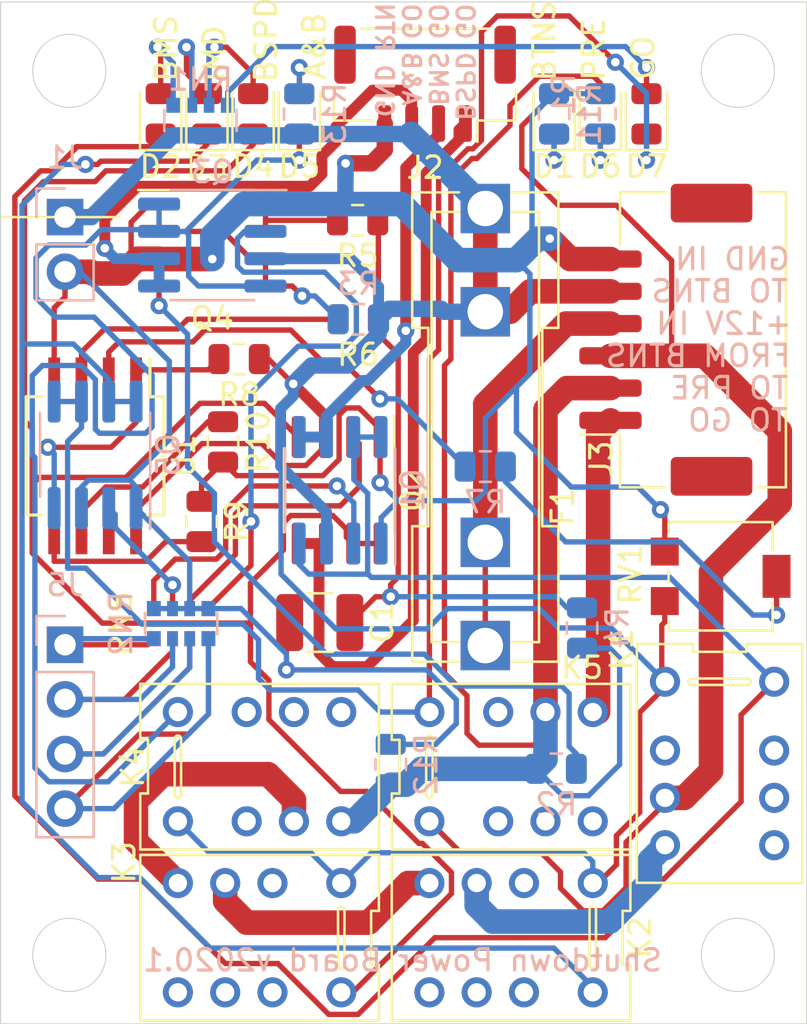
<source format=kicad_pcb>
(kicad_pcb (version 20171130) (host pcbnew "(5.1.5)-3")

  (general
    (thickness 1.6)
    (drawings 33)
    (tracks 664)
    (zones 0)
    (modules 41)
    (nets 64)
  )

  (page USLetter portrait)
  (title_block
    (title "Shutdown - PowerBoard")
    (rev 7a)
    (company "Formula U")
    (comment 1 "Author: Jesse Koker")
  )

  (layers
    (0 F.Cu signal hide)
    (31 B.Cu signal)
    (32 B.Adhes user hide)
    (33 F.Adhes user hide)
    (34 B.Paste user hide)
    (35 F.Paste user hide)
    (36 B.SilkS user)
    (37 F.SilkS user hide)
    (38 B.Mask user hide)
    (39 F.Mask user hide)
    (40 Dwgs.User user hide)
    (41 Cmts.User user hide)
    (42 Eco1.User user hide)
    (43 Eco2.User user hide)
    (44 Edge.Cuts user)
    (45 Margin user hide)
    (46 B.CrtYd user)
    (47 F.CrtYd user hide)
    (48 B.Fab user hide)
    (49 F.Fab user hide)
  )

  (setup
    (last_trace_width 0.25)
    (user_trace_width 0.2)
    (user_trace_width 0.508)
    (user_trace_width 0.762)
    (user_trace_width 1.143)
    (user_trace_width 1.524)
    (trace_clearance 0.2)
    (zone_clearance 0.508)
    (zone_45_only yes)
    (trace_min 0.2)
    (via_size 0.8)
    (via_drill 0.4)
    (via_min_size 0.4)
    (via_min_drill 0.3)
    (uvia_size 0.3)
    (uvia_drill 0.1)
    (uvias_allowed no)
    (uvia_min_size 0.2)
    (uvia_min_drill 0.1)
    (edge_width 0.05)
    (segment_width 0.2)
    (pcb_text_width 0.3)
    (pcb_text_size 1.5 1.5)
    (mod_edge_width 0.12)
    (mod_text_size 1 1)
    (mod_text_width 0.15)
    (pad_size 1.524 1.524)
    (pad_drill 0.762)
    (pad_to_mask_clearance 0.051)
    (solder_mask_min_width 0.25)
    (aux_axis_origin 0 0)
    (visible_elements 7FF7FFF7)
    (pcbplotparams
      (layerselection 0x010fc_ffffffff)
      (usegerberextensions false)
      (usegerberattributes false)
      (usegerberadvancedattributes false)
      (creategerberjobfile true)
      (excludeedgelayer true)
      (linewidth 0.100000)
      (plotframeref false)
      (viasonmask false)
      (mode 1)
      (useauxorigin false)
      (hpglpennumber 1)
      (hpglpenspeed 20)
      (hpglpendiameter 15.000000)
      (psnegative false)
      (psa4output false)
      (plotreference true)
      (plotvalue false)
      (plotinvisibletext false)
      (padsonsilk false)
      (subtractmaskfromsilk false)
      (outputformat 1)
      (mirror false)
      (drillshape 0)
      (scaleselection 1)
      (outputdirectory "Plot/"))
  )

  (net 0 "")
  (net 1 +12V)
  (net 2 "Net-(Q2-Pad2)")
  (net 3 "Net-(Q3-Pad2)")
  (net 4 "Net-(Q4-Pad4)")
  (net 5 "Net-(Q4-Pad2)")
  (net 6 "Net-(C1-Pad1)")
  (net 7 "Net-(R6-Pad2)")
  (net 8 "Net-(R7-Pad2)")
  (net 9 "Net-(R7-Pad1)")
  (net 10 "Net-(R9-Pad2)")
  (net 11 GND)
  (net 12 "Net-(R10-Pad1)")
  (net 13 "Net-(U1-Pad7)")
  (net 14 "Net-(Q4-Pad7)")
  (net 15 /TO_PRE)
  (net 16 /+12VF)
  (net 17 /IMD_ON)
  (net 18 /APPS_BSE_ON)
  (net 19 /BMS_ON)
  (net 20 /BSPD_ON)
  (net 21 /TO_GO)
  (net 22 /FROM_BTNS)
  (net 23 "Net-(Q1-Pad2)")
  (net 24 /BSPD_DASH_ERR)
  (net 25 /BMS_DASH_ERR)
  (net 26 "Net-(Q5-Pad4)")
  (net 27 "Net-(Q5-Pad2)")
  (net 28 /A&B_DASH_ERR)
  (net 29 "Net-(D1-Pad1)")
  (net 30 "Net-(D2-Pad2)")
  (net 31 "Net-(D2-Pad1)")
  (net 32 "Net-(D3-Pad2)")
  (net 33 "Net-(D3-Pad1)")
  (net 34 "Net-(D4-Pad2)")
  (net 35 "Net-(D4-Pad1)")
  (net 36 "Net-(D5-Pad2)")
  (net 37 "Net-(D5-Pad1)")
  (net 38 "Net-(D6-Pad1)")
  (net 39 "Net-(D7-Pad2)")
  (net 40 "Net-(D7-Pad1)")
  (net 41 "Net-(K1-Pad7)")
  (net 42 "Net-(K1-Pad2)")
  (net 43 "Net-(K1-Pad6)")
  (net 44 "Net-(K1-Pad5)")
  (net 45 "Net-(K1-Pad4)")
  (net 46 "Net-(K2-Pad7)")
  (net 47 "Net-(K2-Pad2)")
  (net 48 "Net-(K2-Pad6)")
  (net 49 "Net-(K2-Pad5)")
  (net 50 "Net-(K2-Pad4)")
  (net 51 "Net-(K3-Pad7)")
  (net 52 "Net-(K3-Pad2)")
  (net 53 "Net-(K3-Pad6)")
  (net 54 "Net-(K3-Pad5)")
  (net 55 "Net-(K3-Pad4)")
  (net 56 "Net-(K4-Pad7)")
  (net 57 "Net-(K4-Pad2)")
  (net 58 "Net-(K4-Pad6)")
  (net 59 "Net-(K4-Pad5)")
  (net 60 "Net-(K5-Pad7)")
  (net 61 "Net-(K5-Pad2)")
  (net 62 "Net-(K5-Pad4)")
  (net 63 "Net-(K5-Pad3)")

  (net_class Default "This is the default net class."
    (clearance 0.2)
    (trace_width 0.25)
    (via_dia 0.8)
    (via_drill 0.4)
    (uvia_dia 0.3)
    (uvia_drill 0.1)
    (add_net +12V)
    (add_net /+12VF)
    (add_net /A&B_DASH_ERR)
    (add_net /APPS_BSE_ON)
    (add_net /BMS_DASH_ERR)
    (add_net /BMS_ON)
    (add_net /BSPD_DASH_ERR)
    (add_net /BSPD_ON)
    (add_net /FROM_BTNS)
    (add_net /IMD_ON)
    (add_net /TO_GO)
    (add_net /TO_PRE)
    (add_net GND)
    (add_net "Net-(C1-Pad1)")
    (add_net "Net-(D1-Pad1)")
    (add_net "Net-(D2-Pad1)")
    (add_net "Net-(D2-Pad2)")
    (add_net "Net-(D3-Pad1)")
    (add_net "Net-(D3-Pad2)")
    (add_net "Net-(D4-Pad1)")
    (add_net "Net-(D4-Pad2)")
    (add_net "Net-(D5-Pad1)")
    (add_net "Net-(D5-Pad2)")
    (add_net "Net-(D6-Pad1)")
    (add_net "Net-(D7-Pad1)")
    (add_net "Net-(D7-Pad2)")
    (add_net "Net-(K1-Pad2)")
    (add_net "Net-(K1-Pad4)")
    (add_net "Net-(K1-Pad5)")
    (add_net "Net-(K1-Pad6)")
    (add_net "Net-(K1-Pad7)")
    (add_net "Net-(K2-Pad2)")
    (add_net "Net-(K2-Pad4)")
    (add_net "Net-(K2-Pad5)")
    (add_net "Net-(K2-Pad6)")
    (add_net "Net-(K2-Pad7)")
    (add_net "Net-(K3-Pad2)")
    (add_net "Net-(K3-Pad4)")
    (add_net "Net-(K3-Pad5)")
    (add_net "Net-(K3-Pad6)")
    (add_net "Net-(K3-Pad7)")
    (add_net "Net-(K4-Pad2)")
    (add_net "Net-(K4-Pad5)")
    (add_net "Net-(K4-Pad6)")
    (add_net "Net-(K4-Pad7)")
    (add_net "Net-(K5-Pad2)")
    (add_net "Net-(K5-Pad3)")
    (add_net "Net-(K5-Pad4)")
    (add_net "Net-(K5-Pad7)")
    (add_net "Net-(Q1-Pad2)")
    (add_net "Net-(Q2-Pad2)")
    (add_net "Net-(Q3-Pad2)")
    (add_net "Net-(Q4-Pad2)")
    (add_net "Net-(Q4-Pad4)")
    (add_net "Net-(Q4-Pad7)")
    (add_net "Net-(Q5-Pad2)")
    (add_net "Net-(Q5-Pad4)")
    (add_net "Net-(R10-Pad1)")
    (add_net "Net-(R6-Pad2)")
    (add_net "Net-(R7-Pad1)")
    (add_net "Net-(R7-Pad2)")
    (add_net "Net-(R9-Pad2)")
    (add_net "Net-(U1-Pad7)")
  )

  (module Resistor_SMD:R_Array_Convex_4x0612 (layer F.Cu) (tedit 5B82E1AD) (tstamp 5E540C90)
    (at 84.4 120.2 90)
    (descr "Precision Thin Film Chip Resistor Array, VISHAY (see http://www.vishay.com/docs/28770/acasat.pdf)")
    (tags "resistor array")
    (path /5E8352E9)
    (attr smd)
    (fp_text reference RN5 (at 0 -2.8 90) (layer F.SilkS)
      (effects (font (size 1 1) (thickness 0.15)))
    )
    (fp_text value 10k (at 0 2.8 90) (layer F.Fab)
      (effects (font (size 1 1) (thickness 0.15)))
    )
    (fp_text user %R (at 0 0) (layer F.Fab)
      (effects (font (size 0.5 0.5) (thickness 0.075)))
    )
    (fp_line (start -0.8 -1.6) (end 0.8 -1.6) (layer F.Fab) (width 0.1))
    (fp_line (start 0.8 -1.6) (end 0.8 1.6) (layer F.Fab) (width 0.1))
    (fp_line (start 0.8 1.6) (end -0.8 1.6) (layer F.Fab) (width 0.1))
    (fp_line (start -0.8 1.6) (end -0.8 -1.6) (layer F.Fab) (width 0.1))
    (fp_line (start 0.5 1.68) (end -0.5 1.68) (layer F.SilkS) (width 0.12))
    (fp_line (start 0.5 -1.68) (end -0.5 -1.68) (layer F.SilkS) (width 0.12))
    (fp_line (start -1.3 -1.85) (end 1.3 -1.85) (layer F.CrtYd) (width 0.05))
    (fp_line (start -1.3 -1.85) (end -1.3 1.85) (layer F.CrtYd) (width 0.05))
    (fp_line (start 1.3 1.85) (end 1.3 -1.85) (layer F.CrtYd) (width 0.05))
    (fp_line (start 1.3 1.85) (end -1.3 1.85) (layer F.CrtYd) (width 0.05))
    (pad 1 smd rect (at -0.7 -1.27 90) (size 0.7 0.64) (layers F.Cu F.Paste F.Mask)
      (net 19 /BMS_ON))
    (pad 3 smd rect (at -0.7 0.4 90) (size 0.7 0.5) (layers F.Cu F.Paste F.Mask)
      (net 20 /BSPD_ON))
    (pad 2 smd rect (at -0.7 -0.4 90) (size 0.7 0.5) (layers F.Cu F.Paste F.Mask)
      (net 17 /IMD_ON))
    (pad 4 smd rect (at -0.7 1.27 90) (size 0.7 0.64) (layers F.Cu F.Paste F.Mask)
      (net 18 /APPS_BSE_ON))
    (pad 7 smd rect (at 0.7 -0.4 90) (size 0.7 0.5) (layers F.Cu F.Paste F.Mask)
      (net 27 "Net-(Q5-Pad2)"))
    (pad 8 smd rect (at 0.7 -1.27 90) (size 0.7 0.64) (layers F.Cu F.Paste F.Mask)
      (net 23 "Net-(Q1-Pad2)"))
    (pad 6 smd rect (at 0.7 0.4 90) (size 0.7 0.5) (layers F.Cu F.Paste F.Mask)
      (net 2 "Net-(Q2-Pad2)"))
    (pad 5 smd rect (at 0.7 1.27 90) (size 0.7 0.64) (layers F.Cu F.Paste F.Mask)
      (net 3 "Net-(Q3-Pad2)"))
    (model ${KISYS3DMOD}/Resistor_SMD.3dshapes/R_Array_Convex_4x0612.wrl
      (at (xyz 0 0 0))
      (scale (xyz 1 1 1))
      (rotate (xyz 0 0 0))
    )
  )

  (module Resistor_SMD:R_Array_Convex_4x0612 (layer B.Cu) (tedit 5B82E1AD) (tstamp 5E542D54)
    (at 84.4 120.2 270)
    (descr "Precision Thin Film Chip Resistor Array, VISHAY (see http://www.vishay.com/docs/28770/acasat.pdf)")
    (tags "resistor array")
    (path /5EA4F9E3)
    (attr smd)
    (fp_text reference RN2 (at 0 2.8 90) (layer B.SilkS)
      (effects (font (size 1 1) (thickness 0.15)) (justify mirror))
    )
    (fp_text value 1M (at 0 -2.8 90) (layer B.Fab)
      (effects (font (size 1 1) (thickness 0.15)) (justify mirror))
    )
    (fp_text user %R (at 0 0 180) (layer B.Fab)
      (effects (font (size 0.5 0.5) (thickness 0.075)) (justify mirror))
    )
    (fp_line (start -0.8 1.6) (end 0.8 1.6) (layer B.Fab) (width 0.1))
    (fp_line (start 0.8 1.6) (end 0.8 -1.6) (layer B.Fab) (width 0.1))
    (fp_line (start 0.8 -1.6) (end -0.8 -1.6) (layer B.Fab) (width 0.1))
    (fp_line (start -0.8 -1.6) (end -0.8 1.6) (layer B.Fab) (width 0.1))
    (fp_line (start 0.5 -1.68) (end -0.5 -1.68) (layer B.SilkS) (width 0.12))
    (fp_line (start 0.5 1.68) (end -0.5 1.68) (layer B.SilkS) (width 0.12))
    (fp_line (start -1.3 1.85) (end 1.3 1.85) (layer B.CrtYd) (width 0.05))
    (fp_line (start -1.3 1.85) (end -1.3 -1.85) (layer B.CrtYd) (width 0.05))
    (fp_line (start 1.3 -1.85) (end 1.3 1.85) (layer B.CrtYd) (width 0.05))
    (fp_line (start 1.3 -1.85) (end -1.3 -1.85) (layer B.CrtYd) (width 0.05))
    (pad 1 smd rect (at -0.7 1.27 270) (size 0.7 0.64) (layers B.Cu B.Paste B.Mask)
      (net 11 GND))
    (pad 3 smd rect (at -0.7 -0.4 270) (size 0.7 0.5) (layers B.Cu B.Paste B.Mask)
      (net 11 GND))
    (pad 2 smd rect (at -0.7 0.4 270) (size 0.7 0.5) (layers B.Cu B.Paste B.Mask)
      (net 11 GND))
    (pad 4 smd rect (at -0.7 -1.27 270) (size 0.7 0.64) (layers B.Cu B.Paste B.Mask)
      (net 11 GND))
    (pad 7 smd rect (at 0.7 0.4 270) (size 0.7 0.5) (layers B.Cu B.Paste B.Mask)
      (net 17 /IMD_ON))
    (pad 8 smd rect (at 0.7 1.27 270) (size 0.7 0.64) (layers B.Cu B.Paste B.Mask)
      (net 19 /BMS_ON))
    (pad 6 smd rect (at 0.7 -0.4 270) (size 0.7 0.5) (layers B.Cu B.Paste B.Mask)
      (net 20 /BSPD_ON))
    (pad 5 smd rect (at 0.7 -1.27 270) (size 0.7 0.64) (layers B.Cu B.Paste B.Mask)
      (net 18 /APPS_BSE_ON))
    (model ${KISYS3DMOD}/Resistor_SMD.3dshapes/R_Array_Convex_4x0612.wrl
      (at (xyz 0 0 0))
      (scale (xyz 1 1 1))
      (rotate (xyz 0 0 0))
    )
  )

  (module Resistor_SMD:R_Array_Convex_4x0612 (layer B.Cu) (tedit 5B82E1AD) (tstamp 5E5447C4)
    (at 85.3 96.8 90)
    (descr "Precision Thin Film Chip Resistor Array, VISHAY (see http://www.vishay.com/docs/28770/acasat.pdf)")
    (tags "resistor array")
    (path /5EA7BEC0)
    (attr smd)
    (fp_text reference RN1 (at 1.9 0 180) (layer B.SilkS)
      (effects (font (size 1 1) (thickness 0.15)) (justify mirror))
    )
    (fp_text value 470 (at 0 -2.8 90) (layer B.Fab)
      (effects (font (size 1 1) (thickness 0.15)) (justify mirror))
    )
    (fp_text user %R (at 0 0 180) (layer B.Fab)
      (effects (font (size 0.5 0.5) (thickness 0.075)) (justify mirror))
    )
    (fp_line (start -0.8 1.6) (end 0.8 1.6) (layer B.Fab) (width 0.1))
    (fp_line (start 0.8 1.6) (end 0.8 -1.6) (layer B.Fab) (width 0.1))
    (fp_line (start 0.8 -1.6) (end -0.8 -1.6) (layer B.Fab) (width 0.1))
    (fp_line (start -0.8 -1.6) (end -0.8 1.6) (layer B.Fab) (width 0.1))
    (fp_line (start 0.5 -1.68) (end -0.5 -1.68) (layer B.SilkS) (width 0.12))
    (fp_line (start 0.5 1.68) (end -0.5 1.68) (layer B.SilkS) (width 0.12))
    (fp_line (start -1.3 1.85) (end 1.3 1.85) (layer B.CrtYd) (width 0.05))
    (fp_line (start -1.3 1.85) (end -1.3 -1.85) (layer B.CrtYd) (width 0.05))
    (fp_line (start 1.3 -1.85) (end 1.3 1.85) (layer B.CrtYd) (width 0.05))
    (fp_line (start 1.3 -1.85) (end -1.3 -1.85) (layer B.CrtYd) (width 0.05))
    (pad 1 smd rect (at -0.7 1.27 90) (size 0.7 0.64) (layers B.Cu B.Paste B.Mask)
      (net 1 +12V))
    (pad 3 smd rect (at -0.7 -0.4 90) (size 0.7 0.5) (layers B.Cu B.Paste B.Mask)
      (net 1 +12V))
    (pad 2 smd rect (at -0.7 0.4 90) (size 0.7 0.5) (layers B.Cu B.Paste B.Mask)
      (net 1 +12V))
    (pad 4 smd rect (at -0.7 -1.27 90) (size 0.7 0.64) (layers B.Cu B.Paste B.Mask)
      (net 1 +12V))
    (pad 7 smd rect (at 0.7 0.4 90) (size 0.7 0.5) (layers B.Cu B.Paste B.Mask)
      (net 34 "Net-(D4-Pad2)"))
    (pad 8 smd rect (at 0.7 1.27 90) (size 0.7 0.64) (layers B.Cu B.Paste B.Mask)
      (net 39 "Net-(D7-Pad2)"))
    (pad 6 smd rect (at 0.7 -0.4 90) (size 0.7 0.5) (layers B.Cu B.Paste B.Mask)
      (net 32 "Net-(D3-Pad2)"))
    (pad 5 smd rect (at 0.7 -1.27 90) (size 0.7 0.64) (layers B.Cu B.Paste B.Mask)
      (net 30 "Net-(D2-Pad2)"))
    (model ${KISYS3DMOD}/Resistor_SMD.3dshapes/R_Array_Convex_4x0612.wrl
      (at (xyz 0 0 0))
      (scale (xyz 1 1 1))
      (rotate (xyz 0 0 0))
    )
  )

  (module HomeBrew:Panasonic_AGQ_Relay-THT (layer F.Cu) (tedit 5E549643) (tstamp 5E54CAB8)
    (at 99.25 134.8 180)
    (path /5E64DF2F)
    (fp_text reference K2 (at -6.5 0 90) (layer F.SilkS)
      (effects (font (size 1 1) (thickness 0.15)))
    )
    (fp_text value AGQ_Relay (at 0 0) (layer F.Fab)
      (effects (font (size 1 1) (thickness 0.15)))
    )
    (fp_line (start -6.05 3.85) (end 5.05 3.85) (layer F.SilkS) (width 0.12))
    (fp_line (start 5.05 3.85) (end 5.05 -3.85) (layer F.SilkS) (width 0.12))
    (fp_line (start 5.05 -3.85) (end -6.05 -3.85) (layer F.SilkS) (width 0.12))
    (fp_line (start -6.05 -3.85) (end -6.05 -1.246666) (layer F.SilkS) (width 0.12))
    (fp_line (start -6.05 -1.246666) (end -5.69 -1.246666) (layer F.SilkS) (width 0.12))
    (fp_line (start -5.69 -1.246666) (end -5.69 1.246666) (layer F.SilkS) (width 0.12))
    (fp_line (start -5.69 1.246666) (end -6.05 1.246666) (layer F.SilkS) (width 0.12))
    (fp_line (start -6.05 1.246666) (end -6.05 3.85) (layer F.SilkS) (width 0.12))
    (fp_line (start -5.8 -3.6) (end 4.8 -3.6) (layer F.CrtYd) (width 0.05))
    (fp_line (start 4.8 -3.6) (end 4.8 3.6) (layer F.CrtYd) (width 0.05))
    (fp_line (start 4.8 3.6) (end -5.8 3.6) (layer F.CrtYd) (width 0.05))
    (fp_line (start -5.8 3.6) (end -5.8 -3.6) (layer F.CrtYd) (width 0.05))
    (fp_arc (start -4.3 -1.3) (end -4.15 -1.3) (angle -180) (layer F.SilkS) (width 0.12))
    (fp_line (start -4.45 -1.3) (end -4.45 1.3) (layer F.SilkS) (width 0.12))
    (fp_line (start -4.15 -1.3) (end -4.15 1.3) (layer F.SilkS) (width 0.12))
    (fp_arc (start -4.3 1.3) (end -4.45 1.3) (angle -180) (layer F.SilkS) (width 0.12))
    (pad 8 thru_hole circle (at -4.3 -2.54 180) (size 1.4 1.4) (drill 0.85) (layers *.Cu *.Mask)
      (net 33 "Net-(D3-Pad1)"))
    (pad 1 thru_hole circle (at -4.3 2.54 180) (size 1.4 1.4) (drill 0.85) (layers *.Cu *.Mask)
      (net 1 +12V))
    (pad 7 thru_hole circle (at -1.1 -2.54 180) (size 1.4 1.4) (drill 0.85) (layers *.Cu *.Mask)
      (net 46 "Net-(K2-Pad7)"))
    (pad 2 thru_hole circle (at -1.1 2.54 180) (size 1.4 1.4) (drill 0.85) (layers *.Cu *.Mask)
      (net 47 "Net-(K2-Pad2)"))
    (pad 6 thru_hole circle (at 1.1 -2.54 180) (size 1.4 1.4) (drill 0.85) (layers *.Cu *.Mask)
      (net 48 "Net-(K2-Pad6)"))
    (pad 3 thru_hole circle (at 1.1 2.54 180) (size 1.4 1.4) (drill 0.85) (layers *.Cu *.Mask)
      (net 45 "Net-(K1-Pad4)"))
    (pad 5 thru_hole circle (at 3.3 -2.54 180) (size 1.4 1.4) (drill 0.85) (layers *.Cu *.Mask)
      (net 49 "Net-(K2-Pad5)"))
    (pad 4 thru_hole circle (at 3.3 2.54 180) (size 1.4 1.4) (drill 0.85) (layers *.Cu *.Mask)
      (net 50 "Net-(K2-Pad4)"))
  )

  (module HomeBrew:Panasonic_AGQ_Relay-THT (layer F.Cu) (tedit 5E549643) (tstamp 5E54CAD1)
    (at 87.55 134.8 180)
    (path /5E65B541)
    (fp_text reference K3 (at 5.8 3.5 90) (layer F.SilkS)
      (effects (font (size 1 1) (thickness 0.15)))
    )
    (fp_text value AGQ_Relay (at 0 0) (layer F.Fab)
      (effects (font (size 1 1) (thickness 0.15)))
    )
    (fp_line (start -6.05 3.85) (end 5.05 3.85) (layer F.SilkS) (width 0.12))
    (fp_line (start 5.05 3.85) (end 5.05 -3.85) (layer F.SilkS) (width 0.12))
    (fp_line (start 5.05 -3.85) (end -6.05 -3.85) (layer F.SilkS) (width 0.12))
    (fp_line (start -6.05 -3.85) (end -6.05 -1.246666) (layer F.SilkS) (width 0.12))
    (fp_line (start -6.05 -1.246666) (end -5.69 -1.246666) (layer F.SilkS) (width 0.12))
    (fp_line (start -5.69 -1.246666) (end -5.69 1.246666) (layer F.SilkS) (width 0.12))
    (fp_line (start -5.69 1.246666) (end -6.05 1.246666) (layer F.SilkS) (width 0.12))
    (fp_line (start -6.05 1.246666) (end -6.05 3.85) (layer F.SilkS) (width 0.12))
    (fp_line (start -5.8 -3.6) (end 4.8 -3.6) (layer F.CrtYd) (width 0.05))
    (fp_line (start 4.8 -3.6) (end 4.8 3.6) (layer F.CrtYd) (width 0.05))
    (fp_line (start 4.8 3.6) (end -5.8 3.6) (layer F.CrtYd) (width 0.05))
    (fp_line (start -5.8 3.6) (end -5.8 -3.6) (layer F.CrtYd) (width 0.05))
    (fp_arc (start -4.3 -1.3) (end -4.15 -1.3) (angle -180) (layer F.SilkS) (width 0.12))
    (fp_line (start -4.45 -1.3) (end -4.45 1.3) (layer F.SilkS) (width 0.12))
    (fp_line (start -4.15 -1.3) (end -4.15 1.3) (layer F.SilkS) (width 0.12))
    (fp_arc (start -4.3 1.3) (end -4.45 1.3) (angle -180) (layer F.SilkS) (width 0.12))
    (pad 8 thru_hole circle (at -4.3 -2.54 180) (size 1.4 1.4) (drill 0.85) (layers *.Cu *.Mask)
      (net 35 "Net-(D4-Pad1)"))
    (pad 1 thru_hole circle (at -4.3 2.54 180) (size 1.4 1.4) (drill 0.85) (layers *.Cu *.Mask)
      (net 1 +12V))
    (pad 7 thru_hole circle (at -1.1 -2.54 180) (size 1.4 1.4) (drill 0.85) (layers *.Cu *.Mask)
      (net 51 "Net-(K3-Pad7)"))
    (pad 2 thru_hole circle (at -1.1 2.54 180) (size 1.4 1.4) (drill 0.85) (layers *.Cu *.Mask)
      (net 52 "Net-(K3-Pad2)"))
    (pad 6 thru_hole circle (at 1.1 -2.54 180) (size 1.4 1.4) (drill 0.85) (layers *.Cu *.Mask)
      (net 53 "Net-(K3-Pad6)"))
    (pad 3 thru_hole circle (at 1.1 2.54 180) (size 1.4 1.4) (drill 0.85) (layers *.Cu *.Mask)
      (net 50 "Net-(K2-Pad4)"))
    (pad 5 thru_hole circle (at 3.3 -2.54 180) (size 1.4 1.4) (drill 0.85) (layers *.Cu *.Mask)
      (net 54 "Net-(K3-Pad5)"))
    (pad 4 thru_hole circle (at 3.3 2.54 180) (size 1.4 1.4) (drill 0.85) (layers *.Cu *.Mask)
      (net 55 "Net-(K3-Pad4)"))
  )

  (module HomeBrew:Panasonic_AGQ_Relay-THT (layer F.Cu) (tedit 5E549643) (tstamp 5E54CAEA)
    (at 88.55 126.85)
    (path /5E668897)
    (fp_text reference K4 (at -6.4 0 90) (layer F.SilkS)
      (effects (font (size 1 1) (thickness 0.15)))
    )
    (fp_text value AGQ_Relay (at 0 0) (layer F.Fab)
      (effects (font (size 1 1) (thickness 0.15)))
    )
    (fp_line (start -6.05 3.85) (end 5.05 3.85) (layer F.SilkS) (width 0.12))
    (fp_line (start 5.05 3.85) (end 5.05 -3.85) (layer F.SilkS) (width 0.12))
    (fp_line (start 5.05 -3.85) (end -6.05 -3.85) (layer F.SilkS) (width 0.12))
    (fp_line (start -6.05 -3.85) (end -6.05 -1.246666) (layer F.SilkS) (width 0.12))
    (fp_line (start -6.05 -1.246666) (end -5.69 -1.246666) (layer F.SilkS) (width 0.12))
    (fp_line (start -5.69 -1.246666) (end -5.69 1.246666) (layer F.SilkS) (width 0.12))
    (fp_line (start -5.69 1.246666) (end -6.05 1.246666) (layer F.SilkS) (width 0.12))
    (fp_line (start -6.05 1.246666) (end -6.05 3.85) (layer F.SilkS) (width 0.12))
    (fp_line (start -5.8 -3.6) (end 4.8 -3.6) (layer F.CrtYd) (width 0.05))
    (fp_line (start 4.8 -3.6) (end 4.8 3.6) (layer F.CrtYd) (width 0.05))
    (fp_line (start 4.8 3.6) (end -5.8 3.6) (layer F.CrtYd) (width 0.05))
    (fp_line (start -5.8 3.6) (end -5.8 -3.6) (layer F.CrtYd) (width 0.05))
    (fp_arc (start -4.3 -1.3) (end -4.15 -1.3) (angle -180) (layer F.SilkS) (width 0.12))
    (fp_line (start -4.45 -1.3) (end -4.45 1.3) (layer F.SilkS) (width 0.12))
    (fp_line (start -4.15 -1.3) (end -4.15 1.3) (layer F.SilkS) (width 0.12))
    (fp_arc (start -4.3 1.3) (end -4.45 1.3) (angle -180) (layer F.SilkS) (width 0.12))
    (pad 8 thru_hole circle (at -4.3 -2.54) (size 1.4 1.4) (drill 0.85) (layers *.Cu *.Mask)
      (net 37 "Net-(D5-Pad1)"))
    (pad 1 thru_hole circle (at -4.3 2.54) (size 1.4 1.4) (drill 0.85) (layers *.Cu *.Mask)
      (net 1 +12V))
    (pad 7 thru_hole circle (at -1.1 -2.54) (size 1.4 1.4) (drill 0.85) (layers *.Cu *.Mask)
      (net 56 "Net-(K4-Pad7)"))
    (pad 2 thru_hole circle (at -1.1 2.54) (size 1.4 1.4) (drill 0.85) (layers *.Cu *.Mask)
      (net 57 "Net-(K4-Pad2)"))
    (pad 6 thru_hole circle (at 1.1 -2.54) (size 1.4 1.4) (drill 0.85) (layers *.Cu *.Mask)
      (net 58 "Net-(K4-Pad6)"))
    (pad 3 thru_hole circle (at 1.1 2.54) (size 1.4 1.4) (drill 0.85) (layers *.Cu *.Mask)
      (net 55 "Net-(K3-Pad4)"))
    (pad 5 thru_hole circle (at 3.3 -2.54) (size 1.4 1.4) (drill 0.85) (layers *.Cu *.Mask)
      (net 59 "Net-(K4-Pad5)"))
    (pad 4 thru_hole circle (at 3.3 2.54) (size 1.4 1.4) (drill 0.85) (layers *.Cu *.Mask)
      (net 15 /TO_PRE))
  )

  (module HomeBrew:Panasonic_AGQ_Relay-THT (layer F.Cu) (tedit 5E549643) (tstamp 5E54CB03)
    (at 100.25 126.85)
    (path /5E675C06)
    (fp_text reference K5 (at 2.8 -4.6 180) (layer F.SilkS)
      (effects (font (size 1 1) (thickness 0.15)))
    )
    (fp_text value AGQ_Relay (at 0 0) (layer F.Fab)
      (effects (font (size 1 1) (thickness 0.15)))
    )
    (fp_line (start -6.05 3.85) (end 5.05 3.85) (layer F.SilkS) (width 0.12))
    (fp_line (start 5.05 3.85) (end 5.05 -3.85) (layer F.SilkS) (width 0.12))
    (fp_line (start 5.05 -3.85) (end -6.05 -3.85) (layer F.SilkS) (width 0.12))
    (fp_line (start -6.05 -3.85) (end -6.05 -1.246666) (layer F.SilkS) (width 0.12))
    (fp_line (start -6.05 -1.246666) (end -5.69 -1.246666) (layer F.SilkS) (width 0.12))
    (fp_line (start -5.69 -1.246666) (end -5.69 1.246666) (layer F.SilkS) (width 0.12))
    (fp_line (start -5.69 1.246666) (end -6.05 1.246666) (layer F.SilkS) (width 0.12))
    (fp_line (start -6.05 1.246666) (end -6.05 3.85) (layer F.SilkS) (width 0.12))
    (fp_line (start -5.8 -3.6) (end 4.8 -3.6) (layer F.CrtYd) (width 0.05))
    (fp_line (start 4.8 -3.6) (end 4.8 3.6) (layer F.CrtYd) (width 0.05))
    (fp_line (start 4.8 3.6) (end -5.8 3.6) (layer F.CrtYd) (width 0.05))
    (fp_line (start -5.8 3.6) (end -5.8 -3.6) (layer F.CrtYd) (width 0.05))
    (fp_arc (start -4.3 -1.3) (end -4.15 -1.3) (angle -180) (layer F.SilkS) (width 0.12))
    (fp_line (start -4.45 -1.3) (end -4.45 1.3) (layer F.SilkS) (width 0.12))
    (fp_line (start -4.15 -1.3) (end -4.15 1.3) (layer F.SilkS) (width 0.12))
    (fp_arc (start -4.3 1.3) (end -4.45 1.3) (angle -180) (layer F.SilkS) (width 0.12))
    (pad 8 thru_hole circle (at -4.3 -2.54) (size 1.4 1.4) (drill 0.85) (layers *.Cu *.Mask)
      (net 40 "Net-(D7-Pad1)"))
    (pad 1 thru_hole circle (at -4.3 2.54) (size 1.4 1.4) (drill 0.85) (layers *.Cu *.Mask)
      (net 22 /FROM_BTNS))
    (pad 7 thru_hole circle (at -1.1 -2.54) (size 1.4 1.4) (drill 0.85) (layers *.Cu *.Mask)
      (net 60 "Net-(K5-Pad7)"))
    (pad 2 thru_hole circle (at -1.1 2.54) (size 1.4 1.4) (drill 0.85) (layers *.Cu *.Mask)
      (net 61 "Net-(K5-Pad2)"))
    (pad 6 thru_hole circle (at 1.1 -2.54) (size 1.4 1.4) (drill 0.85) (layers *.Cu *.Mask)
      (net 15 /TO_PRE))
    (pad 3 thru_hole circle (at 1.1 2.54) (size 1.4 1.4) (drill 0.85) (layers *.Cu *.Mask)
      (net 63 "Net-(K5-Pad3)"))
    (pad 5 thru_hole circle (at 3.3 -2.54) (size 1.4 1.4) (drill 0.85) (layers *.Cu *.Mask)
      (net 21 /TO_GO))
    (pad 4 thru_hole circle (at 3.3 2.54) (size 1.4 1.4) (drill 0.85) (layers *.Cu *.Mask)
      (net 62 "Net-(K5-Pad4)"))
  )

  (module HomeBrew:Panasonic_AGQ_Relay-THT (layer F.Cu) (tedit 5E549643) (tstamp 5E54CA9F)
    (at 109.45 127.2 270)
    (path /5E564701)
    (fp_text reference K1 (at -5.8 4.55 90) (layer F.SilkS)
      (effects (font (size 1 1) (thickness 0.15)))
    )
    (fp_text value AGQ_Relay (at 0 0 270) (layer F.Fab)
      (effects (font (size 1 1) (thickness 0.15)))
    )
    (fp_arc (start -4.3 1.3) (end -4.45 1.3) (angle -180) (layer F.SilkS) (width 0.12))
    (fp_line (start -4.15 -1.3) (end -4.15 1.3) (layer F.SilkS) (width 0.12))
    (fp_line (start -4.45 -1.3) (end -4.45 1.3) (layer F.SilkS) (width 0.12))
    (fp_arc (start -4.3 -1.3) (end -4.15 -1.3) (angle -180) (layer F.SilkS) (width 0.12))
    (fp_line (start -5.8 3.6) (end -5.8 -3.6) (layer F.CrtYd) (width 0.05))
    (fp_line (start 4.8 3.6) (end -5.8 3.6) (layer F.CrtYd) (width 0.05))
    (fp_line (start 4.8 -3.6) (end 4.8 3.6) (layer F.CrtYd) (width 0.05))
    (fp_line (start -5.8 -3.6) (end 4.8 -3.6) (layer F.CrtYd) (width 0.05))
    (fp_line (start -6.05 1.246666) (end -6.05 3.85) (layer F.SilkS) (width 0.12))
    (fp_line (start -5.69 1.246666) (end -6.05 1.246666) (layer F.SilkS) (width 0.12))
    (fp_line (start -5.69 -1.246666) (end -5.69 1.246666) (layer F.SilkS) (width 0.12))
    (fp_line (start -6.05 -1.246666) (end -5.69 -1.246666) (layer F.SilkS) (width 0.12))
    (fp_line (start -6.05 -3.85) (end -6.05 -1.246666) (layer F.SilkS) (width 0.12))
    (fp_line (start 5.05 -3.85) (end -6.05 -3.85) (layer F.SilkS) (width 0.12))
    (fp_line (start 5.05 3.85) (end 5.05 -3.85) (layer F.SilkS) (width 0.12))
    (fp_line (start -6.05 3.85) (end 5.05 3.85) (layer F.SilkS) (width 0.12))
    (pad 4 thru_hole circle (at 3.3 2.54 270) (size 1.4 1.4) (drill 0.85) (layers *.Cu *.Mask)
      (net 45 "Net-(K1-Pad4)"))
    (pad 5 thru_hole circle (at 3.3 -2.54 270) (size 1.4 1.4) (drill 0.85) (layers *.Cu *.Mask)
      (net 44 "Net-(K1-Pad5)"))
    (pad 3 thru_hole circle (at 1.1 2.54 270) (size 1.4 1.4) (drill 0.85) (layers *.Cu *.Mask)
      (net 22 /FROM_BTNS))
    (pad 6 thru_hole circle (at 1.1 -2.54 270) (size 1.4 1.4) (drill 0.85) (layers *.Cu *.Mask)
      (net 43 "Net-(K1-Pad6)"))
    (pad 2 thru_hole circle (at -1.1 2.54 270) (size 1.4 1.4) (drill 0.85) (layers *.Cu *.Mask)
      (net 42 "Net-(K1-Pad2)"))
    (pad 7 thru_hole circle (at -1.1 -2.54 270) (size 1.4 1.4) (drill 0.85) (layers *.Cu *.Mask)
      (net 41 "Net-(K1-Pad7)"))
    (pad 1 thru_hole circle (at -4.3 2.54 270) (size 1.4 1.4) (drill 0.85) (layers *.Cu *.Mask)
      (net 1 +12V))
    (pad 8 thru_hole circle (at -4.3 -2.54 270) (size 1.4 1.4) (drill 0.85) (layers *.Cu *.Mask)
      (net 31 "Net-(D2-Pad1)"))
  )

  (module Connector_JST:JST_GH_SM04B-GHS-TB_1x04-1MP_P1.25mm_Horizontal (layer F.Cu) (tedit 5B78AD87) (tstamp 5E55CD1E)
    (at 95.75 95.1 180)
    (descr "JST GH series connector, SM04B-GHS-TB (http://www.jst-mfg.com/product/pdf/eng/eGH.pdf), generated with kicad-footprint-generator")
    (tags "connector JST GH top entry")
    (path /5E8451DF)
    (attr smd)
    (fp_text reference J2 (at 0 -3.9) (layer F.SilkS)
      (effects (font (size 1 1) (thickness 0.15)))
    )
    (fp_text value Conn_01x04_Female (at 0 3.9) (layer F.Fab)
      (effects (font (size 1 1) (thickness 0.15)))
    )
    (fp_text user %R (at 0 0) (layer F.Fab)
      (effects (font (size 1 1) (thickness 0.15)))
    )
    (fp_line (start -1.875 -0.892893) (end -1.375 -1.6) (layer F.Fab) (width 0.1))
    (fp_line (start -2.375 -1.6) (end -1.875 -0.892893) (layer F.Fab) (width 0.1))
    (fp_line (start 4.72 -3.2) (end -4.72 -3.2) (layer F.CrtYd) (width 0.05))
    (fp_line (start 4.72 3.2) (end 4.72 -3.2) (layer F.CrtYd) (width 0.05))
    (fp_line (start -4.72 3.2) (end 4.72 3.2) (layer F.CrtYd) (width 0.05))
    (fp_line (start -4.72 -3.2) (end -4.72 3.2) (layer F.CrtYd) (width 0.05))
    (fp_line (start 4.125 -1.6) (end 4.125 2.45) (layer F.Fab) (width 0.1))
    (fp_line (start -4.125 -1.6) (end -4.125 2.45) (layer F.Fab) (width 0.1))
    (fp_line (start -4.125 2.45) (end 4.125 2.45) (layer F.Fab) (width 0.1))
    (fp_line (start -2.965 2.56) (end 2.965 2.56) (layer F.SilkS) (width 0.12))
    (fp_line (start 4.235 -1.71) (end 2.435 -1.71) (layer F.SilkS) (width 0.12))
    (fp_line (start 4.235 -0.26) (end 4.235 -1.71) (layer F.SilkS) (width 0.12))
    (fp_line (start -2.435 -1.71) (end -2.435 -2.7) (layer F.SilkS) (width 0.12))
    (fp_line (start -4.235 -1.71) (end -2.435 -1.71) (layer F.SilkS) (width 0.12))
    (fp_line (start -4.235 -0.26) (end -4.235 -1.71) (layer F.SilkS) (width 0.12))
    (fp_line (start -4.125 -1.6) (end 4.125 -1.6) (layer F.Fab) (width 0.1))
    (pad MP smd roundrect (at 3.725 1.35 180) (size 1 2.7) (layers F.Cu F.Paste F.Mask) (roundrect_rratio 0.25))
    (pad MP smd roundrect (at -3.725 1.35 180) (size 1 2.7) (layers F.Cu F.Paste F.Mask) (roundrect_rratio 0.25))
    (pad 4 smd roundrect (at 1.875 -1.85 180) (size 0.6 1.7) (layers F.Cu F.Paste F.Mask) (roundrect_rratio 0.25)
      (net 11 GND))
    (pad 3 smd roundrect (at 0.625 -1.85 180) (size 0.6 1.7) (layers F.Cu F.Paste F.Mask) (roundrect_rratio 0.25)
      (net 28 /A&B_DASH_ERR))
    (pad 2 smd roundrect (at -0.625 -1.85 180) (size 0.6 1.7) (layers F.Cu F.Paste F.Mask) (roundrect_rratio 0.25)
      (net 25 /BMS_DASH_ERR))
    (pad 1 smd roundrect (at -1.875 -1.85 180) (size 0.6 1.7) (layers F.Cu F.Paste F.Mask) (roundrect_rratio 0.25)
      (net 24 /BSPD_DASH_ERR))
    (model ${KISYS3DMOD}/Connector_JST.3dshapes/JST_GH_SM04B-GHS-TB_1x04-1MP_P1.25mm_Horizontal.wrl
      (at (xyz 0 0 0))
      (scale (xyz 1 1 1))
      (rotate (xyz 0 0 0))
    )
  )

  (module Capacitor_SMD:C_1210_3225Metric (layer F.Cu) (tedit 5B301BBE) (tstamp 5E4639B8)
    (at 90.85 120.15 180)
    (descr "Capacitor SMD 1210 (3225 Metric), square (rectangular) end terminal, IPC_7351 nominal, (Body size source: http://www.tortai-tech.com/upload/download/2011102023233369053.pdf), generated with kicad-footprint-generator")
    (tags capacitor)
    (path /5E57C0DD)
    (attr smd)
    (fp_text reference C1 (at -2.9 0 90) (layer F.SilkS)
      (effects (font (size 1 1) (thickness 0.15)))
    )
    (fp_text value 100uF (at 0 2.28) (layer F.Fab)
      (effects (font (size 1 1) (thickness 0.15)))
    )
    (fp_text user %R (at 0 0) (layer F.Fab)
      (effects (font (size 0.8 0.8) (thickness 0.12)))
    )
    (fp_line (start 2.28 1.58) (end -2.28 1.58) (layer F.CrtYd) (width 0.05))
    (fp_line (start 2.28 -1.58) (end 2.28 1.58) (layer F.CrtYd) (width 0.05))
    (fp_line (start -2.28 -1.58) (end 2.28 -1.58) (layer F.CrtYd) (width 0.05))
    (fp_line (start -2.28 1.58) (end -2.28 -1.58) (layer F.CrtYd) (width 0.05))
    (fp_line (start -0.602064 1.36) (end 0.602064 1.36) (layer F.SilkS) (width 0.12))
    (fp_line (start -0.602064 -1.36) (end 0.602064 -1.36) (layer F.SilkS) (width 0.12))
    (fp_line (start 1.6 1.25) (end -1.6 1.25) (layer F.Fab) (width 0.1))
    (fp_line (start 1.6 -1.25) (end 1.6 1.25) (layer F.Fab) (width 0.1))
    (fp_line (start -1.6 -1.25) (end 1.6 -1.25) (layer F.Fab) (width 0.1))
    (fp_line (start -1.6 1.25) (end -1.6 -1.25) (layer F.Fab) (width 0.1))
    (pad 2 smd roundrect (at 1.4 0 180) (size 1.25 2.65) (layers F.Cu F.Paste F.Mask) (roundrect_rratio 0.2)
      (net 11 GND))
    (pad 1 smd roundrect (at -1.4 0 180) (size 1.25 2.65) (layers F.Cu F.Paste F.Mask) (roundrect_rratio 0.2)
      (net 6 "Net-(C1-Pad1)"))
    (model ${KISYS3DMOD}/Capacitor_SMD.3dshapes/C_1210_3225Metric.wrl
      (at (xyz 0 0 0))
      (scale (xyz 1 1 1))
      (rotate (xyz 0 0 0))
    )
  )

  (module HomeBrew:5x20_FuseBlank locked (layer F.Cu) (tedit 5E537535) (tstamp 5E553B8F)
    (at 98.55 111.06 270)
    (path /5E71771B)
    (fp_text reference F1 (at 3.69 -3.6 270) (layer F.SilkS)
      (effects (font (size 1 1) (thickness 0.15)))
    )
    (fp_text value 5A (at 0.02 3.48 270) (layer F.Fab)
      (effects (font (size 1 1) (thickness 0.15)))
    )
    (fp_line (start -10.76 -3.25) (end -10.76 3.25) (layer F.Fab) (width 0.12))
    (fp_line (start -10.76 3.25) (end -4.76 3.25) (layer F.Fab) (width 0.12))
    (fp_line (start -4.76 -3.25) (end -10.76 -3.25) (layer F.Fab) (width 0.12))
    (fp_line (start -10 -2.5) (end 10 -2.5) (layer F.SilkS) (width 0.12))
    (fp_line (start -10 2.5) (end 10 2.5) (layer F.SilkS) (width 0.12))
    (fp_line (start 4.76 3.25) (end 10.76 3.25) (layer F.Fab) (width 0.12))
    (fp_line (start 10.76 3.25) (end 10.76 -3.25) (layer F.Fab) (width 0.12))
    (fp_line (start 10.76 -3.25) (end 4.76 -3.25) (layer F.Fab) (width 0.12))
    (fp_line (start -4.76 -3.25) (end -4.76 3.25) (layer F.Fab) (width 0.12))
    (fp_line (start 4.76 -3.25) (end 4.76 3.25) (layer F.Fab) (width 0.12))
    (fp_line (start 4.61 -3.4) (end 4.61 -2.65) (layer F.SilkS) (width 0.12))
    (fp_line (start 4.61 -3.4) (end 10.91 -3.4) (layer F.SilkS) (width 0.12))
    (fp_line (start -4.61 -3.4) (end -4.61 -2.65) (layer F.SilkS) (width 0.12))
    (fp_line (start -4.61 -3.4) (end -10.91 -3.4) (layer F.SilkS) (width 0.12))
    (fp_line (start -4.61 2.65) (end -4.61 3.4) (layer F.SilkS) (width 0.12))
    (fp_line (start 4.61 2.65) (end 4.61 3.4) (layer F.SilkS) (width 0.12))
    (fp_line (start 4.61 3.4) (end 10.91 3.4) (layer F.SilkS) (width 0.12))
    (fp_line (start -4.61 3.4) (end -10.91 3.4) (layer F.SilkS) (width 0.12))
    (fp_line (start -4.61 -2.65) (end 4.61 -2.65) (layer F.SilkS) (width 0.12))
    (fp_line (start -4.61 2.65) (end 4.61 2.65) (layer F.SilkS) (width 0.12))
    (fp_line (start -10.91 -3.4) (end -10.91 -1.22) (layer F.SilkS) (width 0.12))
    (fp_line (start -10.91 3.4) (end -10.91 1.22) (layer F.SilkS) (width 0.12))
    (fp_line (start -10 2.5) (end -10 1.22) (layer F.SilkS) (width 0.12))
    (fp_line (start -10 -2.5) (end -10 -1.22) (layer F.SilkS) (width 0.12))
    (fp_line (start 10 -2.5) (end 10 -1.22) (layer F.SilkS) (width 0.12))
    (fp_line (start 10 2.5) (end 10 1.22) (layer F.SilkS) (width 0.12))
    (fp_line (start 10.91 3.4) (end 10.91 1.22) (layer F.SilkS) (width 0.12))
    (fp_line (start 10.91 -3.4) (end 10.91 -1.22) (layer F.SilkS) (width 0.12))
    (pad 1 thru_hole rect (at -10.16 0 270) (size 2.3 2.3) (drill 1.65) (layers *.Cu *.Mask)
      (net 1 +12V))
    (pad 1 thru_hole rect (at -5.36 0 270) (size 2.3 2.3) (drill 1.65) (layers *.Cu *.Mask)
      (net 1 +12V))
    (pad 2 thru_hole rect (at 5.36 0 90) (size 2.3 2.3) (drill 1.65) (layers *.Cu *.Mask)
      (net 16 /+12VF))
    (pad 2 thru_hole rect (at 10.16 0 90) (size 2.3 2.3) (drill 1.65) (layers *.Cu *.Mask)
      (net 16 /+12VF))
  )

  (module Connector_JST:JST_ZE_SM06B-ZESS-TB_1x06-1MP_P1.50mm_Horizontal (layer F.Cu) (tedit 5C2814BC) (tstamp 5E53E3E9)
    (at 106.95 107 90)
    (descr "JST ZE series connector, SM06B-ZESS-TB (http://www.jst-mfg.com/product/pdf/eng/eZE.pdf), generated with kicad-footprint-generator")
    (tags "connector JST ZE horizontal")
    (path /5E77B216)
    (attr smd)
    (fp_text reference J3 (at -5.55 -3 90) (layer F.SilkS)
      (effects (font (size 1 1) (thickness 0.15)))
    )
    (fp_text value Conn_01x06_Female (at 0 6.68 270) (layer F.Fab)
      (effects (font (size 1 1) (thickness 0.15)))
    )
    (fp_text user %R (at 0 0 90) (layer F.Fab)
      (effects (font (size 1 1) (thickness 0.15)))
    )
    (fp_line (start -3.75 -1.317893) (end -3.25 -2.025) (layer F.Fab) (width 0.1))
    (fp_line (start -4.25 -2.025) (end -3.75 -1.317893) (layer F.Fab) (width 0.1))
    (fp_line (start 7.75 -4.52) (end -7.75 -4.52) (layer F.CrtYd) (width 0.05))
    (fp_line (start 7.75 5.98) (end 7.75 -4.52) (layer F.CrtYd) (width 0.05))
    (fp_line (start -7.75 5.98) (end 7.75 5.98) (layer F.CrtYd) (width 0.05))
    (fp_line (start -7.75 -4.52) (end -7.75 5.98) (layer F.CrtYd) (width 0.05))
    (fp_line (start 6.75 -2.025) (end 6.75 5.475) (layer F.Fab) (width 0.1))
    (fp_line (start -6.75 -2.025) (end -6.75 5.475) (layer F.Fab) (width 0.1))
    (fp_line (start -6.75 5.475) (end 6.75 5.475) (layer F.Fab) (width 0.1))
    (fp_line (start 6.86 5.585) (end 6.86 4.285) (layer F.SilkS) (width 0.12))
    (fp_line (start -6.86 5.585) (end 6.86 5.585) (layer F.SilkS) (width 0.12))
    (fp_line (start -6.86 4.285) (end -6.86 5.585) (layer F.SilkS) (width 0.12))
    (fp_line (start 6.86 -2.135) (end 4.41 -2.135) (layer F.SilkS) (width 0.12))
    (fp_line (start 6.86 -0.035) (end 6.86 -2.135) (layer F.SilkS) (width 0.12))
    (fp_line (start -4.41 -2.135) (end -4.41 -4.025) (layer F.SilkS) (width 0.12))
    (fp_line (start -6.86 -2.135) (end -4.41 -2.135) (layer F.SilkS) (width 0.12))
    (fp_line (start -6.86 -0.035) (end -6.86 -2.135) (layer F.SilkS) (width 0.12))
    (fp_line (start -6.75 -2.025) (end 6.75 -2.025) (layer F.Fab) (width 0.1))
    (pad MP smd roundrect (at 6.35 2.125 90) (size 1.8 3.8) (layers F.Cu F.Paste F.Mask) (roundrect_rratio 0.138889))
    (pad MP smd roundrect (at -6.35 2.125 90) (size 1.8 3.8) (layers F.Cu F.Paste F.Mask) (roundrect_rratio 0.138889))
    (pad 6 smd roundrect (at 3.75 -2.575 90) (size 0.8 2.9) (layers F.Cu F.Paste F.Mask) (roundrect_rratio 0.25)
      (net 11 GND))
    (pad 5 smd roundrect (at 2.25 -2.575 90) (size 0.8 2.9) (layers F.Cu F.Paste F.Mask) (roundrect_rratio 0.25)
      (net 1 +12V))
    (pad 4 smd roundrect (at 0.75 -2.575 90) (size 0.8 2.9) (layers F.Cu F.Paste F.Mask) (roundrect_rratio 0.25)
      (net 16 /+12VF))
    (pad 3 smd roundrect (at -0.75 -2.575 90) (size 0.8 2.9) (layers F.Cu F.Paste F.Mask) (roundrect_rratio 0.25)
      (net 22 /FROM_BTNS))
    (pad 2 smd roundrect (at -2.25 -2.575 90) (size 0.8 2.9) (layers F.Cu F.Paste F.Mask) (roundrect_rratio 0.25)
      (net 15 /TO_PRE))
    (pad 1 smd roundrect (at -3.75 -2.575 90) (size 0.8 2.9) (layers F.Cu F.Paste F.Mask) (roundrect_rratio 0.25)
      (net 21 /TO_GO))
    (model ${KISYS3DMOD}/Connector_JST.3dshapes/JST_ZE_SM06B-ZESS-TB_1x06-1MP_P1.50mm_Horizontal.wrl
      (at (xyz 0 0 0))
      (scale (xyz 1 1 1))
      (rotate (xyz 0 0 0))
    )
  )

  (module Resistor_SMD:R_0805_2012Metric (layer B.Cu) (tedit 5B36C52B) (tstamp 5E5447AD)
    (at 89.9 96.5 90)
    (descr "Resistor SMD 0805 (2012 Metric), square (rectangular) end terminal, IPC_7351 nominal, (Body size source: https://docs.google.com/spreadsheets/d/1BsfQQcO9C6DZCsRaXUlFlo91Tg2WpOkGARC1WS5S8t0/edit?usp=sharing), generated with kicad-footprint-generator")
    (tags resistor)
    (path /5EAA7828)
    (attr smd)
    (fp_text reference R13 (at 0 1.65 270) (layer B.SilkS)
      (effects (font (size 1 1) (thickness 0.15)) (justify mirror))
    )
    (fp_text value 470 (at 0 -1.65 270) (layer B.Fab)
      (effects (font (size 1 1) (thickness 0.15)) (justify mirror))
    )
    (fp_text user %R (at 0 0 270) (layer B.Fab)
      (effects (font (size 0.5 0.5) (thickness 0.08)) (justify mirror))
    )
    (fp_line (start 1.68 -0.95) (end -1.68 -0.95) (layer B.CrtYd) (width 0.05))
    (fp_line (start 1.68 0.95) (end 1.68 -0.95) (layer B.CrtYd) (width 0.05))
    (fp_line (start -1.68 0.95) (end 1.68 0.95) (layer B.CrtYd) (width 0.05))
    (fp_line (start -1.68 -0.95) (end -1.68 0.95) (layer B.CrtYd) (width 0.05))
    (fp_line (start -0.258578 -0.71) (end 0.258578 -0.71) (layer B.SilkS) (width 0.12))
    (fp_line (start -0.258578 0.71) (end 0.258578 0.71) (layer B.SilkS) (width 0.12))
    (fp_line (start 1 -0.6) (end -1 -0.6) (layer B.Fab) (width 0.1))
    (fp_line (start 1 0.6) (end 1 -0.6) (layer B.Fab) (width 0.1))
    (fp_line (start -1 0.6) (end 1 0.6) (layer B.Fab) (width 0.1))
    (fp_line (start -1 -0.6) (end -1 0.6) (layer B.Fab) (width 0.1))
    (pad 2 smd roundrect (at 0.9375 0 90) (size 0.975 1.4) (layers B.Cu B.Paste B.Mask) (roundrect_rratio 0.25)
      (net 36 "Net-(D5-Pad2)"))
    (pad 1 smd roundrect (at -0.9375 0 90) (size 0.975 1.4) (layers B.Cu B.Paste B.Mask) (roundrect_rratio 0.25)
      (net 1 +12V))
    (model ${KISYS3DMOD}/Resistor_SMD.3dshapes/R_0805_2012Metric.wrl
      (at (xyz 0 0 0))
      (scale (xyz 1 1 1))
      (rotate (xyz 0 0 0))
    )
  )

  (module Resistor_SMD:R_0805_2012Metric (layer B.Cu) (tedit 5B36C52B) (tstamp 5E552742)
    (at 94.15 126.75 90)
    (descr "Resistor SMD 0805 (2012 Metric), square (rectangular) end terminal, IPC_7351 nominal, (Body size source: https://docs.google.com/spreadsheets/d/1BsfQQcO9C6DZCsRaXUlFlo91Tg2WpOkGARC1WS5S8t0/edit?usp=sharing), generated with kicad-footprint-generator")
    (tags resistor)
    (path /5E5D32C5)
    (attr smd)
    (fp_text reference R12 (at 0 1.65 270) (layer B.SilkS)
      (effects (font (size 1 1) (thickness 0.15)) (justify mirror))
    )
    (fp_text value 1M (at 0 -1.65 270) (layer B.Fab)
      (effects (font (size 1 1) (thickness 0.15)) (justify mirror))
    )
    (fp_text user %R (at 0 0 270) (layer B.Fab)
      (effects (font (size 0.5 0.5) (thickness 0.08)) (justify mirror))
    )
    (fp_line (start 1.68 -0.95) (end -1.68 -0.95) (layer B.CrtYd) (width 0.05))
    (fp_line (start 1.68 0.95) (end 1.68 -0.95) (layer B.CrtYd) (width 0.05))
    (fp_line (start -1.68 0.95) (end 1.68 0.95) (layer B.CrtYd) (width 0.05))
    (fp_line (start -1.68 -0.95) (end -1.68 0.95) (layer B.CrtYd) (width 0.05))
    (fp_line (start -0.258578 -0.71) (end 0.258578 -0.71) (layer B.SilkS) (width 0.12))
    (fp_line (start -0.258578 0.71) (end 0.258578 0.71) (layer B.SilkS) (width 0.12))
    (fp_line (start 1 -0.6) (end -1 -0.6) (layer B.Fab) (width 0.1))
    (fp_line (start 1 0.6) (end 1 -0.6) (layer B.Fab) (width 0.1))
    (fp_line (start -1 0.6) (end 1 0.6) (layer B.Fab) (width 0.1))
    (fp_line (start -1 -0.6) (end -1 0.6) (layer B.Fab) (width 0.1))
    (pad 2 smd roundrect (at 0.9375 0 90) (size 0.975 1.4) (layers B.Cu B.Paste B.Mask) (roundrect_rratio 0.25)
      (net 11 GND))
    (pad 1 smd roundrect (at -0.9375 0 90) (size 0.975 1.4) (layers B.Cu B.Paste B.Mask) (roundrect_rratio 0.25)
      (net 15 /TO_PRE))
    (model ${KISYS3DMOD}/Resistor_SMD.3dshapes/R_0805_2012Metric.wrl
      (at (xyz 0 0 0))
      (scale (xyz 1 1 1))
      (rotate (xyz 0 0 0))
    )
  )

  (module Connector_PinSocket_2.54mm:PinSocket_1x04_P2.54mm_Vertical (layer B.Cu) (tedit 5A19A429) (tstamp 5E53419D)
    (at 79 121.18 180)
    (descr "Through hole straight socket strip, 1x04, 2.54mm pitch, single row (from Kicad 4.0.7), script generated")
    (tags "Through hole socket strip THT 1x04 2.54mm single row")
    (path /5E539088)
    (fp_text reference J5 (at 0 2.77) (layer B.SilkS)
      (effects (font (size 1 1) (thickness 0.15)) (justify mirror))
    )
    (fp_text value Conn_01x04_Male (at 0 -10.39) (layer B.Fab)
      (effects (font (size 1 1) (thickness 0.15)) (justify mirror))
    )
    (fp_text user %R (at 0 -3.81 270) (layer B.Fab)
      (effects (font (size 1 1) (thickness 0.15)) (justify mirror))
    )
    (fp_line (start -1.8 -9.4) (end -1.8 1.8) (layer B.CrtYd) (width 0.05))
    (fp_line (start 1.75 -9.4) (end -1.8 -9.4) (layer B.CrtYd) (width 0.05))
    (fp_line (start 1.75 1.8) (end 1.75 -9.4) (layer B.CrtYd) (width 0.05))
    (fp_line (start -1.8 1.8) (end 1.75 1.8) (layer B.CrtYd) (width 0.05))
    (fp_line (start 0 1.33) (end 1.33 1.33) (layer B.SilkS) (width 0.12))
    (fp_line (start 1.33 1.33) (end 1.33 0) (layer B.SilkS) (width 0.12))
    (fp_line (start 1.33 -1.27) (end 1.33 -8.95) (layer B.SilkS) (width 0.12))
    (fp_line (start -1.33 -8.95) (end 1.33 -8.95) (layer B.SilkS) (width 0.12))
    (fp_line (start -1.33 -1.27) (end -1.33 -8.95) (layer B.SilkS) (width 0.12))
    (fp_line (start -1.33 -1.27) (end 1.33 -1.27) (layer B.SilkS) (width 0.12))
    (fp_line (start -1.27 -8.89) (end -1.27 1.27) (layer B.Fab) (width 0.1))
    (fp_line (start 1.27 -8.89) (end -1.27 -8.89) (layer B.Fab) (width 0.1))
    (fp_line (start 1.27 0.635) (end 1.27 -8.89) (layer B.Fab) (width 0.1))
    (fp_line (start 0.635 1.27) (end 1.27 0.635) (layer B.Fab) (width 0.1))
    (fp_line (start -1.27 1.27) (end 0.635 1.27) (layer B.Fab) (width 0.1))
    (pad 4 thru_hole oval (at 0 -7.62 180) (size 1.7 1.7) (drill 1) (layers *.Cu *.Mask)
      (net 18 /APPS_BSE_ON))
    (pad 3 thru_hole oval (at 0 -5.08 180) (size 1.7 1.7) (drill 1) (layers *.Cu *.Mask)
      (net 20 /BSPD_ON))
    (pad 2 thru_hole oval (at 0 -2.54 180) (size 1.7 1.7) (drill 1) (layers *.Cu *.Mask)
      (net 17 /IMD_ON))
    (pad 1 thru_hole rect (at 0 0 180) (size 1.7 1.7) (drill 1) (layers *.Cu *.Mask)
      (net 19 /BMS_ON))
    (model ${KISYS3DMOD}/Connector_PinSocket_2.54mm.3dshapes/PinSocket_1x04_P2.54mm_Vertical.wrl
      (at (xyz 0 0 0))
      (scale (xyz 1 1 1))
      (rotate (xyz 0 0 0))
    )
  )

  (module Connector_PinSocket_2.54mm:PinSocket_1x02_P2.54mm_Vertical (layer B.Cu) (tedit 5A19A420) (tstamp 5E533FD7)
    (at 79 101.3 180)
    (descr "Through hole straight socket strip, 1x02, 2.54mm pitch, single row (from Kicad 4.0.7), script generated")
    (tags "Through hole socket strip THT 1x02 2.54mm single row")
    (path /5E538186)
    (fp_text reference J1 (at 0 2.77) (layer B.SilkS)
      (effects (font (size 1 1) (thickness 0.15)) (justify mirror))
    )
    (fp_text value Conn_01x02_Male (at 0 -5.31) (layer B.Fab)
      (effects (font (size 1 1) (thickness 0.15)) (justify mirror))
    )
    (fp_text user %R (at 0 -1.27 270) (layer B.Fab)
      (effects (font (size 1 1) (thickness 0.15)) (justify mirror))
    )
    (fp_line (start -1.8 -4.3) (end -1.8 1.8) (layer B.CrtYd) (width 0.05))
    (fp_line (start 1.75 -4.3) (end -1.8 -4.3) (layer B.CrtYd) (width 0.05))
    (fp_line (start 1.75 1.8) (end 1.75 -4.3) (layer B.CrtYd) (width 0.05))
    (fp_line (start -1.8 1.8) (end 1.75 1.8) (layer B.CrtYd) (width 0.05))
    (fp_line (start 0 1.33) (end 1.33 1.33) (layer B.SilkS) (width 0.12))
    (fp_line (start 1.33 1.33) (end 1.33 0) (layer B.SilkS) (width 0.12))
    (fp_line (start 1.33 -1.27) (end 1.33 -3.87) (layer B.SilkS) (width 0.12))
    (fp_line (start -1.33 -3.87) (end 1.33 -3.87) (layer B.SilkS) (width 0.12))
    (fp_line (start -1.33 -1.27) (end -1.33 -3.87) (layer B.SilkS) (width 0.12))
    (fp_line (start -1.33 -1.27) (end 1.33 -1.27) (layer B.SilkS) (width 0.12))
    (fp_line (start -1.27 -3.81) (end -1.27 1.27) (layer B.Fab) (width 0.1))
    (fp_line (start 1.27 -3.81) (end -1.27 -3.81) (layer B.Fab) (width 0.1))
    (fp_line (start 1.27 0.635) (end 1.27 -3.81) (layer B.Fab) (width 0.1))
    (fp_line (start 0.635 1.27) (end 1.27 0.635) (layer B.Fab) (width 0.1))
    (fp_line (start -1.27 1.27) (end 0.635 1.27) (layer B.Fab) (width 0.1))
    (pad 2 thru_hole oval (at 0 -2.54 180) (size 1.7 1.7) (drill 1) (layers *.Cu *.Mask)
      (net 11 GND))
    (pad 1 thru_hole rect (at 0 0 180) (size 1.7 1.7) (drill 1) (layers *.Cu *.Mask)
      (net 1 +12V))
    (model ${KISYS3DMOD}/Connector_PinSocket_2.54mm.3dshapes/PinSocket_1x02_P2.54mm_Vertical.wrl
      (at (xyz 0 0 0))
      (scale (xyz 1 1 1))
      (rotate (xyz 0 0 0))
    )
  )

  (module Package_SO:SO-8_5.3x6.2mm_P1.27mm (layer F.Cu) (tedit 5A02F2D3) (tstamp 5E53CFB2)
    (at 80.4 112.4 270)
    (descr "8-Lead Plastic Small Outline, 5.3x6.2mm Body (http://www.ti.com.cn/cn/lit/ds/symlink/tl7705a.pdf)")
    (tags "SOIC 1.27")
    (path /5E67B7D8)
    (attr smd)
    (fp_text reference U1 (at 0 -4.13 90) (layer F.SilkS)
      (effects (font (size 1 1) (thickness 0.15)))
    )
    (fp_text value LM393 (at 0 4.13 90) (layer F.Fab)
      (effects (font (size 1 1) (thickness 0.15)))
    )
    (fp_line (start -2.75 -2.55) (end -4.5 -2.55) (layer F.SilkS) (width 0.15))
    (fp_line (start -2.75 3.205) (end 2.75 3.205) (layer F.SilkS) (width 0.15))
    (fp_line (start -2.75 -3.205) (end 2.75 -3.205) (layer F.SilkS) (width 0.15))
    (fp_line (start -2.75 3.205) (end -2.75 2.455) (layer F.SilkS) (width 0.15))
    (fp_line (start 2.75 3.205) (end 2.75 2.455) (layer F.SilkS) (width 0.15))
    (fp_line (start 2.75 -3.205) (end 2.75 -2.455) (layer F.SilkS) (width 0.15))
    (fp_line (start -2.75 -3.205) (end -2.75 -2.55) (layer F.SilkS) (width 0.15))
    (fp_line (start -4.83 3.35) (end 4.83 3.35) (layer F.CrtYd) (width 0.05))
    (fp_line (start -4.83 -3.35) (end 4.83 -3.35) (layer F.CrtYd) (width 0.05))
    (fp_line (start 4.83 -3.35) (end 4.83 3.35) (layer F.CrtYd) (width 0.05))
    (fp_line (start -4.83 -3.35) (end -4.83 3.35) (layer F.CrtYd) (width 0.05))
    (fp_line (start -2.65 -2.1) (end -1.65 -3.1) (layer F.Fab) (width 0.15))
    (fp_line (start -2.65 3.1) (end -2.65 -2.1) (layer F.Fab) (width 0.15))
    (fp_line (start 2.65 3.1) (end -2.65 3.1) (layer F.Fab) (width 0.15))
    (fp_line (start 2.65 -3.1) (end 2.65 3.1) (layer F.Fab) (width 0.15))
    (fp_line (start -1.65 -3.1) (end 2.65 -3.1) (layer F.Fab) (width 0.15))
    (fp_text user %R (at 0 0 90) (layer F.Fab)
      (effects (font (size 1 1) (thickness 0.15)))
    )
    (pad 8 smd rect (at 3.7 -1.905 270) (size 1.75 0.55) (layers F.Cu F.Paste F.Mask)
      (net 1 +12V))
    (pad 7 smd rect (at 3.7 -0.635 270) (size 1.75 0.55) (layers F.Cu F.Paste F.Mask)
      (net 13 "Net-(U1-Pad7)"))
    (pad 6 smd rect (at 3.7 0.635 270) (size 1.75 0.55) (layers F.Cu F.Paste F.Mask)
      (net 12 "Net-(R10-Pad1)"))
    (pad 5 smd rect (at 3.7 1.905 270) (size 1.75 0.55) (layers F.Cu F.Paste F.Mask)
      (net 10 "Net-(R9-Pad2)"))
    (pad 4 smd rect (at -3.7 1.905 270) (size 1.75 0.55) (layers F.Cu F.Paste F.Mask)
      (net 11 GND))
    (pad 3 smd rect (at -3.7 0.635 270) (size 1.75 0.55) (layers F.Cu F.Paste F.Mask)
      (net 7 "Net-(R6-Pad2)"))
    (pad 2 smd rect (at -3.7 -0.635 270) (size 1.75 0.55) (layers F.Cu F.Paste F.Mask)
      (net 9 "Net-(R7-Pad1)"))
    (pad 1 smd rect (at -3.7 -1.905 270) (size 1.75 0.55) (layers F.Cu F.Paste F.Mask)
      (net 26 "Net-(Q5-Pad4)"))
    (model ${KISYS3DMOD}/Package_SO.3dshapes/SO-8_5.3x6.2mm_P1.27mm.wrl
      (at (xyz 0 0 0))
      (scale (xyz 1 1 1))
      (rotate (xyz 0 0 0))
    )
  )

  (module Package_SO:SOIC-8_3.9x4.9mm_P1.27mm (layer B.Cu) (tedit 5D9F72B1) (tstamp 5E4E2C98)
    (at 85.85 102.6 180)
    (descr "SOIC, 8 Pin (JEDEC MS-012AA, https://www.analog.com/media/en/package-pcb-resources/package/pkg_pdf/soic_narrow-r/r_8.pdf), generated with kicad-footprint-generator ipc_gullwing_generator.py")
    (tags "SOIC SO")
    (path /5E69AB68)
    (attr smd)
    (fp_text reference Q3 (at 0 3.4) (layer B.SilkS)
      (effects (font (size 1 1) (thickness 0.15)) (justify mirror))
    )
    (fp_text value FDS4897C (at 0 -3.4) (layer B.Fab)
      (effects (font (size 1 1) (thickness 0.15)) (justify mirror))
    )
    (fp_text user %R (at 0 0) (layer B.Fab)
      (effects (font (size 0.98 0.98) (thickness 0.15)) (justify mirror))
    )
    (fp_line (start 3.7 2.7) (end -3.7 2.7) (layer B.CrtYd) (width 0.05))
    (fp_line (start 3.7 -2.7) (end 3.7 2.7) (layer B.CrtYd) (width 0.05))
    (fp_line (start -3.7 -2.7) (end 3.7 -2.7) (layer B.CrtYd) (width 0.05))
    (fp_line (start -3.7 2.7) (end -3.7 -2.7) (layer B.CrtYd) (width 0.05))
    (fp_line (start -1.95 1.475) (end -0.975 2.45) (layer B.Fab) (width 0.1))
    (fp_line (start -1.95 -2.45) (end -1.95 1.475) (layer B.Fab) (width 0.1))
    (fp_line (start 1.95 -2.45) (end -1.95 -2.45) (layer B.Fab) (width 0.1))
    (fp_line (start 1.95 2.45) (end 1.95 -2.45) (layer B.Fab) (width 0.1))
    (fp_line (start -0.975 2.45) (end 1.95 2.45) (layer B.Fab) (width 0.1))
    (fp_line (start 0 2.56) (end -3.45 2.56) (layer B.SilkS) (width 0.12))
    (fp_line (start 0 2.56) (end 1.95 2.56) (layer B.SilkS) (width 0.12))
    (fp_line (start 0 -2.56) (end -1.95 -2.56) (layer B.SilkS) (width 0.12))
    (fp_line (start 0 -2.56) (end 1.95 -2.56) (layer B.SilkS) (width 0.12))
    (pad 8 smd roundrect (at 2.475 1.905 180) (size 1.95 0.6) (layers B.Cu B.Paste B.Mask) (roundrect_rratio 0.25)
      (net 37 "Net-(D5-Pad1)"))
    (pad 7 smd roundrect (at 2.475 0.635 180) (size 1.95 0.6) (layers B.Cu B.Paste B.Mask) (roundrect_rratio 0.25)
      (net 37 "Net-(D5-Pad1)"))
    (pad 6 smd roundrect (at 2.475 -0.635 180) (size 1.95 0.6) (layers B.Cu B.Paste B.Mask) (roundrect_rratio 0.25)
      (net 28 /A&B_DASH_ERR))
    (pad 5 smd roundrect (at 2.475 -1.905 180) (size 1.95 0.6) (layers B.Cu B.Paste B.Mask) (roundrect_rratio 0.25)
      (net 28 /A&B_DASH_ERR))
    (pad 4 smd roundrect (at -2.475 -1.905 180) (size 1.95 0.6) (layers B.Cu B.Paste B.Mask) (roundrect_rratio 0.25)
      (net 37 "Net-(D5-Pad1)"))
    (pad 3 smd roundrect (at -2.475 -0.635 180) (size 1.95 0.6) (layers B.Cu B.Paste B.Mask) (roundrect_rratio 0.25)
      (net 1 +12V))
    (pad 2 smd roundrect (at -2.475 0.635 180) (size 1.95 0.6) (layers B.Cu B.Paste B.Mask) (roundrect_rratio 0.25)
      (net 3 "Net-(Q3-Pad2)"))
    (pad 1 smd roundrect (at -2.475 1.905 180) (size 1.95 0.6) (layers B.Cu B.Paste B.Mask) (roundrect_rratio 0.25)
      (net 11 GND))
    (model ${KISYS3DMOD}/Package_SO.3dshapes/SOIC-8_3.9x4.9mm_P1.27mm.wrl
      (at (xyz 0 0 0))
      (scale (xyz 1 1 1))
      (rotate (xyz 0 0 0))
    )
  )

  (module Resistor_SMD:R_0805_2012Metric (layer B.Cu) (tedit 5B36C52B) (tstamp 5E547020)
    (at 101.75 96.5 90)
    (descr "Resistor SMD 0805 (2012 Metric), square (rectangular) end terminal, IPC_7351 nominal, (Body size source: https://docs.google.com/spreadsheets/d/1BsfQQcO9C6DZCsRaXUlFlo91Tg2WpOkGARC1WS5S8t0/edit?usp=sharing), generated with kicad-footprint-generator")
    (tags resistor)
    (path /5E77E7D4)
    (attr smd)
    (fp_text reference R11 (at 0 1.65 90) (layer B.SilkS)
      (effects (font (size 1 1) (thickness 0.15)) (justify mirror))
    )
    (fp_text value 470 (at -2.8 1.6 90) (layer B.Fab)
      (effects (font (size 1 1) (thickness 0.15)) (justify mirror))
    )
    (fp_text user %R (at 0 0 90) (layer B.Fab)
      (effects (font (size 0.5 0.5) (thickness 0.08)) (justify mirror))
    )
    (fp_line (start 1.68 -0.95) (end -1.68 -0.95) (layer B.CrtYd) (width 0.05))
    (fp_line (start 1.68 0.95) (end 1.68 -0.95) (layer B.CrtYd) (width 0.05))
    (fp_line (start -1.68 0.95) (end 1.68 0.95) (layer B.CrtYd) (width 0.05))
    (fp_line (start -1.68 -0.95) (end -1.68 0.95) (layer B.CrtYd) (width 0.05))
    (fp_line (start -0.258578 -0.71) (end 0.258578 -0.71) (layer B.SilkS) (width 0.12))
    (fp_line (start -0.258578 0.71) (end 0.258578 0.71) (layer B.SilkS) (width 0.12))
    (fp_line (start 1 -0.6) (end -1 -0.6) (layer B.Fab) (width 0.1))
    (fp_line (start 1 0.6) (end 1 -0.6) (layer B.Fab) (width 0.1))
    (fp_line (start -1 0.6) (end 1 0.6) (layer B.Fab) (width 0.1))
    (fp_line (start -1 -0.6) (end -1 0.6) (layer B.Fab) (width 0.1))
    (pad 2 smd roundrect (at 0.9375 0 90) (size 0.975 1.4) (layers B.Cu B.Paste B.Mask) (roundrect_rratio 0.25)
      (net 11 GND))
    (pad 1 smd roundrect (at -0.9375 0 90) (size 0.975 1.4) (layers B.Cu B.Paste B.Mask) (roundrect_rratio 0.25)
      (net 29 "Net-(D1-Pad1)"))
    (model ${KISYS3DMOD}/Resistor_SMD.3dshapes/R_0805_2012Metric.wrl
      (at (xyz 0 0 0))
      (scale (xyz 1 1 1))
      (rotate (xyz 0 0 0))
    )
  )

  (module LED_SMD:LED_0805_2012Metric (layer F.Cu) (tedit 5B36C52C) (tstamp 5E546FEC)
    (at 101.75 96.5 90)
    (descr "LED SMD 0805 (2012 Metric), square (rectangular) end terminal, IPC_7351 nominal, (Body size source: https://docs.google.com/spreadsheets/d/1BsfQQcO9C6DZCsRaXUlFlo91Tg2WpOkGARC1WS5S8t0/edit?usp=sharing), generated with kicad-footprint-generator")
    (tags diode)
    (path /5E7735AC)
    (attr smd)
    (fp_text reference D1 (at -2.45 0) (layer F.SilkS)
      (effects (font (size 1 1) (thickness 0.15)))
    )
    (fp_text value BTNS (at 2.3 0 180) (layer F.Fab)
      (effects (font (size 1 1) (thickness 0.15)))
    )
    (fp_text user %R (at 0 0 270) (layer F.Fab)
      (effects (font (size 0.5 0.5) (thickness 0.08)))
    )
    (fp_line (start 1.68 0.95) (end -1.68 0.95) (layer F.CrtYd) (width 0.05))
    (fp_line (start 1.68 -0.95) (end 1.68 0.95) (layer F.CrtYd) (width 0.05))
    (fp_line (start -1.68 -0.95) (end 1.68 -0.95) (layer F.CrtYd) (width 0.05))
    (fp_line (start -1.68 0.95) (end -1.68 -0.95) (layer F.CrtYd) (width 0.05))
    (fp_line (start -1.685 0.96) (end 1 0.96) (layer F.SilkS) (width 0.12))
    (fp_line (start -1.685 -0.96) (end -1.685 0.96) (layer F.SilkS) (width 0.12))
    (fp_line (start 1 -0.96) (end -1.685 -0.96) (layer F.SilkS) (width 0.12))
    (fp_line (start 1 0.6) (end 1 -0.6) (layer F.Fab) (width 0.1))
    (fp_line (start -1 0.6) (end 1 0.6) (layer F.Fab) (width 0.1))
    (fp_line (start -1 -0.3) (end -1 0.6) (layer F.Fab) (width 0.1))
    (fp_line (start -0.7 -0.6) (end -1 -0.3) (layer F.Fab) (width 0.1))
    (fp_line (start 1 -0.6) (end -0.7 -0.6) (layer F.Fab) (width 0.1))
    (pad 2 smd roundrect (at 0.9375 0 90) (size 0.975 1.4) (layers F.Cu F.Paste F.Mask) (roundrect_rratio 0.25)
      (net 22 /FROM_BTNS))
    (pad 1 smd roundrect (at -0.9375 0 90) (size 0.975 1.4) (layers F.Cu F.Paste F.Mask) (roundrect_rratio 0.25)
      (net 29 "Net-(D1-Pad1)"))
    (model ${KISYS3DMOD}/LED_SMD.3dshapes/LED_0805_2012Metric.wrl
      (at (xyz 0 0 0))
      (scale (xyz 1 1 1))
      (rotate (xyz 0 0 0))
    )
  )

  (module Package_SO:SOIC-8_3.9x4.9mm_P1.27mm (layer B.Cu) (tedit 5D9F72B1) (tstamp 5E485561)
    (at 80.4 112.35 90)
    (descr "SOIC, 8 Pin (JEDEC MS-012AA, https://www.analog.com/media/en/package-pcb-resources/package/pkg_pdf/soic_narrow-r/r_8.pdf), generated with kicad-footprint-generator ipc_gullwing_generator.py")
    (tags "SOIC SO")
    (path /5E6B6813)
    (attr smd)
    (fp_text reference Q5 (at 0 3.4 90) (layer B.SilkS)
      (effects (font (size 1 1) (thickness 0.15)) (justify mirror))
    )
    (fp_text value FDS6930B (at 0 -3.4 90) (layer B.Fab)
      (effects (font (size 1 1) (thickness 0.15)) (justify mirror))
    )
    (fp_text user %R (at 0 0 90) (layer B.Fab)
      (effects (font (size 0.98 0.98) (thickness 0.15)) (justify mirror))
    )
    (fp_line (start 3.7 2.7) (end -3.7 2.7) (layer B.CrtYd) (width 0.05))
    (fp_line (start 3.7 -2.7) (end 3.7 2.7) (layer B.CrtYd) (width 0.05))
    (fp_line (start -3.7 -2.7) (end 3.7 -2.7) (layer B.CrtYd) (width 0.05))
    (fp_line (start -3.7 2.7) (end -3.7 -2.7) (layer B.CrtYd) (width 0.05))
    (fp_line (start -1.95 1.475) (end -0.975 2.45) (layer B.Fab) (width 0.1))
    (fp_line (start -1.95 -2.45) (end -1.95 1.475) (layer B.Fab) (width 0.1))
    (fp_line (start 1.95 -2.45) (end -1.95 -2.45) (layer B.Fab) (width 0.1))
    (fp_line (start 1.95 2.45) (end 1.95 -2.45) (layer B.Fab) (width 0.1))
    (fp_line (start -0.975 2.45) (end 1.95 2.45) (layer B.Fab) (width 0.1))
    (fp_line (start 0 2.56) (end -3.45 2.56) (layer B.SilkS) (width 0.12))
    (fp_line (start 0 2.56) (end 1.95 2.56) (layer B.SilkS) (width 0.12))
    (fp_line (start 0 -2.56) (end -1.95 -2.56) (layer B.SilkS) (width 0.12))
    (fp_line (start 0 -2.56) (end 1.95 -2.56) (layer B.SilkS) (width 0.12))
    (pad 8 smd roundrect (at 2.475 1.905 90) (size 1.95 0.6) (layers B.Cu B.Paste B.Mask) (roundrect_rratio 0.25)
      (net 33 "Net-(D3-Pad1)"))
    (pad 7 smd roundrect (at 2.475 0.635 90) (size 1.95 0.6) (layers B.Cu B.Paste B.Mask) (roundrect_rratio 0.25)
      (net 33 "Net-(D3-Pad1)"))
    (pad 6 smd roundrect (at 2.475 -0.635 90) (size 1.95 0.6) (layers B.Cu B.Paste B.Mask) (roundrect_rratio 0.25)
      (net 40 "Net-(D7-Pad1)"))
    (pad 5 smd roundrect (at 2.475 -1.905 90) (size 1.95 0.6) (layers B.Cu B.Paste B.Mask) (roundrect_rratio 0.25)
      (net 40 "Net-(D7-Pad1)"))
    (pad 4 smd roundrect (at -2.475 -1.905 90) (size 1.95 0.6) (layers B.Cu B.Paste B.Mask) (roundrect_rratio 0.25)
      (net 26 "Net-(Q5-Pad4)"))
    (pad 3 smd roundrect (at -2.475 -0.635 90) (size 1.95 0.6) (layers B.Cu B.Paste B.Mask) (roundrect_rratio 0.25)
      (net 11 GND))
    (pad 2 smd roundrect (at -2.475 0.635 90) (size 1.95 0.6) (layers B.Cu B.Paste B.Mask) (roundrect_rratio 0.25)
      (net 27 "Net-(Q5-Pad2)"))
    (pad 1 smd roundrect (at -2.475 1.905 90) (size 1.95 0.6) (layers B.Cu B.Paste B.Mask) (roundrect_rratio 0.25)
      (net 11 GND))
    (model ${KISYS3DMOD}/Package_SO.3dshapes/SOIC-8_3.9x4.9mm_P1.27mm.wrl
      (at (xyz 0 0 0))
      (scale (xyz 1 1 1))
      (rotate (xyz 0 0 0))
    )
  )

  (module Package_SO:SOIC-8_3.9x4.9mm_P1.27mm (layer F.Cu) (tedit 5D9F72B1) (tstamp 5E485547)
    (at 85.85 102.6)
    (descr "SOIC, 8 Pin (JEDEC MS-012AA, https://www.analog.com/media/en/package-pcb-resources/package/pkg_pdf/soic_narrow-r/r_8.pdf), generated with kicad-footprint-generator ipc_gullwing_generator.py")
    (tags "SOIC SO")
    (path /5E6BF427)
    (attr smd)
    (fp_text reference Q4 (at 0 3.4) (layer F.SilkS)
      (effects (font (size 1 1) (thickness 0.15)))
    )
    (fp_text value FDS6930B (at 0 3.4) (layer F.Fab)
      (effects (font (size 1 1) (thickness 0.15)))
    )
    (fp_text user %R (at 0 0) (layer F.Fab)
      (effects (font (size 0.98 0.98) (thickness 0.15)))
    )
    (fp_line (start 3.7 -2.7) (end -3.7 -2.7) (layer F.CrtYd) (width 0.05))
    (fp_line (start 3.7 2.7) (end 3.7 -2.7) (layer F.CrtYd) (width 0.05))
    (fp_line (start -3.7 2.7) (end 3.7 2.7) (layer F.CrtYd) (width 0.05))
    (fp_line (start -3.7 -2.7) (end -3.7 2.7) (layer F.CrtYd) (width 0.05))
    (fp_line (start -1.95 -1.475) (end -0.975 -2.45) (layer F.Fab) (width 0.1))
    (fp_line (start -1.95 2.45) (end -1.95 -1.475) (layer F.Fab) (width 0.1))
    (fp_line (start 1.95 2.45) (end -1.95 2.45) (layer F.Fab) (width 0.1))
    (fp_line (start 1.95 -2.45) (end 1.95 2.45) (layer F.Fab) (width 0.1))
    (fp_line (start -0.975 -2.45) (end 1.95 -2.45) (layer F.Fab) (width 0.1))
    (fp_line (start 0 -2.56) (end -3.45 -2.56) (layer F.SilkS) (width 0.12))
    (fp_line (start 0 -2.56) (end 1.95 -2.56) (layer F.SilkS) (width 0.12))
    (fp_line (start 0 2.56) (end -1.95 2.56) (layer F.SilkS) (width 0.12))
    (fp_line (start 0 2.56) (end 1.95 2.56) (layer F.SilkS) (width 0.12))
    (pad 8 smd roundrect (at 2.475 -1.905) (size 1.95 0.6) (layers F.Cu F.Paste F.Mask) (roundrect_rratio 0.25)
      (net 14 "Net-(Q4-Pad7)"))
    (pad 7 smd roundrect (at 2.475 -0.635) (size 1.95 0.6) (layers F.Cu F.Paste F.Mask) (roundrect_rratio 0.25)
      (net 14 "Net-(Q4-Pad7)"))
    (pad 6 smd roundrect (at 2.475 0.635) (size 1.95 0.6) (layers F.Cu F.Paste F.Mask) (roundrect_rratio 0.25)
      (net 5 "Net-(Q4-Pad2)"))
    (pad 5 smd roundrect (at 2.475 1.905) (size 1.95 0.6) (layers F.Cu F.Paste F.Mask) (roundrect_rratio 0.25)
      (net 5 "Net-(Q4-Pad2)"))
    (pad 4 smd roundrect (at -2.475 1.905) (size 1.95 0.6) (layers F.Cu F.Paste F.Mask) (roundrect_rratio 0.25)
      (net 4 "Net-(Q4-Pad4)"))
    (pad 3 smd roundrect (at -2.475 0.635) (size 1.95 0.6) (layers F.Cu F.Paste F.Mask) (roundrect_rratio 0.25)
      (net 11 GND))
    (pad 2 smd roundrect (at -2.475 -0.635) (size 1.95 0.6) (layers F.Cu F.Paste F.Mask) (roundrect_rratio 0.25)
      (net 5 "Net-(Q4-Pad2)"))
    (pad 1 smd roundrect (at -2.475 -1.905) (size 1.95 0.6) (layers F.Cu F.Paste F.Mask) (roundrect_rratio 0.25)
      (net 11 GND))
    (model ${KISYS3DMOD}/Package_SO.3dshapes/SOIC-8_3.9x4.9mm_P1.27mm.wrl
      (at (xyz 0 0 0))
      (scale (xyz 1 1 1))
      (rotate (xyz 0 0 0))
    )
  )

  (module Package_SO:SOIC-8_3.9x4.9mm_P1.27mm (layer F.Cu) (tedit 5D9F72B1) (tstamp 5E53CF64)
    (at 91.75 114 270)
    (descr "SOIC, 8 Pin (JEDEC MS-012AA, https://www.analog.com/media/en/package-pcb-resources/package/pkg_pdf/soic_narrow-r/r_8.pdf), generated with kicad-footprint-generator ipc_gullwing_generator.py")
    (tags "SOIC SO")
    (path /5E66CAE5)
    (attr smd)
    (fp_text reference Q2 (at 0 -3.4 90) (layer F.SilkS)
      (effects (font (size 1 1) (thickness 0.15)))
    )
    (fp_text value FDS4897C (at 0 3.4 90) (layer F.Fab)
      (effects (font (size 1 1) (thickness 0.15)))
    )
    (fp_text user %R (at 0 0 90) (layer F.Fab)
      (effects (font (size 0.98 0.98) (thickness 0.15)))
    )
    (fp_line (start 3.7 -2.7) (end -3.7 -2.7) (layer F.CrtYd) (width 0.05))
    (fp_line (start 3.7 2.7) (end 3.7 -2.7) (layer F.CrtYd) (width 0.05))
    (fp_line (start -3.7 2.7) (end 3.7 2.7) (layer F.CrtYd) (width 0.05))
    (fp_line (start -3.7 -2.7) (end -3.7 2.7) (layer F.CrtYd) (width 0.05))
    (fp_line (start -1.95 -1.475) (end -0.975 -2.45) (layer F.Fab) (width 0.1))
    (fp_line (start -1.95 2.45) (end -1.95 -1.475) (layer F.Fab) (width 0.1))
    (fp_line (start 1.95 2.45) (end -1.95 2.45) (layer F.Fab) (width 0.1))
    (fp_line (start 1.95 -2.45) (end 1.95 2.45) (layer F.Fab) (width 0.1))
    (fp_line (start -0.975 -2.45) (end 1.95 -2.45) (layer F.Fab) (width 0.1))
    (fp_line (start 0 -2.56) (end -3.45 -2.56) (layer F.SilkS) (width 0.12))
    (fp_line (start 0 -2.56) (end 1.95 -2.56) (layer F.SilkS) (width 0.12))
    (fp_line (start 0 2.56) (end -1.95 2.56) (layer F.SilkS) (width 0.12))
    (fp_line (start 0 2.56) (end 1.95 2.56) (layer F.SilkS) (width 0.12))
    (pad 8 smd roundrect (at 2.475 -1.905 270) (size 1.95 0.6) (layers F.Cu F.Paste F.Mask) (roundrect_rratio 0.25)
      (net 35 "Net-(D4-Pad1)"))
    (pad 7 smd roundrect (at 2.475 -0.635 270) (size 1.95 0.6) (layers F.Cu F.Paste F.Mask) (roundrect_rratio 0.25)
      (net 35 "Net-(D4-Pad1)"))
    (pad 6 smd roundrect (at 2.475 0.635 270) (size 1.95 0.6) (layers F.Cu F.Paste F.Mask) (roundrect_rratio 0.25)
      (net 24 /BSPD_DASH_ERR))
    (pad 5 smd roundrect (at 2.475 1.905 270) (size 1.95 0.6) (layers F.Cu F.Paste F.Mask) (roundrect_rratio 0.25)
      (net 24 /BSPD_DASH_ERR))
    (pad 4 smd roundrect (at -2.475 1.905 270) (size 1.95 0.6) (layers F.Cu F.Paste F.Mask) (roundrect_rratio 0.25)
      (net 35 "Net-(D4-Pad1)"))
    (pad 3 smd roundrect (at -2.475 0.635 270) (size 1.95 0.6) (layers F.Cu F.Paste F.Mask) (roundrect_rratio 0.25)
      (net 1 +12V))
    (pad 2 smd roundrect (at -2.475 -0.635 270) (size 1.95 0.6) (layers F.Cu F.Paste F.Mask) (roundrect_rratio 0.25)
      (net 2 "Net-(Q2-Pad2)"))
    (pad 1 smd roundrect (at -2.475 -1.905 270) (size 1.95 0.6) (layers F.Cu F.Paste F.Mask) (roundrect_rratio 0.25)
      (net 11 GND))
    (model ${KISYS3DMOD}/Package_SO.3dshapes/SOIC-8_3.9x4.9mm_P1.27mm.wrl
      (at (xyz 0 0 0))
      (scale (xyz 1 1 1))
      (rotate (xyz 0 0 0))
    )
  )

  (module Package_SO:SOIC-8_3.9x4.9mm_P1.27mm (layer B.Cu) (tedit 5D9F72B1) (tstamp 5E53D075)
    (at 91.8 114 90)
    (descr "SOIC, 8 Pin (JEDEC MS-012AA, https://www.analog.com/media/en/package-pcb-resources/package/pkg_pdf/soic_narrow-r/r_8.pdf), generated with kicad-footprint-generator ipc_gullwing_generator.py")
    (tags "SOIC SO")
    (path /5E643CB2)
    (attr smd)
    (fp_text reference Q1 (at 0 3.4 90) (layer B.SilkS)
      (effects (font (size 1 1) (thickness 0.15)) (justify mirror))
    )
    (fp_text value FDS4897C (at 0 -3.4 90) (layer B.Fab)
      (effects (font (size 1 1) (thickness 0.15)) (justify mirror))
    )
    (fp_text user %R (at 0 0 90) (layer B.Fab)
      (effects (font (size 0.98 0.98) (thickness 0.15)) (justify mirror))
    )
    (fp_line (start 3.7 2.7) (end -3.7 2.7) (layer B.CrtYd) (width 0.05))
    (fp_line (start 3.7 -2.7) (end 3.7 2.7) (layer B.CrtYd) (width 0.05))
    (fp_line (start -3.7 -2.7) (end 3.7 -2.7) (layer B.CrtYd) (width 0.05))
    (fp_line (start -3.7 2.7) (end -3.7 -2.7) (layer B.CrtYd) (width 0.05))
    (fp_line (start -1.95 1.475) (end -0.975 2.45) (layer B.Fab) (width 0.1))
    (fp_line (start -1.95 -2.45) (end -1.95 1.475) (layer B.Fab) (width 0.1))
    (fp_line (start 1.95 -2.45) (end -1.95 -2.45) (layer B.Fab) (width 0.1))
    (fp_line (start 1.95 2.45) (end 1.95 -2.45) (layer B.Fab) (width 0.1))
    (fp_line (start -0.975 2.45) (end 1.95 2.45) (layer B.Fab) (width 0.1))
    (fp_line (start 0 2.56) (end -3.45 2.56) (layer B.SilkS) (width 0.12))
    (fp_line (start 0 2.56) (end 1.95 2.56) (layer B.SilkS) (width 0.12))
    (fp_line (start 0 -2.56) (end -1.95 -2.56) (layer B.SilkS) (width 0.12))
    (fp_line (start 0 -2.56) (end 1.95 -2.56) (layer B.SilkS) (width 0.12))
    (pad 8 smd roundrect (at 2.475 1.905 90) (size 1.95 0.6) (layers B.Cu B.Paste B.Mask) (roundrect_rratio 0.25)
      (net 31 "Net-(D2-Pad1)"))
    (pad 7 smd roundrect (at 2.475 0.635 90) (size 1.95 0.6) (layers B.Cu B.Paste B.Mask) (roundrect_rratio 0.25)
      (net 31 "Net-(D2-Pad1)"))
    (pad 6 smd roundrect (at 2.475 -0.635 90) (size 1.95 0.6) (layers B.Cu B.Paste B.Mask) (roundrect_rratio 0.25)
      (net 25 /BMS_DASH_ERR))
    (pad 5 smd roundrect (at 2.475 -1.905 90) (size 1.95 0.6) (layers B.Cu B.Paste B.Mask) (roundrect_rratio 0.25)
      (net 25 /BMS_DASH_ERR))
    (pad 4 smd roundrect (at -2.475 -1.905 90) (size 1.95 0.6) (layers B.Cu B.Paste B.Mask) (roundrect_rratio 0.25)
      (net 31 "Net-(D2-Pad1)"))
    (pad 3 smd roundrect (at -2.475 -0.635 90) (size 1.95 0.6) (layers B.Cu B.Paste B.Mask) (roundrect_rratio 0.25)
      (net 1 +12V))
    (pad 2 smd roundrect (at -2.475 0.635 90) (size 1.95 0.6) (layers B.Cu B.Paste B.Mask) (roundrect_rratio 0.25)
      (net 23 "Net-(Q1-Pad2)"))
    (pad 1 smd roundrect (at -2.475 1.905 90) (size 1.95 0.6) (layers B.Cu B.Paste B.Mask) (roundrect_rratio 0.25)
      (net 11 GND))
    (model ${KISYS3DMOD}/Package_SO.3dshapes/SOIC-8_3.9x4.9mm_P1.27mm.wrl
      (at (xyz 0 0 0))
      (scale (xyz 1 1 1))
      (rotate (xyz 0 0 0))
    )
  )

  (module Potentiometer_SMD:Potentiometer_Bourns_3214G_Horizontal (layer F.Cu) (tedit 5A3D7171) (tstamp 5E53F1E3)
    (at 109.5 118 180)
    (descr "Potentiometer, horizontal, Bourns 3214G, https://www.bourns.com/docs/Product-Datasheets/3214.pdf")
    (tags "Potentiometer horizontal Bourns 3214G")
    (path /5E57D837)
    (attr smd)
    (fp_text reference RV1 (at 4.2 0.1 90) (layer F.SilkS)
      (effects (font (size 1 1) (thickness 0.15)))
    )
    (fp_text value 100k (at 0 3.3) (layer F.Fab)
      (effects (font (size 1 1) (thickness 0.15)))
    )
    (fp_text user %R (at 0 0) (layer F.Fab)
      (effects (font (size 1 1) (thickness 0.15)))
    )
    (fp_line (start 3.5 -2.65) (end -3.5 -2.65) (layer F.CrtYd) (width 0.05))
    (fp_line (start 3.5 2.65) (end 3.5 -2.65) (layer F.CrtYd) (width 0.05))
    (fp_line (start -3.5 2.65) (end 3.5 2.65) (layer F.CrtYd) (width 0.05))
    (fp_line (start -3.5 -2.65) (end -3.5 2.65) (layer F.CrtYd) (width 0.05))
    (fp_line (start -2.42 -2.14) (end -2.42 -1.24) (layer F.SilkS) (width 0.12))
    (fp_line (start -2.42 -2.14) (end -2.42 -1.24) (layer F.SilkS) (width 0.12))
    (fp_line (start -2.42 -2.14) (end -2.42 -2.14) (layer F.SilkS) (width 0.12))
    (fp_line (start 2.42 2.04) (end 2.42 2.52) (layer F.SilkS) (width 0.12))
    (fp_line (start 2.42 -0.26) (end 2.42 0.26) (layer F.SilkS) (width 0.12))
    (fp_line (start 2.42 -2.52) (end 2.42 -2.04) (layer F.SilkS) (width 0.12))
    (fp_line (start -2.42 1.24) (end -2.42 2.52) (layer F.SilkS) (width 0.12))
    (fp_line (start -2.42 -2.52) (end -2.42 -1.24) (layer F.SilkS) (width 0.12))
    (fp_line (start -2.42 2.52) (end 2.42 2.52) (layer F.SilkS) (width 0.12))
    (fp_line (start -2.42 -2.52) (end 2.42 -2.52) (layer F.SilkS) (width 0.12))
    (fp_line (start -2.3 -1.13) (end -2.3 -1.13) (layer F.Fab) (width 0.1))
    (fp_line (start -2.3 -2.02) (end -2.3 -2.02) (layer F.Fab) (width 0.1))
    (fp_line (start -2.3 -0.24) (end -2.3 -2.02) (layer F.Fab) (width 0.1))
    (fp_line (start -2.3 -0.24) (end -2.3 -0.24) (layer F.Fab) (width 0.1))
    (fp_line (start -2.3 -2.02) (end -2.3 -0.24) (layer F.Fab) (width 0.1))
    (fp_line (start 2.3 -2.4) (end -2.3 -2.4) (layer F.Fab) (width 0.1))
    (fp_line (start 2.3 2.4) (end 2.3 -2.4) (layer F.Fab) (width 0.1))
    (fp_line (start -2.3 2.4) (end 2.3 2.4) (layer F.Fab) (width 0.1))
    (fp_line (start -2.3 -2.4) (end -2.3 2.4) (layer F.Fab) (width 0.1))
    (pad 3 smd rect (at 2.6 1.15 180) (size 1.3 1.3) (layers F.Cu F.Paste F.Mask)
      (net 11 GND))
    (pad 2 smd rect (at -2.6 0 180) (size 1.3 2) (layers F.Cu F.Paste F.Mask)
      (net 8 "Net-(R7-Pad2)"))
    (pad 1 smd rect (at 2.6 -1.15 180) (size 1.3 1.3) (layers F.Cu F.Paste F.Mask)
      (net 1 +12V))
    (model "D:/Users/John Praxious/Documents/KiCad/HomeBrew/3D/Bourns_3224G_Horiz.step"
      (at (xyz 0 0 0))
      (scale (xyz 1 1 1))
      (rotate (xyz 0 0 0))
    )
  )

  (module Resistor_SMD:R_0805_2012Metric (layer F.Cu) (tedit 5B36C52B) (tstamp 5E4836B6)
    (at 86.35 111.75 270)
    (descr "Resistor SMD 0805 (2012 Metric), square (rectangular) end terminal, IPC_7351 nominal, (Body size source: https://docs.google.com/spreadsheets/d/1BsfQQcO9C6DZCsRaXUlFlo91Tg2WpOkGARC1WS5S8t0/edit?usp=sharing), generated with kicad-footprint-generator")
    (tags resistor)
    (path /5E799A5B)
    (attr smd)
    (fp_text reference R10 (at 0 -1.65 90) (layer F.SilkS)
      (effects (font (size 1 1) (thickness 0.15)))
    )
    (fp_text value 5k (at 0 1.65 90) (layer F.Fab)
      (effects (font (size 1 1) (thickness 0.15)))
    )
    (fp_text user %R (at 0 0 90) (layer F.Fab)
      (effects (font (size 0.5 0.5) (thickness 0.08)))
    )
    (fp_line (start 1.68 0.95) (end -1.68 0.95) (layer F.CrtYd) (width 0.05))
    (fp_line (start 1.68 -0.95) (end 1.68 0.95) (layer F.CrtYd) (width 0.05))
    (fp_line (start -1.68 -0.95) (end 1.68 -0.95) (layer F.CrtYd) (width 0.05))
    (fp_line (start -1.68 0.95) (end -1.68 -0.95) (layer F.CrtYd) (width 0.05))
    (fp_line (start -0.258578 0.71) (end 0.258578 0.71) (layer F.SilkS) (width 0.12))
    (fp_line (start -0.258578 -0.71) (end 0.258578 -0.71) (layer F.SilkS) (width 0.12))
    (fp_line (start 1 0.6) (end -1 0.6) (layer F.Fab) (width 0.1))
    (fp_line (start 1 -0.6) (end 1 0.6) (layer F.Fab) (width 0.1))
    (fp_line (start -1 -0.6) (end 1 -0.6) (layer F.Fab) (width 0.1))
    (fp_line (start -1 0.6) (end -1 -0.6) (layer F.Fab) (width 0.1))
    (pad 2 smd roundrect (at 0.9375 0 270) (size 0.975 1.4) (layers F.Cu F.Paste F.Mask) (roundrect_rratio 0.25)
      (net 11 GND))
    (pad 1 smd roundrect (at -0.9375 0 270) (size 0.975 1.4) (layers F.Cu F.Paste F.Mask) (roundrect_rratio 0.25)
      (net 12 "Net-(R10-Pad1)"))
    (model ${KISYS3DMOD}/Resistor_SMD.3dshapes/R_0805_2012Metric.wrl
      (at (xyz 0 0 0))
      (scale (xyz 1 1 1))
      (rotate (xyz 0 0 0))
    )
  )

  (module Resistor_SMD:R_0805_2012Metric (layer F.Cu) (tedit 5B36C52B) (tstamp 5E53CFFA)
    (at 85.35 115.45 270)
    (descr "Resistor SMD 0805 (2012 Metric), square (rectangular) end terminal, IPC_7351 nominal, (Body size source: https://docs.google.com/spreadsheets/d/1BsfQQcO9C6DZCsRaXUlFlo91Tg2WpOkGARC1WS5S8t0/edit?usp=sharing), generated with kicad-footprint-generator")
    (tags resistor)
    (path /5E78FFDB)
    (attr smd)
    (fp_text reference R9 (at 0 -1.65 90) (layer F.SilkS)
      (effects (font (size 1 1) (thickness 0.15)))
    )
    (fp_text value 5k (at 0 1.65 90) (layer F.Fab)
      (effects (font (size 1 1) (thickness 0.15)))
    )
    (fp_text user %R (at 0 0 90) (layer F.Fab)
      (effects (font (size 0.5 0.5) (thickness 0.08)))
    )
    (fp_line (start 1.68 0.95) (end -1.68 0.95) (layer F.CrtYd) (width 0.05))
    (fp_line (start 1.68 -0.95) (end 1.68 0.95) (layer F.CrtYd) (width 0.05))
    (fp_line (start -1.68 -0.95) (end 1.68 -0.95) (layer F.CrtYd) (width 0.05))
    (fp_line (start -1.68 0.95) (end -1.68 -0.95) (layer F.CrtYd) (width 0.05))
    (fp_line (start -0.258578 0.71) (end 0.258578 0.71) (layer F.SilkS) (width 0.12))
    (fp_line (start -0.258578 -0.71) (end 0.258578 -0.71) (layer F.SilkS) (width 0.12))
    (fp_line (start 1 0.6) (end -1 0.6) (layer F.Fab) (width 0.1))
    (fp_line (start 1 -0.6) (end 1 0.6) (layer F.Fab) (width 0.1))
    (fp_line (start -1 -0.6) (end 1 -0.6) (layer F.Fab) (width 0.1))
    (fp_line (start -1 0.6) (end -1 -0.6) (layer F.Fab) (width 0.1))
    (pad 2 smd roundrect (at 0.9375 0 270) (size 0.975 1.4) (layers F.Cu F.Paste F.Mask) (roundrect_rratio 0.25)
      (net 10 "Net-(R9-Pad2)"))
    (pad 1 smd roundrect (at -0.9375 0 270) (size 0.975 1.4) (layers F.Cu F.Paste F.Mask) (roundrect_rratio 0.25)
      (net 11 GND))
    (model ${KISYS3DMOD}/Resistor_SMD.3dshapes/R_0805_2012Metric.wrl
      (at (xyz 0 0 0))
      (scale (xyz 1 1 1))
      (rotate (xyz 0 0 0))
    )
  )

  (module Resistor_SMD:R_0805_2012Metric (layer F.Cu) (tedit 5B36C52B) (tstamp 5E483656)
    (at 87.1 107.9 180)
    (descr "Resistor SMD 0805 (2012 Metric), square (rectangular) end terminal, IPC_7351 nominal, (Body size source: https://docs.google.com/spreadsheets/d/1BsfQQcO9C6DZCsRaXUlFlo91Tg2WpOkGARC1WS5S8t0/edit?usp=sharing), generated with kicad-footprint-generator")
    (tags resistor)
    (path /5E5B3350)
    (attr smd)
    (fp_text reference R8 (at 0 -1.65) (layer F.SilkS)
      (effects (font (size 1 1) (thickness 0.15)))
    )
    (fp_text value 5k (at 0 1.65) (layer F.Fab)
      (effects (font (size 1 1) (thickness 0.15)))
    )
    (fp_text user %R (at 0 0) (layer F.Fab)
      (effects (font (size 0.5 0.5) (thickness 0.08)))
    )
    (fp_line (start 1.68 0.95) (end -1.68 0.95) (layer F.CrtYd) (width 0.05))
    (fp_line (start 1.68 -0.95) (end 1.68 0.95) (layer F.CrtYd) (width 0.05))
    (fp_line (start -1.68 -0.95) (end 1.68 -0.95) (layer F.CrtYd) (width 0.05))
    (fp_line (start -1.68 0.95) (end -1.68 -0.95) (layer F.CrtYd) (width 0.05))
    (fp_line (start -0.258578 0.71) (end 0.258578 0.71) (layer F.SilkS) (width 0.12))
    (fp_line (start -0.258578 -0.71) (end 0.258578 -0.71) (layer F.SilkS) (width 0.12))
    (fp_line (start 1 0.6) (end -1 0.6) (layer F.Fab) (width 0.1))
    (fp_line (start 1 -0.6) (end 1 0.6) (layer F.Fab) (width 0.1))
    (fp_line (start -1 -0.6) (end 1 -0.6) (layer F.Fab) (width 0.1))
    (fp_line (start -1 0.6) (end -1 -0.6) (layer F.Fab) (width 0.1))
    (pad 2 smd roundrect (at 0.9375 0 180) (size 0.975 1.4) (layers F.Cu F.Paste F.Mask) (roundrect_rratio 0.25)
      (net 26 "Net-(Q5-Pad4)"))
    (pad 1 smd roundrect (at -0.9375 0 180) (size 0.975 1.4) (layers F.Cu F.Paste F.Mask) (roundrect_rratio 0.25)
      (net 1 +12V))
    (model ${KISYS3DMOD}/Resistor_SMD.3dshapes/R_0805_2012Metric.wrl
      (at (xyz 0 0 0))
      (scale (xyz 1 1 1))
      (rotate (xyz 0 0 0))
    )
  )

  (module Resistor_SMD:R_0805_2012Metric (layer B.Cu) (tedit 5B36C52B) (tstamp 5E4835AB)
    (at 98.55 112.9)
    (descr "Resistor SMD 0805 (2012 Metric), square (rectangular) end terminal, IPC_7351 nominal, (Body size source: https://docs.google.com/spreadsheets/d/1BsfQQcO9C6DZCsRaXUlFlo91Tg2WpOkGARC1WS5S8t0/edit?usp=sharing), generated with kicad-footprint-generator")
    (tags resistor)
    (path /5E59B0AB)
    (attr smd)
    (fp_text reference R7 (at 0 1.65) (layer B.SilkS)
      (effects (font (size 1 1) (thickness 0.15)) (justify mirror))
    )
    (fp_text value 5k (at 0 -1.65) (layer B.Fab)
      (effects (font (size 1 1) (thickness 0.15)) (justify mirror))
    )
    (fp_text user %R (at 0 0) (layer B.Fab)
      (effects (font (size 0.5 0.5) (thickness 0.08)) (justify mirror))
    )
    (fp_line (start 1.68 -0.95) (end -1.68 -0.95) (layer B.CrtYd) (width 0.05))
    (fp_line (start 1.68 0.95) (end 1.68 -0.95) (layer B.CrtYd) (width 0.05))
    (fp_line (start -1.68 0.95) (end 1.68 0.95) (layer B.CrtYd) (width 0.05))
    (fp_line (start -1.68 -0.95) (end -1.68 0.95) (layer B.CrtYd) (width 0.05))
    (fp_line (start -0.258578 -0.71) (end 0.258578 -0.71) (layer B.SilkS) (width 0.12))
    (fp_line (start -0.258578 0.71) (end 0.258578 0.71) (layer B.SilkS) (width 0.12))
    (fp_line (start 1 -0.6) (end -1 -0.6) (layer B.Fab) (width 0.1))
    (fp_line (start 1 0.6) (end 1 -0.6) (layer B.Fab) (width 0.1))
    (fp_line (start -1 0.6) (end 1 0.6) (layer B.Fab) (width 0.1))
    (fp_line (start -1 -0.6) (end -1 0.6) (layer B.Fab) (width 0.1))
    (pad 2 smd roundrect (at 0.9375 0) (size 0.975 1.4) (layers B.Cu B.Paste B.Mask) (roundrect_rratio 0.25)
      (net 8 "Net-(R7-Pad2)"))
    (pad 1 smd roundrect (at -0.9375 0) (size 0.975 1.4) (layers B.Cu B.Paste B.Mask) (roundrect_rratio 0.25)
      (net 9 "Net-(R7-Pad1)"))
    (model ${KISYS3DMOD}/Resistor_SMD.3dshapes/R_0805_2012Metric.wrl
      (at (xyz 0 0 0))
      (scale (xyz 1 1 1))
      (rotate (xyz 0 0 0))
    )
  )

  (module Resistor_SMD:R_0805_2012Metric (layer F.Cu) (tedit 5B36C52B) (tstamp 5E483686)
    (at 92.6375 106.05 180)
    (descr "Resistor SMD 0805 (2012 Metric), square (rectangular) end terminal, IPC_7351 nominal, (Body size source: https://docs.google.com/spreadsheets/d/1BsfQQcO9C6DZCsRaXUlFlo91Tg2WpOkGARC1WS5S8t0/edit?usp=sharing), generated with kicad-footprint-generator")
    (tags resistor)
    (path /5E59F782)
    (attr smd)
    (fp_text reference R6 (at 0 -1.65) (layer F.SilkS)
      (effects (font (size 1 1) (thickness 0.15)))
    )
    (fp_text value 5k (at 0 1.65) (layer F.Fab)
      (effects (font (size 1 1) (thickness 0.15)))
    )
    (fp_text user %R (at 0 0) (layer F.Fab)
      (effects (font (size 0.5 0.5) (thickness 0.08)))
    )
    (fp_line (start 1.68 0.95) (end -1.68 0.95) (layer F.CrtYd) (width 0.05))
    (fp_line (start 1.68 -0.95) (end 1.68 0.95) (layer F.CrtYd) (width 0.05))
    (fp_line (start -1.68 -0.95) (end 1.68 -0.95) (layer F.CrtYd) (width 0.05))
    (fp_line (start -1.68 0.95) (end -1.68 -0.95) (layer F.CrtYd) (width 0.05))
    (fp_line (start -0.258578 0.71) (end 0.258578 0.71) (layer F.SilkS) (width 0.12))
    (fp_line (start -0.258578 -0.71) (end 0.258578 -0.71) (layer F.SilkS) (width 0.12))
    (fp_line (start 1 0.6) (end -1 0.6) (layer F.Fab) (width 0.1))
    (fp_line (start 1 -0.6) (end 1 0.6) (layer F.Fab) (width 0.1))
    (fp_line (start -1 -0.6) (end 1 -0.6) (layer F.Fab) (width 0.1))
    (fp_line (start -1 0.6) (end -1 -0.6) (layer F.Fab) (width 0.1))
    (pad 2 smd roundrect (at 0.9375 0 180) (size 0.975 1.4) (layers F.Cu F.Paste F.Mask) (roundrect_rratio 0.25)
      (net 7 "Net-(R6-Pad2)"))
    (pad 1 smd roundrect (at -0.9375 0 180) (size 0.975 1.4) (layers F.Cu F.Paste F.Mask) (roundrect_rratio 0.25)
      (net 6 "Net-(C1-Pad1)"))
    (model ${KISYS3DMOD}/Resistor_SMD.3dshapes/R_0805_2012Metric.wrl
      (at (xyz 0 0 0))
      (scale (xyz 1 1 1))
      (rotate (xyz 0 0 0))
    )
  )

  (module Resistor_SMD:R_0805_2012Metric (layer F.Cu) (tedit 5B36C52B) (tstamp 5E483626)
    (at 92.6125 101.45 180)
    (descr "Resistor SMD 0805 (2012 Metric), square (rectangular) end terminal, IPC_7351 nominal, (Body size source: https://docs.google.com/spreadsheets/d/1BsfQQcO9C6DZCsRaXUlFlo91Tg2WpOkGARC1WS5S8t0/edit?usp=sharing), generated with kicad-footprint-generator")
    (tags resistor)
    (path /5E5686FA)
    (attr smd)
    (fp_text reference R5 (at 0 -1.65) (layer F.SilkS)
      (effects (font (size 1 1) (thickness 0.15)))
    )
    (fp_text value 470 (at 0 1.65) (layer F.Fab)
      (effects (font (size 1 1) (thickness 0.15)))
    )
    (fp_text user %R (at 0 0) (layer F.Fab)
      (effects (font (size 0.5 0.5) (thickness 0.08)))
    )
    (fp_line (start 1.68 0.95) (end -1.68 0.95) (layer F.CrtYd) (width 0.05))
    (fp_line (start 1.68 -0.95) (end 1.68 0.95) (layer F.CrtYd) (width 0.05))
    (fp_line (start -1.68 -0.95) (end 1.68 -0.95) (layer F.CrtYd) (width 0.05))
    (fp_line (start -1.68 0.95) (end -1.68 -0.95) (layer F.CrtYd) (width 0.05))
    (fp_line (start -0.258578 0.71) (end 0.258578 0.71) (layer F.SilkS) (width 0.12))
    (fp_line (start -0.258578 -0.71) (end 0.258578 -0.71) (layer F.SilkS) (width 0.12))
    (fp_line (start 1 0.6) (end -1 0.6) (layer F.Fab) (width 0.1))
    (fp_line (start 1 -0.6) (end 1 0.6) (layer F.Fab) (width 0.1))
    (fp_line (start -1 -0.6) (end 1 -0.6) (layer F.Fab) (width 0.1))
    (fp_line (start -1 0.6) (end -1 -0.6) (layer F.Fab) (width 0.1))
    (pad 2 smd roundrect (at 0.9375 0 180) (size 0.975 1.4) (layers F.Cu F.Paste F.Mask) (roundrect_rratio 0.25)
      (net 14 "Net-(Q4-Pad7)"))
    (pad 1 smd roundrect (at -0.9375 0 180) (size 0.975 1.4) (layers F.Cu F.Paste F.Mask) (roundrect_rratio 0.25)
      (net 6 "Net-(C1-Pad1)"))
    (model ${KISYS3DMOD}/Resistor_SMD.3dshapes/R_0805_2012Metric.wrl
      (at (xyz 0 0 0))
      (scale (xyz 1 1 1))
      (rotate (xyz 0 0 0))
    )
  )

  (module Resistor_SMD:R_0805_2012Metric (layer B.Cu) (tedit 5B36C52B) (tstamp 5E48357B)
    (at 103.05 120.4 90)
    (descr "Resistor SMD 0805 (2012 Metric), square (rectangular) end terminal, IPC_7351 nominal, (Body size source: https://docs.google.com/spreadsheets/d/1BsfQQcO9C6DZCsRaXUlFlo91Tg2WpOkGARC1WS5S8t0/edit?usp=sharing), generated with kicad-footprint-generator")
    (tags resistor)
    (path /5E56C220)
    (attr smd)
    (fp_text reference R4 (at 0 1.65 270) (layer B.SilkS)
      (effects (font (size 1 1) (thickness 0.15)) (justify mirror))
    )
    (fp_text value 100k (at 0 -1.65 270) (layer B.Fab)
      (effects (font (size 1 1) (thickness 0.15)) (justify mirror))
    )
    (fp_text user %R (at 0 0 270) (layer B.Fab)
      (effects (font (size 0.5 0.5) (thickness 0.08)) (justify mirror))
    )
    (fp_line (start 1.68 -0.95) (end -1.68 -0.95) (layer B.CrtYd) (width 0.05))
    (fp_line (start 1.68 0.95) (end 1.68 -0.95) (layer B.CrtYd) (width 0.05))
    (fp_line (start -1.68 0.95) (end 1.68 0.95) (layer B.CrtYd) (width 0.05))
    (fp_line (start -1.68 -0.95) (end -1.68 0.95) (layer B.CrtYd) (width 0.05))
    (fp_line (start -0.258578 -0.71) (end 0.258578 -0.71) (layer B.SilkS) (width 0.12))
    (fp_line (start -0.258578 0.71) (end 0.258578 0.71) (layer B.SilkS) (width 0.12))
    (fp_line (start 1 -0.6) (end -1 -0.6) (layer B.Fab) (width 0.1))
    (fp_line (start 1 0.6) (end 1 -0.6) (layer B.Fab) (width 0.1))
    (fp_line (start -1 0.6) (end 1 0.6) (layer B.Fab) (width 0.1))
    (fp_line (start -1 -0.6) (end -1 0.6) (layer B.Fab) (width 0.1))
    (pad 2 smd roundrect (at 0.9375 0 90) (size 0.975 1.4) (layers B.Cu B.Paste B.Mask) (roundrect_rratio 0.25)
      (net 6 "Net-(C1-Pad1)"))
    (pad 1 smd roundrect (at -0.9375 0 90) (size 0.975 1.4) (layers B.Cu B.Paste B.Mask) (roundrect_rratio 0.25)
      (net 15 /TO_PRE))
    (model ${KISYS3DMOD}/Resistor_SMD.3dshapes/R_0805_2012Metric.wrl
      (at (xyz 0 0 0))
      (scale (xyz 1 1 1))
      (rotate (xyz 0 0 0))
    )
  )

  (module Resistor_SMD:R_0805_2012Metric (layer B.Cu) (tedit 5B36C52B) (tstamp 5E463C8E)
    (at 92.65 106.05 180)
    (descr "Resistor SMD 0805 (2012 Metric), square (rectangular) end terminal, IPC_7351 nominal, (Body size source: https://docs.google.com/spreadsheets/d/1BsfQQcO9C6DZCsRaXUlFlo91Tg2WpOkGARC1WS5S8t0/edit?usp=sharing), generated with kicad-footprint-generator")
    (tags resistor)
    (path /5E564C2B)
    (attr smd)
    (fp_text reference R3 (at 0 1.65) (layer B.SilkS)
      (effects (font (size 1 1) (thickness 0.15)) (justify mirror))
    )
    (fp_text value 10k (at 0 -1.65) (layer B.Fab)
      (effects (font (size 1 1) (thickness 0.15)) (justify mirror))
    )
    (fp_text user %R (at 0 0) (layer B.Fab)
      (effects (font (size 0.5 0.5) (thickness 0.08)) (justify mirror))
    )
    (fp_line (start 1.68 -0.95) (end -1.68 -0.95) (layer B.CrtYd) (width 0.05))
    (fp_line (start 1.68 0.95) (end 1.68 -0.95) (layer B.CrtYd) (width 0.05))
    (fp_line (start -1.68 0.95) (end 1.68 0.95) (layer B.CrtYd) (width 0.05))
    (fp_line (start -1.68 -0.95) (end -1.68 0.95) (layer B.CrtYd) (width 0.05))
    (fp_line (start -0.258578 -0.71) (end 0.258578 -0.71) (layer B.SilkS) (width 0.12))
    (fp_line (start -0.258578 0.71) (end 0.258578 0.71) (layer B.SilkS) (width 0.12))
    (fp_line (start 1 -0.6) (end -1 -0.6) (layer B.Fab) (width 0.1))
    (fp_line (start 1 0.6) (end 1 -0.6) (layer B.Fab) (width 0.1))
    (fp_line (start -1 0.6) (end 1 0.6) (layer B.Fab) (width 0.1))
    (fp_line (start -1 -0.6) (end -1 0.6) (layer B.Fab) (width 0.1))
    (pad 2 smd roundrect (at 0.9375 0 180) (size 0.975 1.4) (layers B.Cu B.Paste B.Mask) (roundrect_rratio 0.25)
      (net 5 "Net-(Q4-Pad2)"))
    (pad 1 smd roundrect (at -0.9375 0 180) (size 0.975 1.4) (layers B.Cu B.Paste B.Mask) (roundrect_rratio 0.25)
      (net 1 +12V))
    (model ${KISYS3DMOD}/Resistor_SMD.3dshapes/R_0805_2012Metric.wrl
      (at (xyz 0 0 0))
      (scale (xyz 1 1 1))
      (rotate (xyz 0 0 0))
    )
  )

  (module Resistor_SMD:R_0805_2012Metric (layer B.Cu) (tedit 5B36C52B) (tstamp 5E46381D)
    (at 101.85 126.95)
    (descr "Resistor SMD 0805 (2012 Metric), square (rectangular) end terminal, IPC_7351 nominal, (Body size source: https://docs.google.com/spreadsheets/d/1BsfQQcO9C6DZCsRaXUlFlo91Tg2WpOkGARC1WS5S8t0/edit?usp=sharing), generated with kicad-footprint-generator")
    (tags resistor)
    (path /5E546346)
    (attr smd)
    (fp_text reference R2 (at 0 1.65 180) (layer B.SilkS)
      (effects (font (size 1 1) (thickness 0.15)) (justify mirror))
    )
    (fp_text value 10k (at 0 -1.65 180) (layer B.Fab)
      (effects (font (size 1 1) (thickness 0.15)) (justify mirror))
    )
    (fp_text user %R (at 0 0 180) (layer B.Fab)
      (effects (font (size 0.5 0.5) (thickness 0.08)) (justify mirror))
    )
    (fp_line (start 1.68 -0.95) (end -1.68 -0.95) (layer B.CrtYd) (width 0.05))
    (fp_line (start 1.68 0.95) (end 1.68 -0.95) (layer B.CrtYd) (width 0.05))
    (fp_line (start -1.68 0.95) (end 1.68 0.95) (layer B.CrtYd) (width 0.05))
    (fp_line (start -1.68 -0.95) (end -1.68 0.95) (layer B.CrtYd) (width 0.05))
    (fp_line (start -0.258578 -0.71) (end 0.258578 -0.71) (layer B.SilkS) (width 0.12))
    (fp_line (start -0.258578 0.71) (end 0.258578 0.71) (layer B.SilkS) (width 0.12))
    (fp_line (start 1 -0.6) (end -1 -0.6) (layer B.Fab) (width 0.1))
    (fp_line (start 1 0.6) (end 1 -0.6) (layer B.Fab) (width 0.1))
    (fp_line (start -1 0.6) (end 1 0.6) (layer B.Fab) (width 0.1))
    (fp_line (start -1 -0.6) (end -1 0.6) (layer B.Fab) (width 0.1))
    (pad 2 smd roundrect (at 0.9375 0) (size 0.975 1.4) (layers B.Cu B.Paste B.Mask) (roundrect_rratio 0.25)
      (net 4 "Net-(Q4-Pad4)"))
    (pad 1 smd roundrect (at -0.9375 0) (size 0.975 1.4) (layers B.Cu B.Paste B.Mask) (roundrect_rratio 0.25)
      (net 15 /TO_PRE))
    (model ${KISYS3DMOD}/Resistor_SMD.3dshapes/R_0805_2012Metric.wrl
      (at (xyz 0 0 0))
      (scale (xyz 1 1 1))
      (rotate (xyz 0 0 0))
    )
  )

  (module Resistor_SMD:R_0805_2012Metric (layer B.Cu) (tedit 5B36C52B) (tstamp 5E547050)
    (at 103.9 96.5 90)
    (descr "Resistor SMD 0805 (2012 Metric), square (rectangular) end terminal, IPC_7351 nominal, (Body size source: https://docs.google.com/spreadsheets/d/1BsfQQcO9C6DZCsRaXUlFlo91Tg2WpOkGARC1WS5S8t0/edit?usp=sharing), generated with kicad-footprint-generator")
    (tags resistor)
    (path /5E537430)
    (attr smd)
    (fp_text reference R1 (at 0.9 -1.7 90) (layer B.SilkS)
      (effects (font (size 1 1) (thickness 0.15)) (justify mirror))
    )
    (fp_text value 470 (at 2.3 0) (layer B.Fab)
      (effects (font (size 1 1) (thickness 0.15)) (justify mirror))
    )
    (fp_text user %R (at 0 0 90) (layer B.Fab)
      (effects (font (size 0.5 0.5) (thickness 0.08)) (justify mirror))
    )
    (fp_line (start 1.68 -0.95) (end -1.68 -0.95) (layer B.CrtYd) (width 0.05))
    (fp_line (start 1.68 0.95) (end 1.68 -0.95) (layer B.CrtYd) (width 0.05))
    (fp_line (start -1.68 0.95) (end 1.68 0.95) (layer B.CrtYd) (width 0.05))
    (fp_line (start -1.68 -0.95) (end -1.68 0.95) (layer B.CrtYd) (width 0.05))
    (fp_line (start -0.258578 -0.71) (end 0.258578 -0.71) (layer B.SilkS) (width 0.12))
    (fp_line (start -0.258578 0.71) (end 0.258578 0.71) (layer B.SilkS) (width 0.12))
    (fp_line (start 1 -0.6) (end -1 -0.6) (layer B.Fab) (width 0.1))
    (fp_line (start 1 0.6) (end 1 -0.6) (layer B.Fab) (width 0.1))
    (fp_line (start -1 0.6) (end 1 0.6) (layer B.Fab) (width 0.1))
    (fp_line (start -1 -0.6) (end -1 0.6) (layer B.Fab) (width 0.1))
    (pad 2 smd roundrect (at 0.9375 0 90) (size 0.975 1.4) (layers B.Cu B.Paste B.Mask) (roundrect_rratio 0.25)
      (net 11 GND))
    (pad 1 smd roundrect (at -0.9375 0 90) (size 0.975 1.4) (layers B.Cu B.Paste B.Mask) (roundrect_rratio 0.25)
      (net 38 "Net-(D6-Pad1)"))
    (model ${KISYS3DMOD}/Resistor_SMD.3dshapes/R_0805_2012Metric.wrl
      (at (xyz 0 0 0))
      (scale (xyz 1 1 1))
      (rotate (xyz 0 0 0))
    )
  )

  (module LED_SMD:LED_0805_2012Metric (layer F.Cu) (tedit 5B36C52C) (tstamp 5E547082)
    (at 106.05 96.5 90)
    (descr "LED SMD 0805 (2012 Metric), square (rectangular) end terminal, IPC_7351 nominal, (Body size source: https://docs.google.com/spreadsheets/d/1BsfQQcO9C6DZCsRaXUlFlo91Tg2WpOkGARC1WS5S8t0/edit?usp=sharing), generated with kicad-footprint-generator")
    (tags diode)
    (path /5E469840)
    (attr smd)
    (fp_text reference D7 (at -2.45 0 180) (layer F.SilkS)
      (effects (font (size 1 1) (thickness 0.15)))
    )
    (fp_text value GO (at 2.3 0) (layer F.Fab)
      (effects (font (size 1 1) (thickness 0.15)))
    )
    (fp_text user %R (at 0 0 90) (layer F.Fab)
      (effects (font (size 0.5 0.5) (thickness 0.08)))
    )
    (fp_line (start 1.68 0.95) (end -1.68 0.95) (layer F.CrtYd) (width 0.05))
    (fp_line (start 1.68 -0.95) (end 1.68 0.95) (layer F.CrtYd) (width 0.05))
    (fp_line (start -1.68 -0.95) (end 1.68 -0.95) (layer F.CrtYd) (width 0.05))
    (fp_line (start -1.68 0.95) (end -1.68 -0.95) (layer F.CrtYd) (width 0.05))
    (fp_line (start -1.685 0.96) (end 1 0.96) (layer F.SilkS) (width 0.12))
    (fp_line (start -1.685 -0.96) (end -1.685 0.96) (layer F.SilkS) (width 0.12))
    (fp_line (start 1 -0.96) (end -1.685 -0.96) (layer F.SilkS) (width 0.12))
    (fp_line (start 1 0.6) (end 1 -0.6) (layer F.Fab) (width 0.1))
    (fp_line (start -1 0.6) (end 1 0.6) (layer F.Fab) (width 0.1))
    (fp_line (start -1 -0.3) (end -1 0.6) (layer F.Fab) (width 0.1))
    (fp_line (start -0.7 -0.6) (end -1 -0.3) (layer F.Fab) (width 0.1))
    (fp_line (start 1 -0.6) (end -0.7 -0.6) (layer F.Fab) (width 0.1))
    (pad 2 smd roundrect (at 0.9375 0 90) (size 0.975 1.4) (layers F.Cu F.Paste F.Mask) (roundrect_rratio 0.25)
      (net 39 "Net-(D7-Pad2)"))
    (pad 1 smd roundrect (at -0.9375 0 90) (size 0.975 1.4) (layers F.Cu F.Paste F.Mask) (roundrect_rratio 0.25)
      (net 40 "Net-(D7-Pad1)"))
    (model ${KISYS3DMOD}/LED_SMD.3dshapes/LED_0805_2012Metric.wrl
      (at (xyz 0 0 0))
      (scale (xyz 1 1 1))
      (rotate (xyz 0 0 0))
    )
  )

  (module LED_SMD:LED_0805_2012Metric (layer F.Cu) (tedit 5B36C52C) (tstamp 5E5470B8)
    (at 103.9 96.5 90)
    (descr "LED SMD 0805 (2012 Metric), square (rectangular) end terminal, IPC_7351 nominal, (Body size source: https://docs.google.com/spreadsheets/d/1BsfQQcO9C6DZCsRaXUlFlo91Tg2WpOkGARC1WS5S8t0/edit?usp=sharing), generated with kicad-footprint-generator")
    (tags diode)
    (path /5E5344AA)
    (attr smd)
    (fp_text reference D6 (at -2.45 0 180) (layer F.SilkS)
      (effects (font (size 1 1) (thickness 0.15)))
    )
    (fp_text value PRE (at 3.6 0) (layer F.Fab)
      (effects (font (size 1 1) (thickness 0.15)))
    )
    (fp_text user %R (at 0 0 90) (layer F.Fab)
      (effects (font (size 0.5 0.5) (thickness 0.08)))
    )
    (fp_line (start 1.68 0.95) (end -1.68 0.95) (layer F.CrtYd) (width 0.05))
    (fp_line (start 1.68 -0.95) (end 1.68 0.95) (layer F.CrtYd) (width 0.05))
    (fp_line (start -1.68 -0.95) (end 1.68 -0.95) (layer F.CrtYd) (width 0.05))
    (fp_line (start -1.68 0.95) (end -1.68 -0.95) (layer F.CrtYd) (width 0.05))
    (fp_line (start -1.685 0.96) (end 1 0.96) (layer F.SilkS) (width 0.12))
    (fp_line (start -1.685 -0.96) (end -1.685 0.96) (layer F.SilkS) (width 0.12))
    (fp_line (start 1 -0.96) (end -1.685 -0.96) (layer F.SilkS) (width 0.12))
    (fp_line (start 1 0.6) (end 1 -0.6) (layer F.Fab) (width 0.1))
    (fp_line (start -1 0.6) (end 1 0.6) (layer F.Fab) (width 0.1))
    (fp_line (start -1 -0.3) (end -1 0.6) (layer F.Fab) (width 0.1))
    (fp_line (start -0.7 -0.6) (end -1 -0.3) (layer F.Fab) (width 0.1))
    (fp_line (start 1 -0.6) (end -0.7 -0.6) (layer F.Fab) (width 0.1))
    (pad 2 smd roundrect (at 0.9375 0 90) (size 0.975 1.4) (layers F.Cu F.Paste F.Mask) (roundrect_rratio 0.25)
      (net 15 /TO_PRE))
    (pad 1 smd roundrect (at -0.9375 0 90) (size 0.975 1.4) (layers F.Cu F.Paste F.Mask) (roundrect_rratio 0.25)
      (net 38 "Net-(D6-Pad1)"))
    (model ${KISYS3DMOD}/LED_SMD.3dshapes/LED_0805_2012Metric.wrl
      (at (xyz 0 0 0))
      (scale (xyz 1 1 1))
      (rotate (xyz 0 0 0))
    )
  )

  (module LED_SMD:LED_0805_2012Metric (layer F.Cu) (tedit 5B36C52C) (tstamp 5E4637A7)
    (at 89.9 96.5 90)
    (descr "LED SMD 0805 (2012 Metric), square (rectangular) end terminal, IPC_7351 nominal, (Body size source: https://docs.google.com/spreadsheets/d/1BsfQQcO9C6DZCsRaXUlFlo91Tg2WpOkGARC1WS5S8t0/edit?usp=sharing), generated with kicad-footprint-generator")
    (tags diode)
    (path /5E468CAD)
    (attr smd)
    (fp_text reference D5 (at -2.45 0 180) (layer F.SilkS)
      (effects (font (size 1 1) (thickness 0.15)))
    )
    (fp_text value A&B (at 3.6 0) (layer F.Fab)
      (effects (font (size 1 1) (thickness 0.15)))
    )
    (fp_text user %R (at 0 0 90) (layer F.Fab)
      (effects (font (size 0.5 0.5) (thickness 0.08)))
    )
    (fp_line (start 1.68 0.95) (end -1.68 0.95) (layer F.CrtYd) (width 0.05))
    (fp_line (start 1.68 -0.95) (end 1.68 0.95) (layer F.CrtYd) (width 0.05))
    (fp_line (start -1.68 -0.95) (end 1.68 -0.95) (layer F.CrtYd) (width 0.05))
    (fp_line (start -1.68 0.95) (end -1.68 -0.95) (layer F.CrtYd) (width 0.05))
    (fp_line (start -1.685 0.96) (end 1 0.96) (layer F.SilkS) (width 0.12))
    (fp_line (start -1.685 -0.96) (end -1.685 0.96) (layer F.SilkS) (width 0.12))
    (fp_line (start 1 -0.96) (end -1.685 -0.96) (layer F.SilkS) (width 0.12))
    (fp_line (start 1 0.6) (end 1 -0.6) (layer F.Fab) (width 0.1))
    (fp_line (start -1 0.6) (end 1 0.6) (layer F.Fab) (width 0.1))
    (fp_line (start -1 -0.3) (end -1 0.6) (layer F.Fab) (width 0.1))
    (fp_line (start -0.7 -0.6) (end -1 -0.3) (layer F.Fab) (width 0.1))
    (fp_line (start 1 -0.6) (end -0.7 -0.6) (layer F.Fab) (width 0.1))
    (pad 2 smd roundrect (at 0.9375 0 90) (size 0.975 1.4) (layers F.Cu F.Paste F.Mask) (roundrect_rratio 0.25)
      (net 36 "Net-(D5-Pad2)"))
    (pad 1 smd roundrect (at -0.9375 0 90) (size 0.975 1.4) (layers F.Cu F.Paste F.Mask) (roundrect_rratio 0.25)
      (net 37 "Net-(D5-Pad1)"))
    (model ${KISYS3DMOD}/LED_SMD.3dshapes/LED_0805_2012Metric.wrl
      (at (xyz 0 0 0))
      (scale (xyz 1 1 1))
      (rotate (xyz 0 0 0))
    )
  )

  (module LED_SMD:LED_0805_2012Metric (layer F.Cu) (tedit 5B36C52C) (tstamp 5E46372F)
    (at 87.75 96.5 90)
    (descr "LED SMD 0805 (2012 Metric), square (rectangular) end terminal, IPC_7351 nominal, (Body size source: https://docs.google.com/spreadsheets/d/1BsfQQcO9C6DZCsRaXUlFlo91Tg2WpOkGARC1WS5S8t0/edit?usp=sharing), generated with kicad-footprint-generator")
    (tags diode)
    (path /5E4685EC)
    (attr smd)
    (fp_text reference D4 (at -2.45 0 180) (layer F.SilkS)
      (effects (font (size 1 1) (thickness 0.15)))
    )
    (fp_text value BSPD (at 2.3 0) (layer F.Fab)
      (effects (font (size 1 1) (thickness 0.15)))
    )
    (fp_text user %R (at 0 0 90) (layer F.Fab)
      (effects (font (size 0.5 0.5) (thickness 0.08)))
    )
    (fp_line (start 1.68 0.95) (end -1.68 0.95) (layer F.CrtYd) (width 0.05))
    (fp_line (start 1.68 -0.95) (end 1.68 0.95) (layer F.CrtYd) (width 0.05))
    (fp_line (start -1.68 -0.95) (end 1.68 -0.95) (layer F.CrtYd) (width 0.05))
    (fp_line (start -1.68 0.95) (end -1.68 -0.95) (layer F.CrtYd) (width 0.05))
    (fp_line (start -1.685 0.96) (end 1 0.96) (layer F.SilkS) (width 0.12))
    (fp_line (start -1.685 -0.96) (end -1.685 0.96) (layer F.SilkS) (width 0.12))
    (fp_line (start 1 -0.96) (end -1.685 -0.96) (layer F.SilkS) (width 0.12))
    (fp_line (start 1 0.6) (end 1 -0.6) (layer F.Fab) (width 0.1))
    (fp_line (start -1 0.6) (end 1 0.6) (layer F.Fab) (width 0.1))
    (fp_line (start -1 -0.3) (end -1 0.6) (layer F.Fab) (width 0.1))
    (fp_line (start -0.7 -0.6) (end -1 -0.3) (layer F.Fab) (width 0.1))
    (fp_line (start 1 -0.6) (end -0.7 -0.6) (layer F.Fab) (width 0.1))
    (pad 2 smd roundrect (at 0.9375 0 90) (size 0.975 1.4) (layers F.Cu F.Paste F.Mask) (roundrect_rratio 0.25)
      (net 34 "Net-(D4-Pad2)"))
    (pad 1 smd roundrect (at -0.9375 0 90) (size 0.975 1.4) (layers F.Cu F.Paste F.Mask) (roundrect_rratio 0.25)
      (net 35 "Net-(D4-Pad1)"))
    (model ${KISYS3DMOD}/LED_SMD.3dshapes/LED_0805_2012Metric.wrl
      (at (xyz 0 0 0))
      (scale (xyz 1 1 1))
      (rotate (xyz 0 0 0))
    )
  )

  (module LED_SMD:LED_0805_2012Metric (layer F.Cu) (tedit 5B36C52C) (tstamp 5E463D56)
    (at 85.6 96.5 90)
    (descr "LED SMD 0805 (2012 Metric), square (rectangular) end terminal, IPC_7351 nominal, (Body size source: https://docs.google.com/spreadsheets/d/1BsfQQcO9C6DZCsRaXUlFlo91Tg2WpOkGARC1WS5S8t0/edit?usp=sharing), generated with kicad-footprint-generator")
    (tags diode)
    (path /5E4679E1)
    (attr smd)
    (fp_text reference D3 (at -2.45 0 180) (layer F.SilkS)
      (effects (font (size 1 1) (thickness 0.125)))
    )
    (fp_text value IMD (at 3.6 0) (layer F.Fab)
      (effects (font (size 1 1) (thickness 0.15)))
    )
    (fp_text user %R (at 0 0 90) (layer F.Fab)
      (effects (font (size 0.5 0.5) (thickness 0.08)))
    )
    (fp_line (start 1.68 0.95) (end -1.68 0.95) (layer F.CrtYd) (width 0.05))
    (fp_line (start 1.68 -0.95) (end 1.68 0.95) (layer F.CrtYd) (width 0.05))
    (fp_line (start -1.68 -0.95) (end 1.68 -0.95) (layer F.CrtYd) (width 0.05))
    (fp_line (start -1.68 0.95) (end -1.68 -0.95) (layer F.CrtYd) (width 0.05))
    (fp_line (start -1.685 0.96) (end 1 0.96) (layer F.SilkS) (width 0.12))
    (fp_line (start -1.685 -0.96) (end -1.685 0.96) (layer F.SilkS) (width 0.12))
    (fp_line (start 1 -0.96) (end -1.685 -0.96) (layer F.SilkS) (width 0.12))
    (fp_line (start 1 0.6) (end 1 -0.6) (layer F.Fab) (width 0.1))
    (fp_line (start -1 0.6) (end 1 0.6) (layer F.Fab) (width 0.1))
    (fp_line (start -1 -0.3) (end -1 0.6) (layer F.Fab) (width 0.1))
    (fp_line (start -0.7 -0.6) (end -1 -0.3) (layer F.Fab) (width 0.1))
    (fp_line (start 1 -0.6) (end -0.7 -0.6) (layer F.Fab) (width 0.1))
    (pad 2 smd roundrect (at 0.9375 0 90) (size 0.975 1.4) (layers F.Cu F.Paste F.Mask) (roundrect_rratio 0.25)
      (net 32 "Net-(D3-Pad2)"))
    (pad 1 smd roundrect (at -0.9375 0 90) (size 0.975 1.4) (layers F.Cu F.Paste F.Mask) (roundrect_rratio 0.25)
      (net 33 "Net-(D3-Pad1)"))
    (model ${KISYS3DMOD}/LED_SMD.3dshapes/LED_0805_2012Metric.wrl
      (at (xyz 0 0 0))
      (scale (xyz 1 1 1))
      (rotate (xyz 0 0 0))
    )
  )

  (module LED_SMD:LED_0805_2012Metric (layer F.Cu) (tedit 5B36C52C) (tstamp 5E54D1CB)
    (at 83.45 96.5 90)
    (descr "LED SMD 0805 (2012 Metric), square (rectangular) end terminal, IPC_7351 nominal, (Body size source: https://docs.google.com/spreadsheets/d/1BsfQQcO9C6DZCsRaXUlFlo91Tg2WpOkGARC1WS5S8t0/edit?usp=sharing), generated with kicad-footprint-generator")
    (tags diode)
    (path /5E466E10)
    (attr smd)
    (fp_text reference D2 (at -2.45 0 180) (layer F.SilkS)
      (effects (font (size 1 1) (thickness 0.15)))
    )
    (fp_text value BMS (at 2.3 0) (layer F.Fab)
      (effects (font (size 1 1) (thickness 0.15)))
    )
    (fp_text user %R (at 0 0 90) (layer F.Fab)
      (effects (font (size 0.5 0.5) (thickness 0.08)))
    )
    (fp_line (start 1.68 0.95) (end -1.68 0.95) (layer F.CrtYd) (width 0.05))
    (fp_line (start 1.68 -0.95) (end 1.68 0.95) (layer F.CrtYd) (width 0.05))
    (fp_line (start -1.68 -0.95) (end 1.68 -0.95) (layer F.CrtYd) (width 0.05))
    (fp_line (start -1.68 0.95) (end -1.68 -0.95) (layer F.CrtYd) (width 0.05))
    (fp_line (start -1.685 0.96) (end 1 0.96) (layer F.SilkS) (width 0.12))
    (fp_line (start -1.685 -0.96) (end -1.685 0.96) (layer F.SilkS) (width 0.12))
    (fp_line (start 1 -0.96) (end -1.685 -0.96) (layer F.SilkS) (width 0.12))
    (fp_line (start 1 0.6) (end 1 -0.6) (layer F.Fab) (width 0.1))
    (fp_line (start -1 0.6) (end 1 0.6) (layer F.Fab) (width 0.1))
    (fp_line (start -1 -0.3) (end -1 0.6) (layer F.Fab) (width 0.1))
    (fp_line (start -0.7 -0.6) (end -1 -0.3) (layer F.Fab) (width 0.1))
    (fp_line (start 1 -0.6) (end -0.7 -0.6) (layer F.Fab) (width 0.1))
    (pad 2 smd roundrect (at 0.9375 0 90) (size 0.975 1.4) (layers F.Cu F.Paste F.Mask) (roundrect_rratio 0.25)
      (net 30 "Net-(D2-Pad2)"))
    (pad 1 smd roundrect (at -0.9375 0 90) (size 0.975 1.4) (layers F.Cu F.Paste F.Mask) (roundrect_rratio 0.25)
      (net 31 "Net-(D2-Pad1)"))
    (model ${KISYS3DMOD}/LED_SMD.3dshapes/LED_0805_2012Metric.wrl
      (at (xyz 0 0 0))
      (scale (xyz 1 1 1))
      (rotate (xyz 0 0 0))
    )
  )

  (gr_text "Shutdown Power Board v2020.1" (at 94.7 135.85) (layer B.SilkS)
    (effects (font (size 1 1) (thickness 0.15)) (justify mirror))
  )
  (gr_text "GND RTN" (at 93.85 94 270) (layer B.SilkS)
    (effects (font (size 0.8 0.8) (thickness 0.15)) (justify mirror))
  )
  (gr_text "FROM BTNS" (at 108.45 107.75) (layer B.SilkS)
    (effects (font (size 1 1) (thickness 0.15)) (justify mirror))
  )
  (gr_text "TO BTNS" (at 109.45 104.75) (layer B.SilkS)
    (effects (font (size 1 1) (thickness 0.15)) (justify mirror))
  )
  (gr_text "+12V IN" (at 109.65 106.25) (layer B.SilkS)
    (effects (font (size 1 1) (thickness 0.15)) (justify mirror))
  )
  (gr_text "TO PRE" (at 109.9 109.25) (layer B.SilkS)
    (effects (font (size 1 1) (thickness 0.15)) (justify mirror))
  )
  (gr_text "TO GO" (at 110.3 110.75) (layer B.SilkS)
    (effects (font (size 1 1) (thickness 0.15)) (justify mirror))
  )
  (gr_text "GND IN" (at 110.05 103.25) (layer B.SilkS)
    (effects (font (size 1 1) (thickness 0.15)) (justify mirror))
  )
  (gr_text "BSPD GO" (at 97.6 94.1 270) (layer B.SilkS)
    (effects (font (size 0.8 0.8) (thickness 0.15)) (justify mirror))
  )
  (gr_text "BMS GO" (at 96.35 93.75 270) (layer B.SilkS)
    (effects (font (size 0.8 0.8) (thickness 0.15)) (justify mirror))
  )
  (gr_text "A&B GO" (at 95.1 93.75 270) (layer B.SilkS)
    (effects (font (size 0.8 0.8) (thickness 0.15)) (justify mirror))
  )
  (gr_text GO (at 105.9 93.9 90) (layer F.SilkS)
    (effects (font (size 1 1) (thickness 0.15)))
  )
  (gr_text PRE (at 103.6 93.5 90) (layer F.SilkS)
    (effects (font (size 1 1) (thickness 0.15)))
  )
  (gr_text BTNS (at 101.3 93.1 90) (layer F.SilkS)
    (effects (font (size 1 1) (thickness 0.15)))
  )
  (gr_text A&B (at 90.6 93.35 90) (layer F.SilkS)
    (effects (font (size 1 1) (thickness 0.15)))
  )
  (gr_text BSPD (at 88.35 93.05 90) (layer F.SilkS)
    (effects (font (size 1 1) (thickness 0.15)))
  )
  (gr_text IMD (at 85.95 93.7 90) (layer F.SilkS)
    (effects (font (size 1 1) (thickness 0.15)))
  )
  (gr_text BMS (at 83.7 93.45 90) (layer F.SilkS)
    (effects (font (size 1 1) (thickness 0.15)))
  )
  (dimension 3 (width 0.15) (layer Dwgs.User) (tstamp 5E53CF41)
    (gr_text "3.000 mm" (at 77.5 135.75) (layer Dwgs.User) (tstamp 5E53CF41)
      (effects (font (size 1 1) (thickness 0.15)))
    )
    (feature1 (pts (xy 79 128.8) (xy 79 135.036421)))
    (feature2 (pts (xy 76 128.8) (xy 76 135.036421)))
    (crossbar (pts (xy 76 134.45) (xy 79 134.45)))
    (arrow1a (pts (xy 79 134.45) (xy 77.873496 135.036421)))
    (arrow1b (pts (xy 79 134.45) (xy 77.873496 133.863579)))
    (arrow2a (pts (xy 76 134.45) (xy 77.126504 135.036421)))
    (arrow2b (pts (xy 76 134.45) (xy 77.126504 133.863579)))
  )
  (dimension 10 (width 0.15) (layer Dwgs.User)
    (gr_text "10.000 mm" (at 70.1 133.8 90) (layer Dwgs.User)
      (effects (font (size 1 1) (thickness 0.15)))
    )
    (feature1 (pts (xy 76 128.8) (xy 70.813579 128.8)))
    (feature2 (pts (xy 76 138.8) (xy 70.813579 138.8)))
    (crossbar (pts (xy 71.4 138.8) (xy 71.4 128.8)))
    (arrow1a (pts (xy 71.4 128.8) (xy 71.986421 129.926504)))
    (arrow1b (pts (xy 71.4 128.8) (xy 70.813579 129.926504)))
    (arrow2a (pts (xy 71.4 138.8) (xy 71.986421 137.673496)))
    (arrow2b (pts (xy 71.4 138.8) (xy 70.813579 137.673496)))
  )
  (gr_line (start 76 101.3) (end 81.5 101.3) (layer F.SilkS) (width 0.12))
  (dimension 3 (width 0.12) (layer Dwgs.User)
    (gr_text "3.000 mm" (at 77.5 84.53) (layer Dwgs.User)
      (effects (font (size 1 1) (thickness 0.15)))
    )
    (feature1 (pts (xy 79 101.3) (xy 79 85.213579)))
    (feature2 (pts (xy 76 101.3) (xy 76 85.213579)))
    (crossbar (pts (xy 76 85.8) (xy 79 85.8)))
    (arrow1a (pts (xy 79 85.8) (xy 77.873496 86.386421)))
    (arrow1b (pts (xy 79 85.8) (xy 77.873496 85.213579)))
    (arrow2a (pts (xy 76 85.8) (xy 77.126504 86.386421)))
    (arrow2b (pts (xy 76 85.8) (xy 77.126504 85.213579)))
  )
  (dimension 10 (width 0.12) (layer Dwgs.User)
    (gr_text "10.000 mm" (at 70.28 96.3 270) (layer Dwgs.User)
      (effects (font (size 1 1) (thickness 0.15)))
    )
    (feature1 (pts (xy 76 101.3) (xy 70.963579 101.3)))
    (feature2 (pts (xy 76 91.3) (xy 70.963579 91.3)))
    (crossbar (pts (xy 71.55 91.3) (xy 71.55 101.3)))
    (arrow1a (pts (xy 71.55 101.3) (xy 70.963579 100.173496)))
    (arrow1b (pts (xy 71.55 101.3) (xy 72.136421 100.173496)))
    (arrow2a (pts (xy 71.55 91.3) (xy 70.963579 92.426504)))
    (arrow2b (pts (xy 71.55 91.3) (xy 72.136421 92.426504)))
  )
  (dimension 47.5 (width 0.12) (layer Dwgs.User) (tstamp 5E53CF47)
    (gr_text "47.500 mm" (at 72.731534 115.05 270) (layer Dwgs.User) (tstamp 5E53CF47)
      (effects (font (size 1 1) (thickness 0.15)))
    )
    (feature1 (pts (xy 76 138.8) (xy 73.415113 138.8)))
    (feature2 (pts (xy 76 91.3) (xy 73.415113 91.3)))
    (crossbar (pts (xy 74.001534 91.3) (xy 74.001534 138.8)))
    (arrow1a (pts (xy 74.001534 138.8) (xy 73.415113 137.673496)))
    (arrow1b (pts (xy 74.001534 138.8) (xy 74.587955 137.673496)))
    (arrow2a (pts (xy 74.001534 91.3) (xy 73.415113 92.426504)))
    (arrow2b (pts (xy 74.001534 91.3) (xy 74.587955 92.426504)))
  )
  (dimension 37.5 (width 0.12) (layer Dwgs.User)
    (gr_text "37.500 mm" (at 94.75 87.279936) (layer Dwgs.User)
      (effects (font (size 1 1) (thickness 0.15)))
    )
    (feature1 (pts (xy 113.5 91.3) (xy 113.5 87.963515)))
    (feature2 (pts (xy 76 91.3) (xy 76 87.963515)))
    (crossbar (pts (xy 76 88.549936) (xy 113.5 88.549936)))
    (arrow1a (pts (xy 113.5 88.549936) (xy 112.373496 89.136357)))
    (arrow1b (pts (xy 113.5 88.549936) (xy 112.373496 87.963515)))
    (arrow2a (pts (xy 76 88.549936) (xy 77.126504 89.136357)))
    (arrow2b (pts (xy 76 88.549936) (xy 77.126504 87.963515)))
  )
  (gr_circle (center 110.3 94.5) (end 112 94.5) (layer Edge.Cuts) (width 0.05) (tstamp 5E463E32))
  (gr_circle (center 110.3 135.6) (end 112 135.6) (layer Edge.Cuts) (width 0.05) (tstamp 5E463E26))
  (gr_circle (center 79.2 135.6) (end 80.9 135.6) (layer Edge.Cuts) (width 0.05) (tstamp 5E463E3B))
  (gr_circle (center 79.2 94.5) (end 80.9 94.5) (layer Edge.Cuts) (width 0.05) (tstamp 5E463E41))
  (gr_line (start 113.5 138.8) (end 76 138.8) (layer Edge.Cuts) (width 0.05) (tstamp 5E463E2C))
  (gr_line (start 113.5 91.3) (end 113.5 138.8) (layer Edge.Cuts) (width 0.05) (tstamp 5E463E35))
  (gr_line (start 76 91.3) (end 113.5 91.3) (layer Edge.Cuts) (width 0.05) (tstamp 5E463E29))
  (gr_line (start 76 138.8) (end 76 91.3) (layer Edge.Cuts) (width 0.05) (tstamp 5E463E38))

  (segment (start 93.5875 106.3935) (end 93.5875 106.05) (width 0.25) (layer B.Cu) (net 1))
  (segment (start 82.305 114.8997) (end 85.375 111.8297) (width 0.25) (layer F.Cu) (net 1))
  (segment (start 85.375 111.8297) (end 88.1521 111.8297) (width 0.25) (layer F.Cu) (net 1))
  (segment (start 88.1521 111.8297) (end 89.1683 112.8459) (width 0.25) (layer F.Cu) (net 1))
  (segment (start 89.1683 112.8459) (end 90.2104 112.8459) (width 0.25) (layer F.Cu) (net 1))
  (segment (start 90.2104 112.8459) (end 91.115 111.9413) (width 0.25) (layer F.Cu) (net 1))
  (segment (start 91.115 111.9413) (end 91.115 111.525) (width 0.25) (layer F.Cu) (net 1))
  (segment (start 88.325 103.235) (end 87.935 103.235) (width 0.25) (layer B.Cu) (net 1))
  (segment (start 82.305 116.1) (end 82.305 114.8997) (width 0.25) (layer F.Cu) (net 1))
  (segment (start 106.9 120.1253) (end 106.76 120.2653) (width 0.25) (layer F.Cu) (net 1))
  (segment (start 106.76 120.2653) (end 106.76 123.3) (width 0.25) (layer F.Cu) (net 1))
  (segment (start 106.9 119.6376) (end 106.9 120.1253) (width 0.25) (layer F.Cu) (net 1))
  (segment (start 106.9 119.15) (end 106.9 119.6376) (width 0.25) (layer F.Cu) (net 1))
  (segment (start 91.115 110.55) (end 91.115 111.525) (width 0.508) (layer F.Cu) (net 1))
  (segment (start 89.6151 109.0501) (end 89.6151 109.0501) (width 0.508) (layer F.Cu) (net 1))
  (segment (start 89.6151 109.0501) (end 91.115 110.55) (width 0.508) (layer F.Cu) (net 1) (tstamp 5E557975))
  (via (at 89.6151 109.0501) (size 0.8) (drill 0.4) (layers F.Cu B.Cu) (net 1))
  (segment (start 89.6151 109.615785) (end 89.02921 110.201675) (width 0.508) (layer B.Cu) (net 1))
  (segment (start 89.6151 109.0501) (end 89.6151 109.615785) (width 0.508) (layer B.Cu) (net 1))
  (segment (start 89.02921 110.201675) (end 89.02921 112.87921) (width 0.508) (layer B.Cu) (net 1))
  (segment (start 91.165 115.015) (end 91.165 116.475) (width 0.508) (layer B.Cu) (net 1))
  (segment (start 89.02921 112.87921) (end 89.05 112.9) (width 0.508) (layer B.Cu) (net 1))
  (segment (start 89.05 113.75) (end 89.05 112.9) (width 0.25) (layer B.Cu) (net 1))
  (segment (start 89.05 112.9) (end 91.165 115.015) (width 0.508) (layer B.Cu) (net 1))
  (segment (start 93.5875 104.5375) (end 93.5875 106.05) (width 0.508) (layer B.Cu) (net 1))
  (segment (start 88.325 103.235) (end 92.285 103.235) (width 0.508) (layer B.Cu) (net 1))
  (segment (start 92.285 103.235) (end 93.5875 104.5375) (width 0.508) (layer B.Cu) (net 1))
  (segment (start 98.55 105.7) (end 98.55 100.9) (width 1.143) (layer F.Cu) (net 1))
  (segment (start 98.55 100.9) (end 95.0875 97.4375) (width 1.143) (layer B.Cu) (net 1))
  (segment (start 93.5875 106.75) (end 93.5875 106.05) (width 0.508) (layer B.Cu) (net 1))
  (segment (start 96.638 105.7) (end 98.55 105.7) (width 0.762) (layer B.Cu) (net 1))
  (segment (start 94.073027 105.564473) (end 96.502473 105.564473) (width 0.762) (layer B.Cu) (net 1))
  (segment (start 96.502473 105.564473) (end 96.638 105.7) (width 0.762) (layer B.Cu) (net 1))
  (segment (start 93.5875 106.05) (end 94.073027 105.564473) (width 0.762) (layer B.Cu) (net 1))
  (segment (start 93.5875 106.75) (end 92.1375 108.2) (width 0.762) (layer B.Cu) (net 1))
  (segment (start 90.4652 108.2) (end 89.6151 109.0501) (width 0.762) (layer B.Cu) (net 1))
  (segment (start 92.1375 108.2) (end 90.4652 108.2) (width 0.762) (layer B.Cu) (net 1))
  (segment (start 88.2375 107.65) (end 88.2375 107.6725) (width 0.25) (layer F.Cu) (net 1))
  (segment (start 106.060001 123.999999) (end 106.76 123.3) (width 0.25) (layer F.Cu) (net 1))
  (segment (start 105.734999 124.325001) (end 106.060001 123.999999) (width 0.25) (layer F.Cu) (net 1))
  (segment (start 104.64999 130.057012) (end 105.734999 128.972003) (width 0.25) (layer F.Cu) (net 1))
  (segment (start 105.734999 128.972003) (end 105.734999 124.325001) (width 0.25) (layer F.Cu) (net 1))
  (segment (start 104.64999 131.41001) (end 104.64999 130.057012) (width 0.25) (layer F.Cu) (net 1))
  (segment (start 103.8 132.26) (end 104.64999 131.41001) (width 0.25) (layer F.Cu) (net 1))
  (segment (start 104.41 120.4) (end 106.91 122.9) (width 0.25) (layer B.Cu) (net 1))
  (segment (start 98.55 105.7) (end 99.7 105.7) (width 1.143) (layer F.Cu) (net 1))
  (segment (start 100.65 104.75) (end 104.375 104.75) (width 1.143) (layer F.Cu) (net 1))
  (segment (start 99.7 105.7) (end 100.65 104.75) (width 1.143) (layer F.Cu) (net 1))
  (segment (start 89.05 117.9) (end 89.05 113.75) (width 0.25) (layer B.Cu) (net 1))
  (segment (start 91.592499 120.442499) (end 89.05 117.9) (width 0.25) (layer B.Cu) (net 1))
  (segment (start 95.807501 120.442499) (end 95.857501 120.442499) (width 0.25) (layer B.Cu) (net 1))
  (segment (start 95.807501 120.442499) (end 91.592499 120.442499) (width 0.25) (layer B.Cu) (net 1))
  (segment (start 95.857501 120.442499) (end 96.8 119.5) (width 0.25) (layer B.Cu) (net 1))
  (segment (start 96.8 119.5) (end 101.05 119.5) (width 0.25) (layer B.Cu) (net 1))
  (segment (start 101.05 119.5) (end 101.95 120.4) (width 0.25) (layer B.Cu) (net 1))
  (segment (start 101.95 120.4) (end 104.41 120.4) (width 0.25) (layer B.Cu) (net 1))
  (segment (start 103.55 131.270051) (end 103.129949 130.85) (width 0.25) (layer B.Cu) (net 1))
  (segment (start 103.55 132.26) (end 103.55 131.270051) (width 0.25) (layer B.Cu) (net 1))
  (segment (start 93.26 130.85) (end 91.85 132.26) (width 0.25) (layer B.Cu) (net 1))
  (segment (start 103.129949 130.85) (end 93.26 130.85) (width 0.25) (layer B.Cu) (net 1))
  (segment (start 91.85 132.26) (end 90.39 130.8) (width 0.25) (layer B.Cu) (net 1))
  (segment (start 85.66 130.8) (end 84.25 129.39) (width 0.25) (layer B.Cu) (net 1))
  (segment (start 90.39 130.8) (end 85.66 130.8) (width 0.25) (layer B.Cu) (net 1))
  (segment (start 88.465 107.9) (end 89.6151 109.0501) (width 0.25) (layer F.Cu) (net 1))
  (segment (start 88.0375 107.9) (end 88.465 107.9) (width 0.25) (layer F.Cu) (net 1))
  (segment (start 80.23 101.3) (end 84.03 97.5) (width 0.762) (layer B.Cu) (net 1))
  (segment (start 79 101.3) (end 80.23 101.3) (width 0.762) (layer B.Cu) (net 1))
  (segment (start 84.03 97.5) (end 84.9 97.5) (width 0.762) (layer B.Cu) (net 1))
  (segment (start 84.9 97.5) (end 85.7 97.5) (width 0.762) (layer B.Cu) (net 1))
  (segment (start 86.57 97.5) (end 85.7 97.5) (width 0.762) (layer B.Cu) (net 1))
  (segment (start 89.8375 97.5) (end 89.9 97.4375) (width 0.762) (layer B.Cu) (net 1))
  (segment (start 86.57 97.5) (end 89.8375 97.5) (width 0.762) (layer B.Cu) (net 1))
  (segment (start 90.6 97.4375) (end 95.0875 97.4375) (width 0.762) (layer B.Cu) (net 1))
  (segment (start 89.9 97.4375) (end 90.6 97.4375) (width 0.762) (layer B.Cu) (net 1))
  (segment (start 86.924999 115.101999) (end 86.924999 116.989999) (width 0.25) (layer F.Cu) (net 2))
  (segment (start 87.302018 114.72498) (end 86.924999 115.101999) (width 0.25) (layer F.Cu) (net 2))
  (segment (start 91.798022 114.72498) (end 87.302018 114.72498) (width 0.25) (layer F.Cu) (net 2))
  (segment (start 84.8 119.114998) (end 84.8 119.5) (width 0.25) (layer F.Cu) (net 2))
  (segment (start 92.685 113.838002) (end 91.798022 114.72498) (width 0.25) (layer F.Cu) (net 2))
  (segment (start 86.924999 116.989999) (end 84.8 119.114998) (width 0.25) (layer F.Cu) (net 2))
  (segment (start 92.685 111.825) (end 92.685 113.838002) (width 0.25) (layer F.Cu) (net 2))
  (segment (start 92.385 111.525) (end 92.685 111.825) (width 0.25) (layer F.Cu) (net 2))
  (segment (start 87.65 115.45) (end 87.65 115.45) (width 0.25) (layer F.Cu) (net 3) (tstamp 5E567D7D))
  (via (at 87.65 115.45) (size 0.8) (drill 0.4) (layers F.Cu B.Cu) (net 3))
  (segment (start 92.0192 107.3) (end 89.85 107.3) (width 0.25) (layer B.Cu) (net 3))
  (segment (start 87.65 109.5) (end 87.65 115.45) (width 0.25) (layer B.Cu) (net 3))
  (segment (start 89.85 107.3) (end 87.65 109.5) (width 0.25) (layer B.Cu) (net 3))
  (segment (start 92.5519 106.7673) (end 92.0192 107.3) (width 0.25) (layer B.Cu) (net 3))
  (segment (start 92.5519 105.3327) (end 92.5519 106.7673) (width 0.25) (layer B.Cu) (net 3))
  (segment (start 91.07921 103.86001) (end 92.5519 105.3327) (width 0.25) (layer B.Cu) (net 3))
  (segment (start 87.35 101.965) (end 87.02499 102.29001) (width 0.25) (layer B.Cu) (net 3))
  (segment (start 87.02499 102.29001) (end 87.02499 103.581758) (width 0.25) (layer B.Cu) (net 3))
  (segment (start 87.303242 103.86001) (end 91.07921 103.86001) (width 0.25) (layer B.Cu) (net 3))
  (segment (start 88.325 101.965) (end 87.35 101.965) (width 0.25) (layer B.Cu) (net 3))
  (segment (start 87.02499 103.581758) (end 87.303242 103.86001) (width 0.25) (layer B.Cu) (net 3))
  (segment (start 87.65 117.49) (end 87.65 116.015685) (width 0.25) (layer F.Cu) (net 3))
  (segment (start 87.65 116.015685) (end 87.65 115.45) (width 0.25) (layer F.Cu) (net 3))
  (segment (start 85.67 119.47) (end 87.65 117.49) (width 0.25) (layer F.Cu) (net 3))
  (segment (start 85.67 119.5) (end 85.67 119.47) (width 0.25) (layer F.Cu) (net 3))
  (segment (start 83.375 104.505) (end 83.375 105.4173) (width 0.25) (layer F.Cu) (net 4))
  (via (at 83.375 105.4173) (size 0.8) (layers F.Cu B.Cu) (net 4))
  (segment (start 84.7 106.7423) (end 83.375 105.4173) (width 0.25) (layer B.Cu) (net 4))
  (segment (start 102.45 123.45) (end 102.1 123.1) (width 0.25) (layer B.Cu) (net 4))
  (segment (start 102.45 125.9125) (end 102.45 123.45) (width 0.25) (layer B.Cu) (net 4))
  (segment (start 102.7875 126.95) (end 102.7875 126.25) (width 0.25) (layer B.Cu) (net 4))
  (segment (start 102.7875 126.25) (end 102.45 125.9125) (width 0.25) (layer B.Cu) (net 4))
  (segment (start 102.1 123.1) (end 97.2 123.1) (width 0.25) (layer B.Cu) (net 4))
  (segment (start 97.2 123.1) (end 95.718095 121.618095) (width 0.25) (layer B.Cu) (net 4))
  (segment (start 95.718095 121.618095) (end 91.168095 121.618095) (width 0.25) (layer B.Cu) (net 4))
  (segment (start 91.168095 121.618095) (end 85.95 116.4) (width 0.25) (layer B.Cu) (net 4))
  (segment (start 85.95 116.4) (end 85.95 114.15) (width 0.25) (layer B.Cu) (net 4))
  (segment (start 85.95 114.15) (end 84.7 112.9) (width 0.25) (layer B.Cu) (net 4))
  (segment (start 84.7 112.9) (end 84.7 106.7423) (width 0.25) (layer B.Cu) (net 4))
  (segment (start 88.325 104.505) (end 89.5689 104.505) (width 0.25) (layer F.Cu) (net 5))
  (segment (start 89.5689 104.505) (end 90.0294 104.9655) (width 0.25) (layer F.Cu) (net 5))
  (segment (start 91.7125 106.05) (end 90.628 104.9655) (width 0.25) (layer B.Cu) (net 5))
  (segment (start 90.628 104.9655) (end 90.0294 104.9655) (width 0.25) (layer B.Cu) (net 5))
  (segment (start 88.325 103.235) (end 88.325 104.505) (width 0.25) (layer F.Cu) (net 5))
  (via (at 90.0294 104.9655) (size 0.8) (layers F.Cu B.Cu) (net 5))
  (segment (start 88.325 103.235) (end 87.635 103.235) (width 0.25) (layer F.Cu) (net 5))
  (segment (start 86.365 101.965) (end 83.375 101.965) (width 0.25) (layer F.Cu) (net 5))
  (segment (start 87.635 103.235) (end 86.365 101.965) (width 0.25) (layer F.Cu) (net 5))
  (segment (start 93.575 106.05) (end 93.575 101.475) (width 0.25) (layer F.Cu) (net 6))
  (segment (start 93.575 101.475) (end 93.55 101.45) (width 0.25) (layer F.Cu) (net 6))
  (via (at 94.15 118.95) (size 0.8) (drill 0.4) (layers F.Cu B.Cu) (net 6))
  (segment (start 93.45 118.95) (end 92.25 120.15) (width 0.25) (layer F.Cu) (net 6))
  (segment (start 94.15 118.95) (end 93.45 118.95) (width 0.25) (layer F.Cu) (net 6))
  (segment (start 94.15 118.384315) (end 94.5 118.034315) (width 0.25) (layer F.Cu) (net 6))
  (segment (start 94.15 118.95) (end 94.15 118.384315) (width 0.25) (layer F.Cu) (net 6))
  (segment (start 93.575 106.75) (end 93.575 106.05) (width 0.25) (layer F.Cu) (net 6))
  (segment (start 94.5 107.675) (end 93.575 106.75) (width 0.25) (layer F.Cu) (net 6))
  (segment (start 94.5 118.034315) (end 94.5 107.675) (width 0.25) (layer F.Cu) (net 6))
  (segment (start 101.8375 118.95) (end 94.715685 118.95) (width 0.25) (layer B.Cu) (net 6))
  (segment (start 102.35 119.4625) (end 101.8375 118.95) (width 0.25) (layer B.Cu) (net 6))
  (segment (start 94.715685 118.95) (end 94.15 118.95) (width 0.25) (layer B.Cu) (net 6))
  (segment (start 103.05 119.4625) (end 102.35 119.4625) (width 0.25) (layer B.Cu) (net 6))
  (segment (start 79.765 108.7) (end 79.765 107.575) (width 0.25) (layer F.Cu) (net 7))
  (segment (start 79.765 107.575) (end 80.84 106.5) (width 0.25) (layer F.Cu) (net 7))
  (segment (start 80.84 106.5) (end 84.25 106.5) (width 0.25) (layer F.Cu) (net 7))
  (segment (start 84.7 106.05) (end 91.7 106.05) (width 0.25) (layer F.Cu) (net 7))
  (segment (start 84.25 106.5) (end 84.7 106.05) (width 0.25) (layer F.Cu) (net 7))
  (via (at 112.1 119.8) (size 0.8) (layers F.Cu B.Cu) (net 8))
  (segment (start 112.1 118) (end 112.1 119.8) (width 0.25) (layer F.Cu) (net 8))
  (segment (start 102.2875 116.4) (end 107.6 116.4) (width 0.25) (layer B.Cu) (net 8))
  (segment (start 111 119.8) (end 112.1 119.8) (width 0.25) (layer B.Cu) (net 8))
  (segment (start 107.6 116.4) (end 111 119.8) (width 0.25) (layer B.Cu) (net 8))
  (segment (start 99.4875 113.6) (end 99.4875 112.9) (width 0.25) (layer B.Cu) (net 8))
  (segment (start 102.2875 116.4) (end 99.4875 113.6) (width 0.25) (layer B.Cu) (net 8))
  (via (at 93.65 109.75) (size 0.8) (layers F.Cu B.Cu) (net 9))
  (segment (start 94.4625 109.75) (end 97.6125 112.9) (width 0.25) (layer B.Cu) (net 9))
  (segment (start 93.65 109.75) (end 94.4625 109.75) (width 0.25) (layer B.Cu) (net 9))
  (segment (start 81.035 108.7) (end 81.035 107.575) (width 0.25) (layer F.Cu) (net 9))
  (segment (start 81.035 107.575) (end 81.51 107.1) (width 0.25) (layer F.Cu) (net 9))
  (segment (start 81.51 107.1) (end 84.95 107.1) (width 0.25) (layer F.Cu) (net 9))
  (segment (start 93.65 109.75) (end 92.05 108.15) (width 0.25) (layer F.Cu) (net 9))
  (segment (start 92.05 108.15) (end 91.1 108.15) (width 0.25) (layer F.Cu) (net 9))
  (segment (start 91.1 108.15) (end 89.5 106.55) (width 0.25) (layer F.Cu) (net 9))
  (segment (start 85.5 106.55) (end 84.95 107.1) (width 0.25) (layer F.Cu) (net 9))
  (segment (start 89.5 106.55) (end 85.5 106.55) (width 0.25) (layer F.Cu) (net 9))
  (segment (start 78.495 116.1) (end 78.495 117.3003) (width 0.25) (layer F.Cu) (net 10))
  (segment (start 78.495 117.3003) (end 82.7724 117.3003) (width 0.25) (layer F.Cu) (net 10))
  (segment (start 82.7724 117.3003) (end 83.6852 116.3875) (width 0.25) (layer F.Cu) (net 10))
  (segment (start 83.6852 116.3875) (end 85.35 116.3875) (width 0.25) (layer F.Cu) (net 10))
  (via (at 89.3 122.35) (size 0.8) (drill 0.4) (layers F.Cu B.Cu) (net 11))
  (segment (start 93.655 111.525) (end 93.655 113.6447) (width 0.25) (layer F.Cu) (net 11))
  (segment (start 94.4926 114.4823) (end 93.655 113.6447) (width 0.25) (layer B.Cu) (net 11))
  (segment (start 94.4926 114.4823) (end 93.705 115.2699) (width 0.25) (layer B.Cu) (net 11))
  (segment (start 93.705 115.2699) (end 93.705 116.475) (width 0.25) (layer B.Cu) (net 11))
  (segment (start 79 103.84) (end 79 105.0153) (width 0.25) (layer F.Cu) (net 11))
  (segment (start 78.495 108.7) (end 78.495 105.5203) (width 0.25) (layer F.Cu) (net 11))
  (segment (start 78.495 105.5203) (end 79 105.0153) (width 0.25) (layer F.Cu) (net 11))
  (segment (start 78.495 109.081) (end 78.495 108.7) (width 0.25) (layer F.Cu) (net 11))
  (segment (start 92.0668 110.174) (end 91.75 110.4908) (width 0.25) (layer F.Cu) (net 11))
  (segment (start 91.75 110.4908) (end 91.75 112.5649) (width 0.25) (layer F.Cu) (net 11))
  (segment (start 91.75 112.5649) (end 90.9937 113.3212) (width 0.25) (layer F.Cu) (net 11))
  (segment (start 90.9937 113.3212) (end 86.9837 113.3212) (width 0.25) (layer F.Cu) (net 11))
  (segment (start 93.655 111.525) (end 93.655 111.1477) (width 0.25) (layer F.Cu) (net 11))
  (segment (start 93.655 111.1477) (end 92.6813 110.174) (width 0.25) (layer F.Cu) (net 11))
  (segment (start 92.6813 110.174) (end 92.0668 110.174) (width 0.25) (layer F.Cu) (net 11))
  (segment (start 86.35 112.6875) (end 86.9837 113.3212) (width 0.25) (layer F.Cu) (net 11))
  (segment (start 104.375 103.25) (end 103.2229 103.25) (width 0.25) (layer F.Cu) (net 11))
  (segment (start 82.074 101.542) (end 82.921 100.695) (width 0.25) (layer F.Cu) (net 11))
  (segment (start 82.921 100.695) (end 83.375 100.695) (width 0.25) (layer F.Cu) (net 11))
  (via (at 93.655 113.6447) (size 0.8) (layers F.Cu B.Cu) (net 11))
  (via (at 101.55 102.3) (size 0.8) (layers F.Cu B.Cu) (net 11))
  (via (at 106.7 114.9) (size 0.8) (drill 0.4) (layers F.Cu B.Cu) (net 11))
  (via (at 85.85 103.25) (size 0.8) (drill 0.4) (layers F.Cu B.Cu) (net 11))
  (segment (start 99.984315 103.3) (end 100 103.3) (width 0.762) (layer B.Cu) (net 11))
  (segment (start 101.95 95.5625) (end 104 95.5625) (width 0.25) (layer B.Cu) (net 11))
  (segment (start 92.05 98.8) (end 92.05 98.8) (width 0.508) (layer F.Cu) (net 11) (tstamp 5E55D2F3))
  (via (at 92.05 98.8) (size 0.8) (drill 0.4) (layers F.Cu B.Cu) (net 11))
  (segment (start 92.045 100.695) (end 92.05 100.7) (width 0.762) (layer B.Cu) (net 11))
  (segment (start 102.5 103.25) (end 101.55 102.3) (width 1.143) (layer F.Cu) (net 11))
  (segment (start 104.375 103.25) (end 102.5 103.25) (width 1.143) (layer F.Cu) (net 11))
  (segment (start 85.85 102.161786) (end 87.316786 100.695) (width 1.143) (layer B.Cu) (net 11))
  (segment (start 87.316786 100.695) (end 87.35 100.695) (width 1.143) (layer B.Cu) (net 11))
  (segment (start 85.85 103.25) (end 85.85 102.161786) (width 1.143) (layer B.Cu) (net 11))
  (segment (start 87.316786 100.695) (end 88.325 100.695) (width 1.143) (layer B.Cu) (net 11))
  (segment (start 88.325 100.695) (end 92.045 100.695) (width 1.143) (layer B.Cu) (net 11))
  (segment (start 97.261298 103.3) (end 100 103.3) (width 1.143) (layer B.Cu) (net 11))
  (segment (start 94.656298 100.695) (end 97.261298 103.3) (width 1.143) (layer B.Cu) (net 11))
  (segment (start 92.045 100.695) (end 94.656298 100.695) (width 1.143) (layer B.Cu) (net 11))
  (segment (start 100 103.284315) (end 100.984315 102.3) (width 1.143) (layer B.Cu) (net 11))
  (segment (start 100 103.3) (end 100 103.284315) (width 1.143) (layer B.Cu) (net 11))
  (segment (start 100.984315 102.3) (end 101.55 102.3) (width 1.143) (layer B.Cu) (net 11))
  (segment (start 83.39 103.25) (end 83.375 103.235) (width 1.143) (layer F.Cu) (net 11))
  (segment (start 85.85 103.25) (end 83.39 103.25) (width 1.143) (layer F.Cu) (net 11))
  (segment (start 82.074 102.942214) (end 82.366786 103.235) (width 0.25) (layer F.Cu) (net 11))
  (segment (start 82.074 101.542) (end 82.074 102.942214) (width 0.25) (layer F.Cu) (net 11))
  (segment (start 106.9 115.1) (end 106.7 114.9) (width 0.25) (layer F.Cu) (net 11))
  (segment (start 106.9 116.85) (end 106.9 115.1) (width 0.25) (layer F.Cu) (net 11))
  (segment (start 101.264473 96.048027) (end 101.75 95.5625) (width 0.25) (layer B.Cu) (net 11))
  (segment (start 100.72499 96.58751) (end 101.264473 96.048027) (width 0.25) (layer B.Cu) (net 11))
  (segment (start 100.72499 102.040675) (end 100.72499 96.58751) (width 0.25) (layer B.Cu) (net 11))
  (segment (start 100.984315 102.3) (end 100.72499 102.040675) (width 0.25) (layer B.Cu) (net 11))
  (segment (start 82.4 103.235) (end 83.375 103.235) (width 1.143) (layer F.Cu) (net 11))
  (segment (start 82.366786 103.235) (end 82.4 103.235) (width 1.143) (layer F.Cu) (net 11))
  (segment (start 81.680285 103.921501) (end 82.366786 103.235) (width 1.143) (layer F.Cu) (net 11))
  (segment (start 80.202081 103.84) (end 80.283582 103.921501) (width 1.143) (layer F.Cu) (net 11))
  (segment (start 80.283582 103.921501) (end 81.680285 103.921501) (width 1.143) (layer F.Cu) (net 11))
  (segment (start 79 103.84) (end 80.202081 103.84) (width 1.143) (layer F.Cu) (net 11))
  (segment (start 82.415 103.25) (end 82.4 103.235) (width 1.143) (layer F.Cu) (net 11))
  (segment (start 85.85 103.25) (end 82.415 103.25) (width 1.143) (layer F.Cu) (net 11))
  (segment (start 100.6105 103.926185) (end 99.984315 103.3) (width 0.25) (layer B.Cu) (net 11))
  (segment (start 98.55 114.0601) (end 98.55 110.65) (width 0.25) (layer B.Cu) (net 11))
  (segment (start 94.4926 114.4823) (end 98.1278 114.4823) (width 0.25) (layer B.Cu) (net 11))
  (segment (start 98.55 110.65) (end 100 109.2) (width 0.25) (layer B.Cu) (net 11))
  (segment (start 98.1278 114.4823) (end 98.55 114.0601) (width 0.25) (layer B.Cu) (net 11))
  (segment (start 102.55 113.85) (end 100 111.3) (width 0.25) (layer B.Cu) (net 11))
  (segment (start 100 111.3) (end 100 109.2) (width 0.25) (layer B.Cu) (net 11))
  (segment (start 106.7 114.9) (end 105.65 113.85) (width 0.25) (layer B.Cu) (net 11))
  (segment (start 105.65 113.85) (end 102.55 113.85) (width 0.25) (layer B.Cu) (net 11))
  (segment (start 100.625 108.575) (end 100.625 103.940685) (width 0.25) (layer B.Cu) (net 11))
  (segment (start 100.625 103.940685) (end 100.6105 103.926185) (width 0.25) (layer B.Cu) (net 11))
  (segment (start 100 109.2) (end 100.625 108.575) (width 0.25) (layer B.Cu) (net 11))
  (segment (start 89.3 120.3) (end 89.45 120.15) (width 0.25) (layer F.Cu) (net 11))
  (segment (start 89.3 122.35) (end 89.3 120.3) (width 0.25) (layer F.Cu) (net 11))
  (segment (start 92.045 99.370685) (end 92.045 100.695) (width 0.762) (layer B.Cu) (net 11))
  (segment (start 92.05 99.365685) (end 92.045 99.370685) (width 0.762) (layer B.Cu) (net 11))
  (segment (start 92.05 98.8) (end 92.05 99.365685) (width 0.762) (layer B.Cu) (net 11))
  (segment (start 92.05 98.8) (end 93.25 98.8) (width 0.762) (layer F.Cu) (net 11))
  (segment (start 93.875 98.175) (end 93.875 96.95) (width 0.762) (layer F.Cu) (net 11))
  (segment (start 93.25 98.8) (end 93.875 98.175) (width 0.762) (layer F.Cu) (net 11))
  (segment (start 92.6 122.35) (end 89.3 122.35) (width 0.25) (layer B.Cu) (net 11))
  (segment (start 96.2375 125.8125) (end 97.2 124.85) (width 0.25) (layer B.Cu) (net 11))
  (segment (start 95.81359 122.35) (end 92.6 122.35) (width 0.25) (layer B.Cu) (net 11))
  (segment (start 94.15 125.8125) (end 96.2375 125.8125) (width 0.25) (layer B.Cu) (net 11))
  (segment (start 97.2 124.85) (end 97.2 123.73641) (width 0.25) (layer B.Cu) (net 11))
  (segment (start 97.2 123.73641) (end 95.81359 122.35) (width 0.25) (layer B.Cu) (net 11))
  (segment (start 80.09001 113.52499) (end 81.97999 113.52499) (width 0.25) (layer B.Cu) (net 11))
  (segment (start 82.305 113.85) (end 82.305 114.825) (width 0.25) (layer B.Cu) (net 11))
  (segment (start 79.765 113.85) (end 80.09001 113.52499) (width 0.25) (layer B.Cu) (net 11))
  (segment (start 79.765 114.825) (end 79.765 113.85) (width 0.25) (layer B.Cu) (net 11))
  (segment (start 81.97999 113.52499) (end 82 113.5) (width 0.25) (layer B.Cu) (net 11))
  (segment (start 82 113.5) (end 82.305 113.85) (width 0.25) (layer B.Cu) (net 11))
  (segment (start 82.93001 112.56999) (end 82 113.5) (width 0.25) (layer B.Cu) (net 11))
  (segment (start 83.85 111.65) (end 82.93001 112.56999) (width 0.25) (layer B.Cu) (net 11))
  (segment (start 79 103.84) (end 79.69 103.84) (width 0.25) (layer B.Cu) (net 11))
  (segment (start 83.85 108) (end 83.85 111.65) (width 0.25) (layer B.Cu) (net 11))
  (segment (start 79.69 103.84) (end 83.85 108) (width 0.25) (layer B.Cu) (net 11))
  (segment (start 83.13 119.5) (end 84 119.5) (width 0.25) (layer B.Cu) (net 11))
  (segment (start 84 119.5) (end 84.8 119.5) (width 0.25) (layer B.Cu) (net 11))
  (segment (start 84.8 119.5) (end 85.67 119.5) (width 0.25) (layer B.Cu) (net 11))
  (segment (start 89.3 121.784315) (end 89.3 122.35) (width 0.25) (layer B.Cu) (net 11))
  (segment (start 89.3 121.61359) (end 89.3 121.784315) (width 0.25) (layer B.Cu) (net 11))
  (segment (start 87.18641 119.5) (end 89.3 121.61359) (width 0.25) (layer B.Cu) (net 11))
  (segment (start 85.67 119.5) (end 87.18641 119.5) (width 0.25) (layer B.Cu) (net 11))
  (segment (start 84.8 117.32) (end 82.305 114.825) (width 0.25) (layer B.Cu) (net 11))
  (segment (start 84.8 119.5) (end 84.8 117.32) (width 0.25) (layer B.Cu) (net 11))
  (segment (start 85.35 113.6875) (end 86.35 112.6875) (width 0.25) (layer F.Cu) (net 11))
  (segment (start 85.35 114.5125) (end 85.35 113.6875) (width 0.25) (layer F.Cu) (net 11))
  (segment (start 85.65 110.8125) (end 86.35 110.8125) (width 0.25) (layer F.Cu) (net 12))
  (segment (start 80.89 113.85) (end 82.6125 113.85) (width 0.25) (layer F.Cu) (net 12))
  (segment (start 79.765 114.975) (end 80.89 113.85) (width 0.25) (layer F.Cu) (net 12))
  (segment (start 82.6125 113.85) (end 85.65 110.8125) (width 0.25) (layer F.Cu) (net 12))
  (segment (start 79.765 116.1) (end 79.765 114.975) (width 0.25) (layer F.Cu) (net 12))
  (segment (start 88.325 101.45) (end 88.325 100.695) (width 0.25) (layer F.Cu) (net 14))
  (segment (start 88.325 101.965) (end 88.325 101.45) (width 0.25) (layer F.Cu) (net 14))
  (segment (start 88.325 101.45) (end 91.675 101.45) (width 0.25) (layer F.Cu) (net 14))
  (segment (start 101.35 126.5125) (end 100.9125 126.95) (width 1.143) (layer B.Cu) (net 15))
  (segment (start 101.35 124.31) (end 101.35 126.5125) (width 1.143) (layer B.Cu) (net 15))
  (segment (start 92.4475 129.39) (end 94.15 127.6875) (width 1.143) (layer B.Cu) (net 15))
  (segment (start 91.85 129.39) (end 92.4475 129.39) (width 1.143) (layer B.Cu) (net 15))
  (segment (start 101.398027 127.435527) (end 100.9125 126.95) (width 0.25) (layer B.Cu) (net 15))
  (segment (start 101.35 124.31) (end 101.35 110.25) (width 1.143) (layer F.Cu) (net 15))
  (segment (start 102.35 109.25) (end 104.375 109.25) (width 1.143) (layer F.Cu) (net 15))
  (segment (start 101.35 110.25) (end 102.35 109.25) (width 1.143) (layer F.Cu) (net 15))
  (segment (start 95.5875 126.95) (end 100.9125 126.95) (width 1.143) (layer B.Cu) (net 15))
  (segment (start 94.15 127.6875) (end 94.85 127.6875) (width 1.143) (layer B.Cu) (net 15))
  (segment (start 94.85 127.6875) (end 95.5875 126.95) (width 1.143) (layer B.Cu) (net 15))
  (segment (start 101.398027 127.435527) (end 101.398027 127.448027) (width 0.25) (layer B.Cu) (net 15))
  (segment (start 101.398027 127.448027) (end 102.15 128.2) (width 0.25) (layer B.Cu) (net 15))
  (segment (start 102.15 128.2) (end 103.35 128.2) (width 0.25) (layer B.Cu) (net 15))
  (segment (start 103.35 128.2) (end 104.8 126.75) (width 0.25) (layer B.Cu) (net 15))
  (segment (start 104.8 126.75) (end 104.8 121.8) (width 0.25) (layer B.Cu) (net 15))
  (segment (start 104.3375 121.3375) (end 103.05 121.3375) (width 0.25) (layer B.Cu) (net 15))
  (segment (start 104.8 121.8) (end 104.3375 121.3375) (width 0.25) (layer B.Cu) (net 15))
  (segment (start 103.9 95.075) (end 103.9 95.5625) (width 0.25) (layer F.Cu) (net 15))
  (segment (start 103.57499 94.74999) (end 103.9 95.075) (width 0.25) (layer F.Cu) (net 15))
  (segment (start 101.05816 94.74999) (end 103.57499 94.74999) (width 0.25) (layer F.Cu) (net 15))
  (segment (start 99.7 96.10815) (end 101.05816 94.74999) (width 0.25) (layer F.Cu) (net 15))
  (segment (start 99.7 97.033178) (end 99.7 96.10815) (width 0.25) (layer F.Cu) (net 15))
  (segment (start 97.7 125.3) (end 97.7 123.55) (width 0.25) (layer F.Cu) (net 15))
  (segment (start 96.65 108.2) (end 96.95 107.9) (width 0.25) (layer F.Cu) (net 15))
  (segment (start 98.25 125.85) (end 97.7 125.3) (width 0.25) (layer F.Cu) (net 15))
  (segment (start 100.799949 125.85) (end 98.25 125.85) (width 0.25) (layer F.Cu) (net 15))
  (segment (start 101.35 125.299949) (end 100.799949 125.85) (width 0.25) (layer F.Cu) (net 15))
  (segment (start 96.95 107.9) (end 96.95 99.555252) (width 0.25) (layer F.Cu) (net 15))
  (segment (start 101.35 124.31) (end 101.35 125.299949) (width 0.25) (layer F.Cu) (net 15))
  (segment (start 97.7 123.55) (end 96.65 122.5) (width 0.25) (layer F.Cu) (net 15))
  (segment (start 96.65 122.5) (end 96.65 108.2) (width 0.25) (layer F.Cu) (net 15))
  (segment (start 98.158159 98.575019) (end 99.7 97.033178) (width 0.25) (layer F.Cu) (net 15))
  (segment (start 96.95 99.555252) (end 97.930232 98.57502) (width 0.25) (layer F.Cu) (net 15))
  (segment (start 97.930232 98.57502) (end 98.158159 98.575019) (width 0.25) (layer F.Cu) (net 15))
  (segment (start 98.55 116.42) (end 98.55 121.22) (width 0.25) (layer F.Cu) (net 16))
  (segment (start 102.3 106.25) (end 104.375 106.25) (width 1.143) (layer F.Cu) (net 16))
  (segment (start 98.55 116.42) (end 98.55 110) (width 1.143) (layer F.Cu) (net 16))
  (segment (start 98.55 110) (end 102.3 106.25) (width 1.143) (layer F.Cu) (net 16))
  (segment (start 84 122.2153) (end 84 120.9) (width 0.25) (layer B.Cu) (net 17))
  (segment (start 79 123.72) (end 82.4953 123.72) (width 0.25) (layer B.Cu) (net 17))
  (segment (start 82.4953 123.72) (end 84 122.2153) (width 0.25) (layer B.Cu) (net 17))
  (segment (start 80.202081 123.72) (end 79 123.72) (width 0.25) (layer F.Cu) (net 17))
  (segment (start 81.78 123.72) (end 80.202081 123.72) (width 0.25) (layer F.Cu) (net 17))
  (segment (start 84 121.5) (end 81.78 123.72) (width 0.25) (layer F.Cu) (net 17))
  (segment (start 84 120.9) (end 84 121.5) (width 0.25) (layer F.Cu) (net 17))
  (segment (start 85.67 124.407002) (end 85.67 121.5) (width 0.25) (layer B.Cu) (net 18))
  (segment (start 81.277002 128.8) (end 85.67 124.407002) (width 0.25) (layer B.Cu) (net 18))
  (segment (start 85.67 121.5) (end 85.67 120.9) (width 0.25) (layer B.Cu) (net 18))
  (segment (start 79 128.8) (end 81.277002 128.8) (width 0.25) (layer B.Cu) (net 18))
  (segment (start 85.67 121.5) (end 85.67 120.9) (width 0.25) (layer F.Cu) (net 18))
  (segment (start 85.67 124.407002) (end 85.67 121.5) (width 0.25) (layer F.Cu) (net 18))
  (segment (start 84.742001 125.335001) (end 85.67 124.407002) (width 0.25) (layer F.Cu) (net 18))
  (segment (start 82.464999 125.335001) (end 84.742001 125.335001) (width 0.25) (layer F.Cu) (net 18))
  (segment (start 79 128.8) (end 82.464999 125.335001) (width 0.25) (layer F.Cu) (net 18))
  (segment (start 79.28 120.9) (end 79 121.18) (width 0.25) (layer B.Cu) (net 19))
  (segment (start 83.13 120.9) (end 79.28 120.9) (width 0.25) (layer B.Cu) (net 19))
  (segment (start 82.85 121.18) (end 83.13 120.9) (width 0.25) (layer F.Cu) (net 19))
  (segment (start 79 121.18) (end 82.85 121.18) (width 0.25) (layer F.Cu) (net 19))
  (segment (start 80.665002 126.26) (end 80.202081 126.26) (width 0.25) (layer F.Cu) (net 20))
  (segment (start 84.8 121.5) (end 84.8 120.9) (width 0.25) (layer B.Cu) (net 20))
  (segment (start 84.8 122.242998) (end 84.8 121.5) (width 0.25) (layer B.Cu) (net 20))
  (segment (start 80.782998 126.26) (end 84.8 122.242998) (width 0.25) (layer B.Cu) (net 20))
  (segment (start 79 126.26) (end 80.782998 126.26) (width 0.25) (layer B.Cu) (net 20))
  (segment (start 80.202081 126.26) (end 79 126.26) (width 0.25) (layer F.Cu) (net 20))
  (segment (start 80.782998 126.26) (end 80.202081 126.26) (width 0.25) (layer F.Cu) (net 20))
  (segment (start 84.8 122.242998) (end 80.782998 126.26) (width 0.25) (layer F.Cu) (net 20))
  (segment (start 84.8 120.9) (end 84.8 122.242998) (width 0.25) (layer F.Cu) (net 20))
  (segment (start 103.8 111.325) (end 104.375 110.75) (width 1.143) (layer F.Cu) (net 21))
  (segment (start 103.8 124.31) (end 103.8 111.325) (width 1.143) (layer F.Cu) (net 21))
  (segment (start 107.219636 107.75) (end 105.825 107.75) (width 1.143) (layer F.Cu) (net 22))
  (segment (start 105.825 107.75) (end 104.375 107.75) (width 1.143) (layer F.Cu) (net 22))
  (segment (start 104.292001 133.285001) (end 105.1 132.477002) (width 0.25) (layer F.Cu) (net 22))
  (segment (start 105.1 130.36) (end 106.76 128.7) (width 0.25) (layer F.Cu) (net 22))
  (segment (start 105.1 132.477002) (end 105.1 130.36) (width 0.25) (layer F.Cu) (net 22))
  (segment (start 107.219636 107.75) (end 107.219636 103.319636) (width 0.25) (layer F.Cu) (net 22))
  (segment (start 107.219636 103.319636) (end 104.65 100.75) (width 0.25) (layer F.Cu) (net 22))
  (segment (start 104.65 100.75) (end 101.95 100.75) (width 0.25) (layer F.Cu) (net 22))
  (segment (start 101.95 100.75) (end 100.25 99.05) (width 0.25) (layer F.Cu) (net 22))
  (segment (start 100.25 97.0625) (end 101.75 95.5625) (width 0.25) (layer F.Cu) (net 22))
  (segment (start 100.25 99.05) (end 100.25 97.0625) (width 0.25) (layer F.Cu) (net 22))
  (segment (start 112.25 111.25) (end 108.75 107.75) (width 1.143) (layer F.Cu) (net 22))
  (segment (start 107.8 128.3) (end 109.05 127.05) (width 1.143) (layer F.Cu) (net 22))
  (segment (start 109.05 127.05) (end 109.05 117.8) (width 1.143) (layer F.Cu) (net 22))
  (segment (start 106.91 128.3) (end 107.8 128.3) (width 1.143) (layer F.Cu) (net 22))
  (segment (start 112.25 114.6) (end 112.25 111.25) (width 1.143) (layer F.Cu) (net 22))
  (segment (start 108.75 107.75) (end 107.219636 107.75) (width 1.143) (layer F.Cu) (net 22))
  (segment (start 109.05 117.8) (end 112.25 114.6) (width 1.143) (layer F.Cu) (net 22))
  (segment (start 104.292001 133.285001) (end 104.027002 133.55) (width 0.25) (layer F.Cu) (net 22))
  (segment (start 104.027002 133.55) (end 103.1 133.55) (width 0.25) (layer F.Cu) (net 22))
  (segment (start 103.1 133.55) (end 102.05 132.5) (width 0.25) (layer F.Cu) (net 22))
  (segment (start 102.05 132.5) (end 102.05 131.75) (width 0.25) (layer F.Cu) (net 22))
  (segment (start 102.05 131.75) (end 101.1 130.8) (width 0.25) (layer F.Cu) (net 22))
  (segment (start 97.36 130.8) (end 95.95 129.39) (width 0.25) (layer F.Cu) (net 22))
  (segment (start 101.1 130.8) (end 97.36 130.8) (width 0.25) (layer F.Cu) (net 22))
  (segment (start 92.435 116.475) (end 92.435 116.8764) (width 0.25) (layer B.Cu) (net 23))
  (via (at 91.65 113.8) (size 0.8) (drill 0.4) (layers F.Cu B.Cu) (net 23))
  (segment (start 87.590588 113.8) (end 91.084315 113.8) (width 0.25) (layer F.Cu) (net 23))
  (segment (start 86.47499 114.915598) (end 87.590588 113.8) (width 0.25) (layer F.Cu) (net 23))
  (segment (start 91.084315 113.8) (end 91.65 113.8) (width 0.25) (layer F.Cu) (net 23))
  (segment (start 86.47499 116.76686) (end 86.47499 114.915598) (width 0.25) (layer F.Cu) (net 23))
  (segment (start 86.04184 117.20001) (end 86.47499 116.76686) (width 0.25) (layer F.Cu) (net 23))
  (segment (start 83.13 118.196998) (end 84.126988 117.20001) (width 0.25) (layer F.Cu) (net 23))
  (segment (start 84.126988 117.20001) (end 86.04184 117.20001) (width 0.25) (layer F.Cu) (net 23))
  (segment (start 83.13 119.5) (end 83.13 118.196998) (width 0.25) (layer F.Cu) (net 23))
  (segment (start 92.435 114.585) (end 92.435 116.475) (width 0.25) (layer B.Cu) (net 23))
  (segment (start 91.65 113.8) (end 92.435 114.585) (width 0.25) (layer B.Cu) (net 23))
  (segment (start 89.845 116.475) (end 91.115 116.475) (width 0.508) (layer F.Cu) (net 24))
  (segment (start 97.325 97.25) (end 97.625 96.95) (width 0.508) (layer F.Cu) (net 24))
  (segment (start 91.45 122.2) (end 93.05 122.2) (width 0.508) (layer F.Cu) (net 24))
  (segment (start 90.815 121.565) (end 91.45 122.2) (width 0.508) (layer F.Cu) (net 24))
  (segment (start 93.05 122.2) (end 95.2 120.05) (width 0.508) (layer F.Cu) (net 24))
  (segment (start 95.2 107.6) (end 95.8 107) (width 0.508) (layer F.Cu) (net 24))
  (segment (start 90.815 116.775) (end 90.815 121.565) (width 0.508) (layer F.Cu) (net 24))
  (segment (start 91.115 116.475) (end 90.815 116.775) (width 0.508) (layer F.Cu) (net 24))
  (segment (start 96.04519 98.98401) (end 97.325 97.7042) (width 0.508) (layer F.Cu) (net 24))
  (segment (start 95.2 120.05) (end 95.2 107.6) (width 0.508) (layer F.Cu) (net 24))
  (segment (start 95.8 107) (end 95.8 99.25) (width 0.508) (layer F.Cu) (net 24))
  (segment (start 95.8 99.25) (end 96.04519 98.98401) (width 0.508) (layer F.Cu) (net 24))
  (segment (start 97.325 97.7042) (end 97.325 97.25) (width 0.508) (layer F.Cu) (net 24))
  (via (at 94.85 106.5823) (size 0.8) (layers F.Cu B.Cu) (net 25))
  (segment (start 91.165 111.525) (end 89.895 111.525) (width 0.508) (layer B.Cu) (net 25))
  (segment (start 94.85 99.45) (end 94.85 106.5823) (width 0.508) (layer F.Cu) (net 25))
  (segment (start 96.375 96.95) (end 96.375 97.475) (width 0.508) (layer F.Cu) (net 25))
  (segment (start 94.85 99) (end 94.85 99.45) (width 0.508) (layer F.Cu) (net 25))
  (segment (start 96.375 97.475) (end 94.85 99) (width 0.508) (layer F.Cu) (net 25))
  (segment (start 91.165 110.55) (end 92.819001 108.895999) (width 0.508) (layer B.Cu) (net 25))
  (segment (start 91.165 111.525) (end 91.165 110.55) (width 0.508) (layer B.Cu) (net 25))
  (segment (start 94.85 107.147985) (end 94.85 106.5823) (width 0.508) (layer B.Cu) (net 25))
  (segment (start 93.101986 108.895999) (end 94.85 107.147985) (width 0.508) (layer B.Cu) (net 25))
  (segment (start 92.819001 108.895999) (end 93.101986 108.895999) (width 0.508) (layer B.Cu) (net 25))
  (via (at 78.2 112) (size 0.8) (layers F.Cu B.Cu) (net 26))
  (segment (start 82.605 108.4) (end 82.305 108.7) (width 0.25) (layer F.Cu) (net 26))
  (segment (start 83.6 108.4) (end 82.605 108.4) (width 0.25) (layer F.Cu) (net 26))
  (segment (start 85.6625 108.4) (end 86.1625 107.9) (width 0.25) (layer F.Cu) (net 26))
  (segment (start 83.6 108.4) (end 85.6625 108.4) (width 0.25) (layer F.Cu) (net 26))
  (segment (start 78.495 112.295) (end 78.2 112) (width 0.25) (layer B.Cu) (net 26))
  (segment (start 78.495 114.825) (end 78.495 112.295) (width 0.25) (layer B.Cu) (net 26))
  (segment (start 78.2 112) (end 81.15 112) (width 0.25) (layer F.Cu) (net 26))
  (segment (start 82.305 110.845) (end 82.305 108.7) (width 0.25) (layer F.Cu) (net 26))
  (segment (start 81.15 112) (end 82.305 110.845) (width 0.25) (layer F.Cu) (net 26))
  (via (at 84 118.4) (size 0.8) (layers F.Cu B.Cu) (net 27))
  (segment (start 84 119.5) (end 84 118.4) (width 0.25) (layer F.Cu) (net 27))
  (segment (start 83.600001 118.000001) (end 84 118.4) (width 0.25) (layer B.Cu) (net 27))
  (segment (start 81.335 115.735) (end 83.600001 118.000001) (width 0.25) (layer B.Cu) (net 27))
  (segment (start 81.335 115.125) (end 81.335 115.735) (width 0.25) (layer B.Cu) (net 27))
  (segment (start 81.035 114.825) (end 81.335 115.125) (width 0.25) (layer B.Cu) (net 27))
  (via (at 80.85 102.75) (size 0.8) (layers F.Cu B.Cu) (net 28))
  (segment (start 83.375 104.505) (end 83.375 103.235) (width 0.508) (layer B.Cu) (net 28))
  (segment (start 81.335 103.235) (end 80.85 102.75) (width 0.508) (layer B.Cu) (net 28))
  (segment (start 83.375 103.235) (end 81.335 103.235) (width 0.508) (layer B.Cu) (net 28))
  (segment (start 93.3 95.4) (end 94.65 95.4) (width 0.508) (layer F.Cu) (net 28))
  (segment (start 91.6 97.1) (end 93.3 95.4) (width 0.508) (layer F.Cu) (net 28))
  (segment (start 94.65 95.4) (end 95.125 95.875) (width 0.508) (layer F.Cu) (net 28))
  (segment (start 80.85 102.75) (end 80.85 101.3908) (width 0.508) (layer F.Cu) (net 28))
  (segment (start 95.125 95.875) (end 95.125 96.95) (width 0.508) (layer F.Cu) (net 28))
  (segment (start 82.37429 99.86651) (end 90.38349 99.86651) (width 0.508) (layer F.Cu) (net 28))
  (segment (start 90.38349 99.86651) (end 90.95 99.3) (width 0.508) (layer F.Cu) (net 28))
  (segment (start 80.85 101.3908) (end 82.37429 99.86651) (width 0.508) (layer F.Cu) (net 28))
  (segment (start 90.95 99.3) (end 90.95 98.45) (width 0.508) (layer F.Cu) (net 28))
  (segment (start 91.6 97.8) (end 91.6 97.1) (width 0.508) (layer F.Cu) (net 28))
  (segment (start 90.95 98.45) (end 91.6 97.8) (width 0.508) (layer F.Cu) (net 28))
  (segment (start 101.95 98.65) (end 101.95 98.65) (width 0.25) (layer F.Cu) (net 29) (tstamp 5E559B11))
  (via (at 101.75 98.65) (size 0.8) (drill 0.4) (layers F.Cu B.Cu) (net 29))
  (segment (start 101.75 97.4375) (end 101.75 98.65) (width 0.25) (layer B.Cu) (net 29))
  (segment (start 101.75 98.65) (end 101.75 97.4375) (width 0.25) (layer F.Cu) (net 29))
  (via (at 83.3 93.4) (size 0.8) (layers F.Cu B.Cu) (net 30))
  (segment (start 83.45 93.55) (end 83.3 93.4) (width 0.25) (layer F.Cu) (net 30))
  (segment (start 83.45 95.5625) (end 83.45 93.55) (width 0.25) (layer F.Cu) (net 30))
  (segment (start 84.03 94.13) (end 83.3 93.4) (width 0.25) (layer B.Cu) (net 30))
  (segment (start 84.03 96.1) (end 84.03 94.13) (width 0.25) (layer B.Cu) (net 30))
  (segment (start 89.895 116.475) (end 89.895 115.9851) (width 0.25) (layer B.Cu) (net 31))
  (segment (start 92.435 111.525) (end 93.705 111.525) (width 0.25) (layer B.Cu) (net 31))
  (segment (start 93.079 117.879) (end 93.1 117.9) (width 0.25) (layer B.Cu) (net 31))
  (segment (start 92.435 111.525) (end 92.435 113.497702) (width 0.25) (layer B.Cu) (net 31))
  (segment (start 90.745001 117.895001) (end 93.1 117.9) (width 0.25) (layer B.Cu) (net 31))
  (segment (start 92.435 113.497702) (end 93.079 114.141702) (width 0.25) (layer B.Cu) (net 31))
  (segment (start 93.079 114.141702) (end 93.079 117.879) (width 0.25) (layer B.Cu) (net 31))
  (segment (start 110.45 124.44) (end 111.99 122.9) (width 0.25) (layer F.Cu) (net 31))
  (segment (start 110.45 128.477002) (end 110.45 124.44) (width 0.25) (layer F.Cu) (net 31))
  (segment (start 104.127002 134.8) (end 110.45 128.477002) (width 0.25) (layer F.Cu) (net 31))
  (segment (start 96.2 134.8) (end 104.127002 134.8) (width 0.25) (layer F.Cu) (net 31))
  (segment (start 86.459636 136) (end 88.9 136) (width 0.25) (layer F.Cu) (net 31))
  (segment (start 92.634999 138.365001) (end 96.2 134.8) (width 0.25) (layer F.Cu) (net 31))
  (segment (start 79.5246 98.0254) (end 79.5246 98.0754) (width 0.25) (layer F.Cu) (net 31))
  (segment (start 83.3496 98.0254) (end 79.5246 98.0254) (width 0.25) (layer F.Cu) (net 31))
  (segment (start 76.66698 100.34661) (end 76.66698 128.205982) (width 0.25) (layer F.Cu) (net 31))
  (segment (start 88.9 136) (end 91.265001 138.365001) (width 0.25) (layer F.Cu) (net 31))
  (segment (start 79.5246 98.0754) (end 78.45 99.15) (width 0.25) (layer F.Cu) (net 31))
  (segment (start 91.265001 138.365001) (end 92.634999 138.365001) (width 0.25) (layer F.Cu) (net 31))
  (segment (start 76.66698 128.205982) (end 80.535988 132.07499) (width 0.25) (layer F.Cu) (net 31))
  (segment (start 83.45 97.4375) (end 83.45 97.925) (width 0.25) (layer F.Cu) (net 31))
  (segment (start 82.534626 132.07499) (end 86.459636 136) (width 0.25) (layer F.Cu) (net 31))
  (segment (start 80.535988 132.07499) (end 82.534626 132.07499) (width 0.25) (layer F.Cu) (net 31))
  (segment (start 83.45 97.925) (end 83.3496 98.0254) (width 0.25) (layer F.Cu) (net 31))
  (segment (start 78.45 99.15) (end 77.86359 99.15) (width 0.25) (layer F.Cu) (net 31))
  (segment (start 77.86359 99.15) (end 76.66698 100.34661) (width 0.25) (layer F.Cu) (net 31))
  (segment (start 89.895 117.45) (end 89.895 116.475) (width 0.25) (layer B.Cu) (net 31))
  (segment (start 90.340001 117.895001) (end 89.895 117.45) (width 0.25) (layer B.Cu) (net 31))
  (segment (start 90.745001 117.895001) (end 90.340001 117.895001) (width 0.25) (layer B.Cu) (net 31))
  (segment (start 107.14 118.05) (end 111.99 122.9) (width 0.25) (layer B.Cu) (net 31))
  (segment (start 93.079 117.879) (end 93.25 118.05) (width 0.25) (layer B.Cu) (net 31))
  (segment (start 93.25 118.05) (end 107.14 118.05) (width 0.25) (layer B.Cu) (net 31))
  (segment (start 85.95 95.5625) (end 85.8209 95.4334) (width 0.25) (layer F.Cu) (net 32))
  (via (at 84.65 93.4) (size 0.8) (layers F.Cu B.Cu) (net 32))
  (segment (start 84.65 94.6125) (end 85.6 95.5625) (width 0.25) (layer F.Cu) (net 32))
  (segment (start 84.65 93.4) (end 84.65 94.6125) (width 0.25) (layer F.Cu) (net 32))
  (segment (start 84.9 93.65) (end 84.65 93.4) (width 0.25) (layer B.Cu) (net 32))
  (segment (start 84.9 96.1) (end 84.9 93.65) (width 0.25) (layer B.Cu) (net 32))
  (via (at 79.95 98.85) (size 0.8) (layers F.Cu B.Cu) (net 33))
  (segment (start 80.515685 98.85) (end 79.95 98.85) (width 0.25) (layer F.Cu) (net 33))
  (segment (start 80.665685 98.7) (end 80.515685 98.85) (width 0.25) (layer F.Cu) (net 33))
  (segment (start 84.825 98.7) (end 80.665685 98.7) (width 0.25) (layer F.Cu) (net 33))
  (segment (start 85.6 97.925) (end 84.825 98.7) (width 0.25) (layer F.Cu) (net 33))
  (segment (start 85.6 97.4375) (end 85.6 97.925) (width 0.25) (layer F.Cu) (net 33))
  (segment (start 78.9 98.85) (end 79.95 98.85) (width 0.25) (layer B.Cu) (net 33))
  (segment (start 77.35549 100.39451) (end 78.9 98.85) (width 0.25) (layer B.Cu) (net 33))
  (segment (start 81.035 109.875) (end 82.305 109.875) (width 0.25) (layer B.Cu) (net 33))
  (segment (start 81.035 109.215) (end 80.97859 109.215) (width 0.25) (layer B.Cu) (net 33))
  (segment (start 101.7428 135.2828) (end 85.7558 135.2828) (width 0.25) (layer B.Cu) (net 33))
  (segment (start 103.8 137.34) (end 101.7428 135.2828) (width 0.25) (layer B.Cu) (net 33))
  (segment (start 85.7558 135.2828) (end 82.478 132.005) (width 0.25) (layer B.Cu) (net 33))
  (segment (start 82.478 132.005) (end 80.5335 132.005) (width 0.25) (layer B.Cu) (net 33))
  (segment (start 80.5335 132.005) (end 77 128.4715) (width 0.25) (layer B.Cu) (net 33))
  (segment (start 77 100.75) (end 77.35549 100.39451) (width 0.25) (layer B.Cu) (net 33))
  (segment (start 77 105.95) (end 77 100.75) (width 0.25) (layer B.Cu) (net 33))
  (segment (start 79.393158 107.2) (end 81.035 108.841842) (width 0.25) (layer B.Cu) (net 33))
  (segment (start 77 107.2) (end 79.393158 107.2) (width 0.25) (layer B.Cu) (net 33))
  (segment (start 77 107.2) (end 77 105.95) (width 0.25) (layer B.Cu) (net 33))
  (segment (start 77 128.4715) (end 77 107.2) (width 0.25) (layer B.Cu) (net 33))
  (segment (start 81.035 108.841842) (end 81.035 109.875) (width 0.25) (layer B.Cu) (net 33))
  (segment (start 88.25 95.5625) (end 87.999 95.3115) (width 0.25) (layer F.Cu) (net 34))
  (via (at 85.95 93.4) (size 0.8) (layers F.Cu B.Cu) (net 34))
  (segment (start 87.75 95.075) (end 87.75 95.5625) (width 0.25) (layer F.Cu) (net 34))
  (segment (start 87.75 94.634315) (end 87.75 95.075) (width 0.25) (layer F.Cu) (net 34))
  (segment (start 86.515685 93.4) (end 87.75 94.634315) (width 0.25) (layer F.Cu) (net 34))
  (segment (start 85.95 93.4) (end 86.515685 93.4) (width 0.25) (layer F.Cu) (net 34))
  (segment (start 85.7 93.65) (end 85.95 93.4) (width 0.25) (layer B.Cu) (net 34))
  (segment (start 85.7 96.1) (end 85.7 93.65) (width 0.25) (layer B.Cu) (net 34))
  (segment (start 84.1143 111.1214) (end 85.2799 109.9558) (width 0.25) (layer F.Cu) (net 35))
  (segment (start 85.2799 109.9558) (end 88.2758 109.9558) (width 0.25) (layer F.Cu) (net 35))
  (segment (start 88.2758 109.9558) (end 89.845 111.525) (width 0.25) (layer F.Cu) (net 35))
  (segment (start 92.385 116.475) (end 93.655 116.475) (width 0.25) (layer F.Cu) (net 35))
  (segment (start 86.53749 99.15001) (end 80.89999 99.15001) (width 0.25) (layer F.Cu) (net 35))
  (segment (start 80.89999 99.15001) (end 80.4 99.65) (width 0.25) (layer F.Cu) (net 35))
  (segment (start 80.4 99.65) (end 78 99.65) (width 0.25) (layer F.Cu) (net 35))
  (segment (start 77.116989 100.533011) (end 77.116989 110.766989) (width 0.25) (layer F.Cu) (net 35))
  (segment (start 78 99.65) (end 77.116989 100.533011) (width 0.25) (layer F.Cu) (net 35))
  (segment (start 77.116989 110.766989) (end 77.4714 111.1214) (width 0.25) (layer F.Cu) (net 35))
  (segment (start 86.53749 99.13751) (end 86.53749 99.15001) (width 0.25) (layer F.Cu) (net 35))
  (segment (start 87.75 97.925) (end 86.53749 99.13751) (width 0.25) (layer F.Cu) (net 35))
  (segment (start 87.75 97.4375) (end 87.75 97.925) (width 0.25) (layer F.Cu) (net 35))
  (segment (start 92.085 115.798232) (end 92.085 116.175) (width 0.25) (layer F.Cu) (net 35))
  (segment (start 89.16 115.513232) (end 89.159999 116.776411) (width 0.25) (layer F.Cu) (net 35))
  (segment (start 91.461758 115.17499) (end 89.498242 115.17499) (width 0.25) (layer F.Cu) (net 35))
  (segment (start 92.385 116.475) (end 92.085 116.175) (width 0.25) (layer F.Cu) (net 35))
  (segment (start 89.498242 115.17499) (end 89.16 115.513232) (width 0.25) (layer F.Cu) (net 35))
  (segment (start 92.085 115.798232) (end 91.461758 115.17499) (width 0.25) (layer F.Cu) (net 35))
  (segment (start 89.159999 116.776411) (end 87.625011 118.311399) (width 0.25) (layer F.Cu) (net 35))
  (segment (start 96.975001 131.767999) (end 95.622003 130.415001) (width 0.25) (layer F.Cu) (net 35))
  (segment (start 96.975001 132.752001) (end 96.975001 131.767999) (width 0.25) (layer F.Cu) (net 35))
  (segment (start 92.387002 137.34) (end 96.975001 132.752001) (width 0.25) (layer F.Cu) (net 35))
  (segment (start 91.85 137.34) (end 92.387002 137.34) (width 0.25) (layer F.Cu) (net 35))
  (segment (start 95.457999 130.415001) (end 93.038702 127.995704) (width 0.25) (layer F.Cu) (net 35))
  (segment (start 95.622003 130.415001) (end 95.457999 130.415001) (width 0.25) (layer F.Cu) (net 35))
  (segment (start 88.484999 124.662001) (end 91.822998 128) (width 0.25) (layer F.Cu) (net 35))
  (segment (start 91.822998 128) (end 93 128) (width 0.25) (layer F.Cu) (net 35))
  (segment (start 88.484999 123.284999) (end 88.484999 124.662001) (width 0.25) (layer F.Cu) (net 35))
  (segment (start 93.038702 127.995704) (end 93 128) (width 0.25) (layer F.Cu) (net 35))
  (segment (start 88.484999 123.284999) (end 88.484999 122.834999) (width 0.25) (layer F.Cu) (net 35))
  (segment (start 87.625011 121.975011) (end 87.625011 120.409989) (width 0.25) (layer F.Cu) (net 35))
  (segment (start 88.484999 122.834999) (end 87.625011 121.975011) (width 0.25) (layer F.Cu) (net 35))
  (segment (start 87.625011 118.311399) (end 87.625011 120.174989) (width 0.25) (layer F.Cu) (net 35))
  (segment (start 87.625011 120.174989) (end 87.625011 120.409989) (width 0.25) (layer F.Cu) (net 35))
  (segment (start 77.4714 116.91311) (end 80.733279 120.174989) (width 0.25) (layer F.Cu) (net 35))
  (segment (start 81.835709 113.399991) (end 84.1143 111.1214) (width 0.25) (layer F.Cu) (net 35))
  (segment (start 77.800009 113.399991) (end 81.835709 113.399991) (width 0.25) (layer F.Cu) (net 35))
  (segment (start 77.4714 113.7286) (end 77.800009 113.399991) (width 0.25) (layer F.Cu) (net 35))
  (segment (start 77.4714 113.7286) (end 77.4714 116.91311) (width 0.25) (layer F.Cu) (net 35))
  (segment (start 77.4714 111.1214) (end 77.4714 113.7286) (width 0.25) (layer F.Cu) (net 35))
  (segment (start 87.624999 120.175001) (end 87.625011 120.174989) (width 0.25) (layer F.Cu) (net 35))
  (segment (start 82.525001 120.175001) (end 87.624999 120.175001) (width 0.25) (layer F.Cu) (net 35))
  (segment (start 82.524989 120.174989) (end 82.525001 120.175001) (width 0.25) (layer F.Cu) (net 35))
  (segment (start 80.733279 120.174989) (end 82.524989 120.174989) (width 0.25) (layer F.Cu) (net 35))
  (via (at 89.9 94.35) (size 0.8) (layers F.Cu B.Cu) (net 36))
  (segment (start 89.9 95.5625) (end 89.9 94.35) (width 0.25) (layer F.Cu) (net 36))
  (segment (start 89.9 95.5625) (end 89.9 94.35) (width 0.25) (layer B.Cu) (net 36))
  (segment (start 83.375 101.965) (end 83.2922 101.8822) (width 0.25) (layer B.Cu) (net 37))
  (segment (start 83.2922 101.8822) (end 83.375 101.7994) (width 0.25) (layer B.Cu) (net 37))
  (segment (start 83.375 101.7994) (end 83.375 100.695) (width 0.25) (layer B.Cu) (net 37))
  (via (at 89.9 98.65) (size 0.8) (drill 0.4) (layers F.Cu B.Cu) (net 37))
  (segment (start 84.615 101.965) (end 83.375 101.965) (width 0.25) (layer B.Cu) (net 37))
  (segment (start 89.9 98.65) (end 89.9 97.4375) (width 0.25) (layer F.Cu) (net 37))
  (segment (start 87.93 98.65) (end 84.615 101.965) (width 0.25) (layer B.Cu) (net 37))
  (segment (start 89.9 98.65) (end 87.93 98.65) (width 0.25) (layer B.Cu) (net 37))
  (segment (start 84.65 102) (end 84.615 101.965) (width 0.25) (layer B.Cu) (net 37))
  (segment (start 84.75 102.1) (end 84.65 102) (width 0.25) (layer B.Cu) (net 37))
  (segment (start 84.75 104.05) (end 84.75 102.1) (width 0.25) (layer B.Cu) (net 37))
  (segment (start 85.205 104.505) (end 84.75 104.05) (width 0.25) (layer B.Cu) (net 37))
  (segment (start 88.325 104.505) (end 85.205 104.505) (width 0.25) (layer B.Cu) (net 37))
  (segment (start 80.6889 101.8822) (end 83.2922 101.8822) (width 0.25) (layer B.Cu) (net 37))
  (segment (start 77.65 103.2) (end 78.25 102.6) (width 0.25) (layer B.Cu) (net 37))
  (segment (start 77.65 105.05) (end 77.65 103.2) (width 0.25) (layer B.Cu) (net 37))
  (segment (start 82.75 111.35) (end 83.05 111.05) (width 0.25) (layer B.Cu) (net 37))
  (segment (start 78.55 105.95) (end 77.65 105.05) (width 0.25) (layer B.Cu) (net 37))
  (segment (start 80.6 111.35) (end 82.75 111.35) (width 0.25) (layer B.Cu) (net 37))
  (segment (start 77.6 126.9) (end 77.6 112.473002) (width 0.25) (layer B.Cu) (net 37))
  (segment (start 80.35 105.95) (end 78.55 105.95) (width 0.25) (layer B.Cu) (net 37))
  (segment (start 80.40999 111.15999) (end 80.6 111.35) (width 0.25) (layer B.Cu) (net 37))
  (segment (start 77.6 112.473002) (end 77.474999 112.348001) (width 0.25) (layer B.Cu) (net 37))
  (segment (start 78.25 102.6) (end 79.9711 102.6) (width 0.25) (layer B.Cu) (net 37))
  (segment (start 81.01 127.55) (end 78.25 127.55) (width 0.25) (layer B.Cu) (net 37))
  (segment (start 78.25 127.55) (end 77.6 126.9) (width 0.25) (layer B.Cu) (net 37))
  (segment (start 83.05 108.65) (end 80.35 105.95) (width 0.25) (layer B.Cu) (net 37))
  (segment (start 84.25 124.31) (end 81.01 127.55) (width 0.25) (layer B.Cu) (net 37))
  (segment (start 79.756748 108.2) (end 80.40999 108.853242) (width 0.25) (layer B.Cu) (net 37))
  (segment (start 79.9711 102.6) (end 80.6889 101.8822) (width 0.25) (layer B.Cu) (net 37))
  (segment (start 77.474999 112.348001) (end 77.474999 108.675001) (width 0.25) (layer B.Cu) (net 37))
  (segment (start 77.474999 108.675001) (end 77.95 108.2) (width 0.25) (layer B.Cu) (net 37))
  (segment (start 77.95 108.2) (end 79.756748 108.2) (width 0.25) (layer B.Cu) (net 37))
  (segment (start 83.05 111.05) (end 83.05 108.65) (width 0.25) (layer B.Cu) (net 37))
  (segment (start 80.40999 108.853242) (end 80.40999 111.15999) (width 0.25) (layer B.Cu) (net 37))
  (segment (start 103.5 97.4375) (end 103.4758 97.4617) (width 0.25) (layer F.Cu) (net 38))
  (via (at 103.9 98.65) (size 0.8) (layers F.Cu B.Cu) (net 38))
  (segment (start 103.9 97.4375) (end 103.9 98.65) (width 0.25) (layer B.Cu) (net 38))
  (segment (start 103.9 98.65) (end 103.9 97.4375) (width 0.25) (layer F.Cu) (net 38))
  (via (at 106.05 94.35) (size 0.8) (layers F.Cu B.Cu) (net 39))
  (segment (start 106.05 95.5625) (end 106.05 94.35) (width 0.25) (layer F.Cu) (net 39))
  (segment (start 105.074999 93.374999) (end 105.650001 93.950001) (width 0.25) (layer B.Cu) (net 39))
  (segment (start 88.695001 93.374999) (end 105.074999 93.374999) (width 0.25) (layer B.Cu) (net 39))
  (segment (start 105.650001 93.950001) (end 106.05 94.35) (width 0.25) (layer B.Cu) (net 39))
  (segment (start 86.57 95.5) (end 88.695001 93.374999) (width 0.25) (layer B.Cu) (net 39))
  (segment (start 86.57 96.1) (end 86.57 95.5) (width 0.25) (layer B.Cu) (net 39))
  (segment (start 78.495 109.4974) (end 78.495 109.875) (width 0.25) (layer B.Cu) (net 40))
  (segment (start 106.05 98.65) (end 106.05 98.7) (width 0.25) (layer F.Cu) (net 40) (tstamp 5E55A040))
  (via (at 106.05 98.65) (size 0.8) (drill 0.4) (layers F.Cu B.Cu) (net 40))
  (segment (start 106.05 98.65) (end 106.05 95.55) (width 0.25) (layer B.Cu) (net 40))
  (segment (start 106.05 95.55) (end 104.6 94.1) (width 0.25) (layer B.Cu) (net 40))
  (segment (start 104.6 94.1) (end 104.6 94.1) (width 0.25) (layer B.Cu) (net 40) (tstamp 5E55A172))
  (via (at 104.6 94.1) (size 0.8) (drill 0.4) (layers F.Cu B.Cu) (net 40))
  (segment (start 106.05 98.65) (end 106.05 97.4375) (width 0.25) (layer F.Cu) (net 40))
  (segment (start 97.971758 98.12501) (end 98.373384 97.723384) (width 0.25) (layer F.Cu) (net 40))
  (segment (start 102.45 91.95) (end 104.6 94.1) (width 0.25) (layer F.Cu) (net 40))
  (segment (start 98.373384 97.723384) (end 98.373384 92.688426) (width 0.25) (layer F.Cu) (net 40))
  (segment (start 95.95 107.9) (end 96.37901 107.47099) (width 0.25) (layer F.Cu) (net 40))
  (segment (start 98.373384 92.688426) (end 99.11181 91.95) (width 0.25) (layer F.Cu) (net 40))
  (segment (start 95.95 124.31) (end 95.95 107.9) (width 0.25) (layer F.Cu) (net 40))
  (segment (start 99.11181 91.95) (end 102.45 91.95) (width 0.25) (layer F.Cu) (net 40))
  (segment (start 96.37901 107.47099) (end 96.37901 99.489832) (width 0.25) (layer F.Cu) (net 40))
  (segment (start 96.37901 99.489832) (end 97.743832 98.12501) (width 0.25) (layer F.Cu) (net 40))
  (segment (start 97.743832 98.12501) (end 97.971758 98.12501) (width 0.25) (layer F.Cu) (net 40))
  (segment (start 79.765 109.875) (end 78.495 109.875) (width 0.25) (layer B.Cu) (net 40))
  (segment (start 94.960051 124.31) (end 95.95 124.31) (width 0.25) (layer B.Cu) (net 40))
  (segment (start 79.12001 111.72999) (end 79.12001 117.62001) (width 0.25) (layer B.Cu) (net 40))
  (segment (start 79.765 111.085) (end 79.12001 111.72999) (width 0.25) (layer B.Cu) (net 40))
  (segment (start 79.765 109.875) (end 79.765 111.085) (width 0.25) (layer B.Cu) (net 40))
  (segment (start 88.534999 123.284999) (end 92.634999 123.284999) (width 0.25) (layer B.Cu) (net 40))
  (segment (start 88 120.95) (end 88 122.75) (width 0.25) (layer B.Cu) (net 40))
  (segment (start 88 122.75) (end 88.534999 123.284999) (width 0.25) (layer B.Cu) (net 40))
  (segment (start 92.634999 123.284999) (end 93.66 124.31) (width 0.25) (layer B.Cu) (net 40))
  (segment (start 93.66 124.31) (end 94.960051 124.31) (width 0.25) (layer B.Cu) (net 40))
  (segment (start 82.574999 120.224999) (end 87.274999 120.224999) (width 0.25) (layer B.Cu) (net 40))
  (segment (start 79.97001 117.62001) (end 82.574999 120.224999) (width 0.25) (layer B.Cu) (net 40))
  (segment (start 87.274999 120.224999) (end 88 120.95) (width 0.25) (layer B.Cu) (net 40))
  (segment (start 79.12001 117.62001) (end 79.97001 117.62001) (width 0.25) (layer B.Cu) (net 40))
  (segment (start 106.210001 132.189999) (end 104.65 133.75) (width 1.143) (layer B.Cu) (net 45))
  (segment (start 106.210001 131.199999) (end 106.210001 132.189999) (width 1.143) (layer B.Cu) (net 45))
  (segment (start 106.91 130.5) (end 106.210001 131.199999) (width 1.143) (layer B.Cu) (net 45))
  (segment (start 104.65 133.75) (end 104.668448 133.731501) (width 1.143) (layer B.Cu) (net 45))
  (segment (start 98.15 132.26) (end 98.15 132.95) (width 1.143) (layer B.Cu) (net 45))
  (segment (start 98.15 132.26) (end 98.15 133.3) (width 1.143) (layer B.Cu) (net 45))
  (segment (start 98.15 133.3) (end 98.9 134.05) (width 1.143) (layer B.Cu) (net 45))
  (segment (start 104.35 134.05) (end 104.65 133.75) (width 1.143) (layer B.Cu) (net 45))
  (segment (start 98.9 134.05) (end 104.35 134.05) (width 1.143) (layer B.Cu) (net 45))
  (segment (start 86.45 132.26) (end 86.45 133.1) (width 1.143) (layer F.Cu) (net 50))
  (segment (start 94.960051 132.26) (end 95.95 132.26) (width 1.143) (layer F.Cu) (net 50))
  (segment (start 93.120051 134.1) (end 94.960051 132.26) (width 1.143) (layer F.Cu) (net 50))
  (segment (start 87.45 134.1) (end 93.120051 134.1) (width 1.143) (layer F.Cu) (net 50))
  (segment (start 86.45 133.1) (end 87.45 134.1) (width 1.143) (layer F.Cu) (net 50))
  (segment (start 89.65 128.400051) (end 89.65 129.39) (width 1.143) (layer F.Cu) (net 55))
  (segment (start 84.25 132.26) (end 82.3 130.31) (width 1.143) (layer F.Cu) (net 55))
  (segment (start 82.3 130.31) (end 82.3 128.45) (width 1.143) (layer F.Cu) (net 55))
  (segment (start 82.3 128.45) (end 83.55 127.2) (width 1.143) (layer F.Cu) (net 55))
  (segment (start 83.55 127.2) (end 88.449949 127.2) (width 1.143) (layer F.Cu) (net 55))
  (segment (start 88.449949 127.2) (end 89.65 128.400051) (width 1.143) (layer F.Cu) (net 55))

  (zone (net 0) (net_name "") (layers F&B.Cu) (tstamp 5E463E68) (hatch edge 0.508)
    (connect_pads (clearance 0.508))
    (min_thickness 0.254)
    (keepout (tracks not_allowed) (vias not_allowed) (copperpour not_allowed))
    (fill (arc_segments 32) (thermal_gap 0.508) (thermal_bridge_width 0.508))
    (polygon
      (pts
        (xy 82.4 97.7) (xy 76 97.7) (xy 76 91.3) (xy 82.4 91.3)
      )
    )
  )
  (zone (net 0) (net_name "") (layers F&B.Cu) (tstamp 5E463E62) (hatch edge 0.508)
    (connect_pads (clearance 0.508))
    (min_thickness 0.254)
    (keepout (tracks not_allowed) (vias not_allowed) (copperpour not_allowed))
    (fill (arc_segments 32) (thermal_gap 0.508) (thermal_bridge_width 0.508))
    (polygon
      (pts
        (xy 82.4 138.8) (xy 76 138.8) (xy 76 132.4) (xy 82.4 132.4)
      )
    )
  )
  (zone (net 0) (net_name "") (layers F&B.Cu) (tstamp 5E463E65) (hatch edge 0.508)
    (connect_pads (clearance 0.508))
    (min_thickness 0.254)
    (keepout (tracks not_allowed) (vias not_allowed) (copperpour not_allowed))
    (fill (arc_segments 32) (thermal_gap 0.508) (thermal_bridge_width 0.508))
    (polygon
      (pts
        (xy 113.5 138.8) (xy 107.1 138.8) (xy 107.1 132.4) (xy 113.5 132.4)
      )
    )
  )
  (zone (net 0) (net_name "") (layers F&B.Cu) (tstamp 5E463E5F) (hatch edge 0.508)
    (connect_pads (clearance 0.508))
    (min_thickness 0.254)
    (keepout (tracks not_allowed) (vias not_allowed) (copperpour not_allowed))
    (fill (arc_segments 32) (thermal_gap 0.508) (thermal_bridge_width 0.508))
    (polygon
      (pts
        (xy 113.5 97.7) (xy 107.1 97.7) (xy 107.1 91.3) (xy 113.5 91.3)
      )
    )
  )
)

</source>
